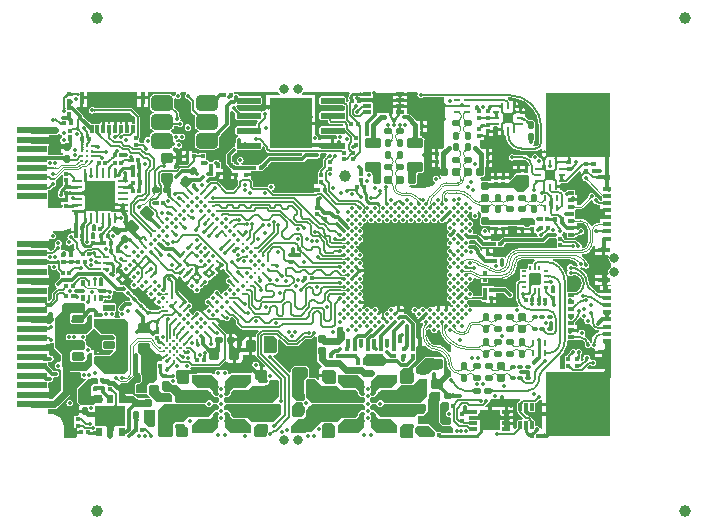
<source format=gbl>
G04*
G04 #@! TF.GenerationSoftware,Altium Limited,Altium Designer,19.1.6 (110)*
G04*
G04 Layer_Physical_Order=8*
G04 Layer_Color=16711680*
%FSLAX44Y44*%
%MOMM*%
G71*
G01*
G75*
%ADD11C,0.3000*%
%ADD12C,0.2000*%
%ADD13C,0.1500*%
%ADD14C,0.2500*%
%ADD15C,0.1000*%
%ADD17R,0.3000X0.3500*%
%ADD18R,0.3500X0.3000*%
%ADD35C,0.2000*%
G04:AMPARAMS|DCode=41|XSize=0.5mm|YSize=0.6mm|CornerRadius=0.05mm|HoleSize=0mm|Usage=FLASHONLY|Rotation=90.000|XOffset=0mm|YOffset=0mm|HoleType=Round|Shape=RoundedRectangle|*
%AMROUNDEDRECTD41*
21,1,0.5000,0.5000,0,0,90.0*
21,1,0.4000,0.6000,0,0,90.0*
1,1,0.1000,0.2500,0.2000*
1,1,0.1000,0.2500,-0.2000*
1,1,0.1000,-0.2500,-0.2000*
1,1,0.1000,-0.2500,0.2000*
%
%ADD41ROUNDEDRECTD41*%
G04:AMPARAMS|DCode=49|XSize=0.6mm|YSize=0.6mm|CornerRadius=0.06mm|HoleSize=0mm|Usage=FLASHONLY|Rotation=0.000|XOffset=0mm|YOffset=0mm|HoleType=Round|Shape=RoundedRectangle|*
%AMROUNDEDRECTD49*
21,1,0.6000,0.4800,0,0,0.0*
21,1,0.4800,0.6000,0,0,0.0*
1,1,0.1200,0.2400,-0.2400*
1,1,0.1200,-0.2400,-0.2400*
1,1,0.1200,-0.2400,0.2400*
1,1,0.1200,0.2400,0.2400*
%
%ADD49ROUNDEDRECTD49*%
G04:AMPARAMS|DCode=51|XSize=1.3mm|YSize=0.8mm|CornerRadius=0.1mm|HoleSize=0mm|Usage=FLASHONLY|Rotation=90.000|XOffset=0mm|YOffset=0mm|HoleType=Round|Shape=RoundedRectangle|*
%AMROUNDEDRECTD51*
21,1,1.3000,0.6000,0,0,90.0*
21,1,1.1000,0.8000,0,0,90.0*
1,1,0.2000,0.3000,0.5500*
1,1,0.2000,0.3000,-0.5500*
1,1,0.2000,-0.3000,-0.5500*
1,1,0.2000,-0.3000,0.5500*
%
%ADD51ROUNDEDRECTD51*%
G04:AMPARAMS|DCode=52|XSize=0.3mm|YSize=0.35mm|CornerRadius=0mm|HoleSize=0mm|Usage=FLASHONLY|Rotation=45.000|XOffset=0mm|YOffset=0mm|HoleType=Round|Shape=Rectangle|*
%AMROTATEDRECTD52*
4,1,4,0.0177,-0.2298,-0.2298,0.0177,-0.0177,0.2298,0.2298,-0.0177,0.0177,-0.2298,0.0*
%
%ADD52ROTATEDRECTD52*%

G04:AMPARAMS|DCode=53|XSize=0.6mm|YSize=0.6mm|CornerRadius=0.06mm|HoleSize=0mm|Usage=FLASHONLY|Rotation=270.000|XOffset=0mm|YOffset=0mm|HoleType=Round|Shape=RoundedRectangle|*
%AMROUNDEDRECTD53*
21,1,0.6000,0.4800,0,0,270.0*
21,1,0.4800,0.6000,0,0,270.0*
1,1,0.1200,-0.2400,-0.2400*
1,1,0.1200,-0.2400,0.2400*
1,1,0.1200,0.2400,0.2400*
1,1,0.1200,0.2400,-0.2400*
%
%ADD53ROUNDEDRECTD53*%
G04:AMPARAMS|DCode=54|XSize=1mm|YSize=0.9mm|CornerRadius=0.1125mm|HoleSize=0mm|Usage=FLASHONLY|Rotation=270.000|XOffset=0mm|YOffset=0mm|HoleType=Round|Shape=RoundedRectangle|*
%AMROUNDEDRECTD54*
21,1,1.0000,0.6750,0,0,270.0*
21,1,0.7750,0.9000,0,0,270.0*
1,1,0.2250,-0.3375,-0.3875*
1,1,0.2250,-0.3375,0.3875*
1,1,0.2250,0.3375,0.3875*
1,1,0.2250,0.3375,-0.3875*
%
%ADD54ROUNDEDRECTD54*%
G04:AMPARAMS|DCode=55|XSize=1mm|YSize=0.9mm|CornerRadius=0.1125mm|HoleSize=0mm|Usage=FLASHONLY|Rotation=180.000|XOffset=0mm|YOffset=0mm|HoleType=Round|Shape=RoundedRectangle|*
%AMROUNDEDRECTD55*
21,1,1.0000,0.6750,0,0,180.0*
21,1,0.7750,0.9000,0,0,180.0*
1,1,0.2250,-0.3875,0.3375*
1,1,0.2250,0.3875,0.3375*
1,1,0.2250,0.3875,-0.3375*
1,1,0.2250,-0.3875,-0.3375*
%
%ADD55ROUNDEDRECTD55*%
G04:AMPARAMS|DCode=57|XSize=0.5mm|YSize=0.6mm|CornerRadius=0.05mm|HoleSize=0mm|Usage=FLASHONLY|Rotation=180.000|XOffset=0mm|YOffset=0mm|HoleType=Round|Shape=RoundedRectangle|*
%AMROUNDEDRECTD57*
21,1,0.5000,0.5000,0,0,180.0*
21,1,0.4000,0.6000,0,0,180.0*
1,1,0.1000,-0.2000,0.2500*
1,1,0.1000,0.2000,0.2500*
1,1,0.1000,0.2000,-0.2500*
1,1,0.1000,-0.2000,-0.2500*
%
%ADD57ROUNDEDRECTD57*%
G04:AMPARAMS|DCode=58|XSize=0.3mm|YSize=0.35mm|CornerRadius=0mm|HoleSize=0mm|Usage=FLASHONLY|Rotation=315.000|XOffset=0mm|YOffset=0mm|HoleType=Round|Shape=Rectangle|*
%AMROTATEDRECTD58*
4,1,4,-0.2298,-0.0177,0.0177,0.2298,0.2298,0.0177,-0.0177,-0.2298,-0.2298,-0.0177,0.0*
%
%ADD58ROTATEDRECTD58*%

%ADD59R,0.5000X0.7000*%
%ADD60R,2.5000X1.7000*%
G04:AMPARAMS|DCode=64|XSize=1mm|YSize=1mm|CornerRadius=0.15mm|HoleSize=0mm|Usage=FLASHONLY|Rotation=180.000|XOffset=0mm|YOffset=0mm|HoleType=Round|Shape=RoundedRectangle|*
%AMROUNDEDRECTD64*
21,1,1.0000,0.7000,0,0,180.0*
21,1,0.7000,1.0000,0,0,180.0*
1,1,0.3000,-0.3500,0.3500*
1,1,0.3000,0.3500,0.3500*
1,1,0.3000,0.3500,-0.3500*
1,1,0.3000,-0.3500,-0.3500*
%
%ADD64ROUNDEDRECTD64*%
%ADD65R,0.2000X0.3950*%
%ADD66R,0.3950X0.2000*%
G04:AMPARAMS|DCode=67|XSize=0.25mm|YSize=0.55mm|CornerRadius=0.0625mm|HoleSize=0mm|Usage=FLASHONLY|Rotation=0.000|XOffset=0mm|YOffset=0mm|HoleType=Round|Shape=RoundedRectangle|*
%AMROUNDEDRECTD67*
21,1,0.2500,0.4250,0,0,0.0*
21,1,0.1250,0.5500,0,0,0.0*
1,1,0.1250,0.0625,-0.2125*
1,1,0.1250,-0.0625,-0.2125*
1,1,0.1250,-0.0625,0.2125*
1,1,0.1250,0.0625,0.2125*
%
%ADD67ROUNDEDRECTD67*%
G04:AMPARAMS|DCode=69|XSize=0.5mm|YSize=0.6mm|CornerRadius=0.05mm|HoleSize=0mm|Usage=FLASHONLY|Rotation=45.000|XOffset=0mm|YOffset=0mm|HoleType=Round|Shape=RoundedRectangle|*
%AMROUNDEDRECTD69*
21,1,0.5000,0.5000,0,0,45.0*
21,1,0.4000,0.6000,0,0,45.0*
1,1,0.1000,0.3182,-0.0354*
1,1,0.1000,0.0354,-0.3182*
1,1,0.1000,-0.3182,0.0354*
1,1,0.1000,-0.0354,0.3182*
%
%ADD69ROUNDEDRECTD69*%
%ADD91C,0.3000*%
%ADD129R,5.5000X5.5000*%
%ADD130C,0.1800*%
%ADD131R,2.5000X0.6000*%
%ADD132C,1.0000*%
%ADD133C,0.3500*%
%ADD134C,0.4000*%
%ADD135C,0.1400*%
%ADD137C,0.6000*%
%ADD138C,0.2200*%
%ADD139C,0.5000*%
%ADD140C,0.1200*%
%ADD141C,0.1100*%
%ADD143C,0.8000*%
%ADD144C,0.3500*%
%ADD145C,0.4000*%
%ADD146C,0.5000*%
%ADD148O,0.2500X0.8000*%
%ADD149O,0.2500X0.9000*%
%ADD150O,0.9000X0.2500*%
%ADD151R,2.6000X2.6000*%
%ADD152R,0.5250X0.2500*%
G04:AMPARAMS|DCode=153|XSize=0.55mm|YSize=2.1mm|CornerRadius=0.1375mm|HoleSize=0mm|Usage=FLASHONLY|Rotation=90.000|XOffset=0mm|YOffset=0mm|HoleType=Round|Shape=RoundedRectangle|*
%AMROUNDEDRECTD153*
21,1,0.5500,1.8250,0,0,90.0*
21,1,0.2750,2.1000,0,0,90.0*
1,1,0.2750,0.9125,0.1375*
1,1,0.2750,0.9125,-0.1375*
1,1,0.2750,-0.9125,-0.1375*
1,1,0.2750,-0.9125,0.1375*
%
%ADD153ROUNDEDRECTD153*%
%ADD154R,3.6000X4.2000*%
%ADD155R,0.2000X0.2000*%
%ADD156R,1.7000X1.7000*%
%ADD157R,0.6500X0.3000*%
G04:AMPARAMS|DCode=158|XSize=0.65mm|YSize=0.35mm|CornerRadius=0.0875mm|HoleSize=0mm|Usage=FLASHONLY|Rotation=180.000|XOffset=0mm|YOffset=0mm|HoleType=Round|Shape=RoundedRectangle|*
%AMROUNDEDRECTD158*
21,1,0.6500,0.1750,0,0,180.0*
21,1,0.4750,0.3500,0,0,180.0*
1,1,0.1750,-0.2375,0.0875*
1,1,0.1750,0.2375,0.0875*
1,1,0.1750,0.2375,-0.0875*
1,1,0.1750,-0.2375,-0.0875*
%
%ADD158ROUNDEDRECTD158*%
G04:AMPARAMS|DCode=159|XSize=0.55mm|YSize=0.3mm|CornerRadius=0.075mm|HoleSize=0mm|Usage=FLASHONLY|Rotation=270.000|XOffset=0mm|YOffset=0mm|HoleType=Round|Shape=RoundedRectangle|*
%AMROUNDEDRECTD159*
21,1,0.5500,0.1500,0,0,270.0*
21,1,0.4000,0.3000,0,0,270.0*
1,1,0.1500,-0.0750,-0.2000*
1,1,0.1500,-0.0750,0.2000*
1,1,0.1500,0.0750,0.2000*
1,1,0.1500,0.0750,-0.2000*
%
%ADD159ROUNDEDRECTD159*%
G04:AMPARAMS|DCode=160|XSize=0.55mm|YSize=0.25mm|CornerRadius=0.0625mm|HoleSize=0mm|Usage=FLASHONLY|Rotation=270.000|XOffset=0mm|YOffset=0mm|HoleType=Round|Shape=RoundedRectangle|*
%AMROUNDEDRECTD160*
21,1,0.5500,0.1250,0,0,270.0*
21,1,0.4250,0.2500,0,0,270.0*
1,1,0.1250,-0.0625,-0.2125*
1,1,0.1250,-0.0625,0.2125*
1,1,0.1250,0.0625,0.2125*
1,1,0.1250,0.0625,-0.2125*
%
%ADD160ROUNDEDRECTD160*%
%ADD161C,0.2500*%
%ADD162R,0.3000X0.7000*%
%ADD163R,0.4000X1.0000*%
%ADD164R,0.5000X0.3000*%
%ADD165R,0.7000X0.3000*%
%ADD166R,1.0000X0.3500*%
G04:AMPARAMS|DCode=167|XSize=1.6mm|YSize=0.5mm|CornerRadius=0.075mm|HoleSize=0mm|Usage=FLASHONLY|Rotation=0.000|XOffset=0mm|YOffset=0mm|HoleType=Round|Shape=RoundedRectangle|*
%AMROUNDEDRECTD167*
21,1,1.6000,0.3500,0,0,0.0*
21,1,1.4500,0.5000,0,0,0.0*
1,1,0.1500,0.7250,-0.1750*
1,1,0.1500,-0.7250,-0.1750*
1,1,0.1500,-0.7250,0.1750*
1,1,0.1500,0.7250,0.1750*
%
%ADD167ROUNDEDRECTD167*%
G04:AMPARAMS|DCode=168|XSize=1.3mm|YSize=0.8mm|CornerRadius=0.1mm|HoleSize=0mm|Usage=FLASHONLY|Rotation=0.000|XOffset=0mm|YOffset=0mm|HoleType=Round|Shape=RoundedRectangle|*
%AMROUNDEDRECTD168*
21,1,1.3000,0.6000,0,0,0.0*
21,1,1.1000,0.8000,0,0,0.0*
1,1,0.2000,0.5500,-0.3000*
1,1,0.2000,-0.5500,-0.3000*
1,1,0.2000,-0.5500,0.3000*
1,1,0.2000,0.5500,0.3000*
%
%ADD168ROUNDEDRECTD168*%
G04:AMPARAMS|DCode=169|XSize=0.2mm|YSize=0.45mm|CornerRadius=0.03mm|HoleSize=0mm|Usage=FLASHONLY|Rotation=90.000|XOffset=0mm|YOffset=0mm|HoleType=Round|Shape=RoundedRectangle|*
%AMROUNDEDRECTD169*
21,1,0.2000,0.3900,0,0,90.0*
21,1,0.1400,0.4500,0,0,90.0*
1,1,0.0600,0.1950,0.0700*
1,1,0.0600,0.1950,-0.0700*
1,1,0.0600,-0.1950,-0.0700*
1,1,0.0600,-0.1950,0.0700*
%
%ADD169ROUNDEDRECTD169*%
G04:AMPARAMS|DCode=170|XSize=0.2mm|YSize=0.45mm|CornerRadius=0.03mm|HoleSize=0mm|Usage=FLASHONLY|Rotation=0.000|XOffset=0mm|YOffset=0mm|HoleType=Round|Shape=RoundedRectangle|*
%AMROUNDEDRECTD170*
21,1,0.2000,0.3900,0,0,0.0*
21,1,0.1400,0.4500,0,0,0.0*
1,1,0.0600,0.0700,-0.1950*
1,1,0.0600,-0.0700,-0.1950*
1,1,0.0600,-0.0700,0.1950*
1,1,0.0600,0.0700,0.1950*
%
%ADD170ROUNDEDRECTD170*%
G04:AMPARAMS|DCode=171|XSize=0.8mm|YSize=0.8mm|CornerRadius=0.12mm|HoleSize=0mm|Usage=FLASHONLY|Rotation=180.000|XOffset=0mm|YOffset=0mm|HoleType=Round|Shape=RoundedRectangle|*
%AMROUNDEDRECTD171*
21,1,0.8000,0.5600,0,0,180.0*
21,1,0.5600,0.8000,0,0,180.0*
1,1,0.2400,-0.2800,0.2800*
1,1,0.2400,0.2800,0.2800*
1,1,0.2400,0.2800,-0.2800*
1,1,0.2400,-0.2800,-0.2800*
%
%ADD171ROUNDEDRECTD171*%
G04:AMPARAMS|DCode=172|XSize=0.45mm|YSize=0.35mm|CornerRadius=0.0525mm|HoleSize=0mm|Usage=FLASHONLY|Rotation=180.000|XOffset=0mm|YOffset=0mm|HoleType=Round|Shape=RoundedRectangle|*
%AMROUNDEDRECTD172*
21,1,0.4500,0.2450,0,0,180.0*
21,1,0.3450,0.3500,0,0,180.0*
1,1,0.1050,-0.1725,0.1225*
1,1,0.1050,0.1725,0.1225*
1,1,0.1050,0.1725,-0.1225*
1,1,0.1050,-0.1725,-0.1225*
%
%ADD172ROUNDEDRECTD172*%
G04:AMPARAMS|DCode=173|XSize=1.3mm|YSize=1.85mm|CornerRadius=0.325mm|HoleSize=0mm|Usage=FLASHONLY|Rotation=270.000|XOffset=0mm|YOffset=0mm|HoleType=Round|Shape=RoundedRectangle|*
%AMROUNDEDRECTD173*
21,1,1.3000,1.2000,0,0,270.0*
21,1,0.6500,1.8500,0,0,270.0*
1,1,0.6500,-0.6000,-0.3250*
1,1,0.6500,-0.6000,0.3250*
1,1,0.6500,0.6000,0.3250*
1,1,0.6500,0.6000,-0.3250*
%
%ADD173ROUNDEDRECTD173*%
G04:AMPARAMS|DCode=174|XSize=0.3mm|YSize=0.7mm|CornerRadius=0.075mm|HoleSize=0mm|Usage=FLASHONLY|Rotation=180.000|XOffset=0mm|YOffset=0mm|HoleType=Round|Shape=RoundedRectangle|*
%AMROUNDEDRECTD174*
21,1,0.3000,0.5500,0,0,180.0*
21,1,0.1500,0.7000,0,0,180.0*
1,1,0.1500,-0.0750,0.2750*
1,1,0.1500,0.0750,0.2750*
1,1,0.1500,0.0750,-0.2750*
1,1,0.1500,-0.0750,-0.2750*
%
%ADD174ROUNDEDRECTD174*%
G04:AMPARAMS|DCode=175|XSize=1mm|YSize=0.9mm|CornerRadius=0.1125mm|HoleSize=0mm|Usage=FLASHONLY|Rotation=315.000|XOffset=0mm|YOffset=0mm|HoleType=Round|Shape=RoundedRectangle|*
%AMROUNDEDRECTD175*
21,1,1.0000,0.6750,0,0,315.0*
21,1,0.7750,0.9000,0,0,315.0*
1,1,0.2250,0.0354,-0.5127*
1,1,0.2250,-0.5127,0.0354*
1,1,0.2250,-0.0354,0.5127*
1,1,0.2250,0.5127,-0.0354*
%
%ADD175ROUNDEDRECTD175*%
G04:AMPARAMS|DCode=176|XSize=0.5mm|YSize=0.6mm|CornerRadius=0.05mm|HoleSize=0mm|Usage=FLASHONLY|Rotation=135.000|XOffset=0mm|YOffset=0mm|HoleType=Round|Shape=RoundedRectangle|*
%AMROUNDEDRECTD176*
21,1,0.5000,0.5000,0,0,135.0*
21,1,0.4000,0.6000,0,0,135.0*
1,1,0.1000,0.0354,0.3182*
1,1,0.1000,0.3182,0.0354*
1,1,0.1000,-0.0354,-0.3182*
1,1,0.1000,-0.3182,-0.0354*
%
%ADD176ROUNDEDRECTD176*%
G04:AMPARAMS|DCode=177|XSize=0.25mm|YSize=0.55mm|CornerRadius=0.0625mm|HoleSize=0mm|Usage=FLASHONLY|Rotation=90.000|XOffset=0mm|YOffset=0mm|HoleType=Round|Shape=RoundedRectangle|*
%AMROUNDEDRECTD177*
21,1,0.2500,0.4250,0,0,90.0*
21,1,0.1250,0.5500,0,0,90.0*
1,1,0.1250,0.2125,0.0625*
1,1,0.1250,0.2125,-0.0625*
1,1,0.1250,-0.2125,-0.0625*
1,1,0.1250,-0.2125,0.0625*
%
%ADD177ROUNDEDRECTD177*%
G04:AMPARAMS|DCode=178|XSize=0.6mm|YSize=1mm|CornerRadius=0.075mm|HoleSize=0mm|Usage=FLASHONLY|Rotation=90.000|XOffset=0mm|YOffset=0mm|HoleType=Round|Shape=RoundedRectangle|*
%AMROUNDEDRECTD178*
21,1,0.6000,0.8500,0,0,90.0*
21,1,0.4500,1.0000,0,0,90.0*
1,1,0.1500,0.4250,0.2250*
1,1,0.1500,0.4250,-0.2250*
1,1,0.1500,-0.4250,-0.2250*
1,1,0.1500,-0.4250,0.2250*
%
%ADD178ROUNDEDRECTD178*%
G04:AMPARAMS|DCode=179|XSize=0.55mm|YSize=1mm|CornerRadius=0.0688mm|HoleSize=0mm|Usage=FLASHONLY|Rotation=90.000|XOffset=0mm|YOffset=0mm|HoleType=Round|Shape=RoundedRectangle|*
%AMROUNDEDRECTD179*
21,1,0.5500,0.8625,0,0,90.0*
21,1,0.4125,1.0000,0,0,90.0*
1,1,0.1375,0.4313,0.2063*
1,1,0.1375,0.4313,-0.2063*
1,1,0.1375,-0.4313,-0.2063*
1,1,0.1375,-0.4313,0.2063*
%
%ADD179ROUNDEDRECTD179*%
%ADD180R,7.0000X7.0000*%
G36*
X6859Y291311D02*
X6727Y291442D01*
X6561Y291511D01*
X6362Y291520D01*
X6130Y291467D01*
X5864Y291353D01*
X5564Y291178D01*
X5231Y290942D01*
X4864Y290645D01*
X4031Y289866D01*
X3366Y292031D01*
X3635Y292307D01*
X4271Y293060D01*
X4427Y293285D01*
X4554Y293497D01*
X4653Y293697D01*
X4724Y293884D01*
X4766Y294058D01*
X4780Y294219D01*
X6859Y291311D01*
D02*
G37*
G36*
X8239Y294130D02*
X8299Y294051D01*
X8400Y293980D01*
X8540Y293919D01*
X8719Y293867D01*
X8939Y293825D01*
X9200Y293792D01*
X9840Y293755D01*
X10220Y293750D01*
Y291750D01*
X9840Y291745D01*
X8939Y291675D01*
X8719Y291633D01*
X8540Y291581D01*
X8400Y291520D01*
X8299Y291450D01*
X8239Y291370D01*
X8220Y291280D01*
Y294219D01*
X8239Y294130D01*
D02*
G37*
G36*
X283531Y291280D02*
X283510Y291370D01*
X283451Y291450D01*
X283351Y291520D01*
X283211Y291581D01*
X283030Y291633D01*
X282810Y291675D01*
X282551Y291708D01*
X282500Y291711D01*
X282492Y291710D01*
X282188Y291660D01*
X281925Y291590D01*
X281702Y291500D01*
X281519Y291390D01*
X281376Y291260D01*
X281274Y291110D01*
X281211Y290940D01*
X281189Y290750D01*
X281220Y293720D01*
X281530Y293724D01*
Y293750D01*
X281910Y293755D01*
X282810Y293825D01*
X283030Y293867D01*
X283211Y293919D01*
X283351Y293980D01*
X283451Y294050D01*
X283510Y294130D01*
X283531Y294219D01*
Y291280D01*
D02*
G37*
G36*
X255530Y294219D02*
Y291280D01*
X255508Y291465D01*
X255443Y291630D01*
X255333Y291775D01*
X255179Y291901D01*
X254981Y292008D01*
X254739Y292095D01*
X254452Y292163D01*
X254123Y292211D01*
X253748Y292240D01*
X253330Y292250D01*
Y294450D01*
X255530Y294219D01*
D02*
G37*
G36*
X97329Y293691D02*
X97017Y293483D01*
X96410Y292573D01*
X96220Y291621D01*
X95855Y291425D01*
X94955Y291229D01*
X94564Y291814D01*
X93158Y292753D01*
X91500Y293083D01*
X79500D01*
X77842Y292753D01*
X76436Y291814D01*
X75497Y290408D01*
X75167Y288750D01*
Y282250D01*
X75497Y280592D01*
X76436Y279186D01*
X77842Y278247D01*
X78340Y278147D01*
Y276852D01*
X77842Y276753D01*
X76436Y275814D01*
X75497Y274408D01*
X75167Y272750D01*
Y266250D01*
X75497Y264592D01*
X76436Y263186D01*
X77842Y262247D01*
X78340Y262147D01*
Y260853D01*
X77842Y260753D01*
X76436Y259814D01*
X75497Y258408D01*
X75264Y257239D01*
X74999Y256986D01*
X74223Y256509D01*
X73897Y256425D01*
X73250Y256554D01*
X72177Y256340D01*
X71267Y255733D01*
X70659Y254823D01*
X70446Y253750D01*
X70626Y252847D01*
X70119Y252269D01*
X69644Y251911D01*
X69000Y252039D01*
X67350D01*
X67257Y252082D01*
X66574Y252105D01*
X66557Y252107D01*
X66250Y253250D01*
X66250Y253331D01*
Y256145D01*
X66298Y256217D01*
X66434Y256900D01*
Y258255D01*
X66475Y258590D01*
X66456Y258656D01*
X66482Y258720D01*
X66434Y258836D01*
Y273800D01*
X66298Y274483D01*
X65912Y275061D01*
X60461Y280512D01*
X59883Y280898D01*
X59200Y281034D01*
X29267D01*
X29160Y281082D01*
X29012Y281086D01*
X28908Y281095D01*
X28817Y281108D01*
X28742Y281125D01*
X28681Y281143D01*
X28632Y281162D01*
X28595Y281180D01*
X28566Y281198D01*
X28543Y281215D01*
X28485Y281270D01*
X28356Y281317D01*
X27573Y281840D01*
X26500Y282054D01*
X25427Y281840D01*
X24517Y281233D01*
X23910Y280323D01*
X23696Y279250D01*
X23910Y278177D01*
X24517Y277267D01*
X25427Y276660D01*
X26500Y276446D01*
X27573Y276660D01*
X28356Y277183D01*
X28485Y277230D01*
X28543Y277285D01*
X28566Y277302D01*
X28595Y277320D01*
X28633Y277338D01*
X28681Y277357D01*
X28742Y277375D01*
X28817Y277392D01*
X28907Y277405D01*
X29012Y277414D01*
X29160Y277418D01*
X29267Y277466D01*
X58461D01*
X62866Y273061D01*
Y268000D01*
X59790D01*
Y269540D01*
X57020D01*
Y263500D01*
X54480D01*
Y269540D01*
X51710D01*
Y268000D01*
X49790D01*
Y269540D01*
X47020D01*
Y263500D01*
X44480D01*
Y269540D01*
X41710D01*
Y268000D01*
X39790D01*
Y269540D01*
X37020D01*
Y263500D01*
X34480D01*
Y269540D01*
X31710D01*
Y268000D01*
X26307D01*
X26223Y268009D01*
X26211Y268000D01*
X25166D01*
X24878Y268206D01*
X23716Y269206D01*
X23034Y269868D01*
X22956Y269899D01*
X18799Y274056D01*
Y274250D01*
X18605Y275226D01*
X18052Y276052D01*
X12915Y281190D01*
X13441Y282460D01*
X16180D01*
Y290000D01*
X17450D01*
Y291270D01*
X21990D01*
Y294961D01*
X64510D01*
Y291270D01*
X69050D01*
X73590D01*
Y294961D01*
X96944D01*
X97329Y293691D01*
D02*
G37*
G36*
X305820Y293413D02*
X305904Y293358D01*
X306001Y293309D01*
X306111Y293267D01*
X306234Y293231D01*
X306371Y293202D01*
X306521Y293179D01*
X306861Y293153D01*
X307051Y293150D01*
Y291350D01*
X306861Y291347D01*
X306521Y291321D01*
X306371Y291298D01*
X306234Y291269D01*
X306111Y291233D01*
X306001Y291191D01*
X305904Y291142D01*
X305820Y291087D01*
X305750Y291025D01*
Y293475D01*
X305820Y293413D01*
D02*
G37*
G36*
X15481Y290750D02*
X15460Y290940D01*
X15401Y291110D01*
X15301Y291260D01*
X15160Y291390D01*
X14980Y291500D01*
X14761Y291590D01*
X14500Y291660D01*
X14201Y291710D01*
X13861Y291740D01*
X13480Y291750D01*
Y293750D01*
X13861Y293760D01*
X14201Y293790D01*
X14500Y293840D01*
X14761Y293910D01*
X14980Y294000D01*
X15160Y294110D01*
X15301Y294240D01*
X15401Y294390D01*
X15460Y294560D01*
X15481Y294750D01*
Y290750D01*
D02*
G37*
G36*
X136730Y290530D02*
X136711Y290572D01*
X136651Y290609D01*
X136552Y290642D01*
X136414Y290671D01*
X136235Y290695D01*
X135760Y290730D01*
X134750Y290750D01*
Y293750D01*
X135126Y293752D01*
X136414Y293829D01*
X136552Y293858D01*
X136651Y293890D01*
X136711Y293928D01*
X136730Y293969D01*
Y290530D01*
D02*
G37*
G36*
X288560Y291291D02*
X288390Y291230D01*
X288240Y291128D01*
X288110Y290986D01*
X288000Y290803D01*
X287910Y290580D01*
X287840Y290316D01*
X287830Y290257D01*
X287840Y290200D01*
X287910Y289939D01*
X288000Y289720D01*
X288110Y289540D01*
X288240Y289400D01*
X288390Y289300D01*
X288560Y289240D01*
X288750Y289219D01*
X284750D01*
X284940Y289240D01*
X285110Y289300D01*
X285260Y289400D01*
X285390Y289540D01*
X285500Y289720D01*
X285590Y289939D01*
X285660Y290200D01*
X285670Y290257D01*
X285660Y290316D01*
X285590Y290580D01*
X285500Y290803D01*
X285390Y290986D01*
X285260Y291128D01*
X285110Y291230D01*
X284940Y291291D01*
X284750Y291311D01*
X288750D01*
X288560Y291291D01*
D02*
G37*
G36*
X109256Y291416D02*
X109277Y291340D01*
X109313Y291257D01*
X109363Y291166D01*
X109427Y291067D01*
X109506Y290959D01*
X109707Y290720D01*
X109965Y290449D01*
X108551Y289035D01*
X108411Y289171D01*
X108041Y289494D01*
X107933Y289573D01*
X107834Y289637D01*
X107743Y289687D01*
X107660Y289722D01*
X107584Y289743D01*
X107517Y289750D01*
X109250Y291483D01*
X109256Y291416D01*
D02*
G37*
G36*
X105829Y293691D02*
X105517Y293483D01*
X104910Y292573D01*
X104696Y291500D01*
X104910Y290427D01*
X105517Y289517D01*
X106427Y288910D01*
X107208Y288754D01*
X107218Y288745D01*
X107224Y288737D01*
X107227Y288736D01*
X107235Y288727D01*
X107270Y288712D01*
X107280Y288707D01*
X107319Y288681D01*
X107364Y288648D01*
X107677Y288375D01*
X107794Y288261D01*
X107896Y288220D01*
X109711Y286405D01*
Y279750D01*
X109866Y278970D01*
X110308Y278308D01*
X112899Y275718D01*
X112937Y275618D01*
X113254Y275288D01*
X113494Y275012D01*
X113671Y274781D01*
X113707Y274723D01*
X113497Y274408D01*
X113167Y272750D01*
Y266250D01*
X113497Y264592D01*
X114436Y263186D01*
X115842Y262247D01*
X116340Y262147D01*
Y260853D01*
X115842Y260753D01*
X114436Y259814D01*
X113497Y258408D01*
X113167Y256750D01*
Y250250D01*
X113497Y248592D01*
X114436Y247186D01*
X115842Y246246D01*
X117500Y245917D01*
X129500D01*
X131158Y246246D01*
X132564Y247186D01*
X133503Y248592D01*
X133833Y250250D01*
Y256750D01*
X133779Y257024D01*
X133851Y257153D01*
X134115Y257537D01*
X134945Y258523D01*
X135486Y259084D01*
X135516Y259161D01*
X142552Y266198D01*
X143105Y267024D01*
X143299Y268000D01*
Y278231D01*
X144569Y278899D01*
X144927Y278660D01*
X145709Y278504D01*
X145717Y278495D01*
X145724Y278487D01*
X145727Y278486D01*
X145735Y278477D01*
X145770Y278462D01*
X145780Y278457D01*
X145819Y278431D01*
X145864Y278398D01*
X146177Y278126D01*
X146294Y278011D01*
X146396Y277970D01*
X146418Y277949D01*
X146457Y277848D01*
X146827Y277465D01*
X147115Y277140D01*
X147331Y276867D01*
X147262Y276519D01*
X147260Y276517D01*
X147261Y276513D01*
X147204Y276225D01*
Y273475D01*
X147388Y272548D01*
X147913Y271763D01*
X148698Y271238D01*
X149625Y271053D01*
X165760D01*
X166246Y269880D01*
X165937Y269571D01*
X165495Y268909D01*
X165339Y268129D01*
Y267038D01*
X165298Y266950D01*
X164615Y265946D01*
X149625D01*
X148698Y265762D01*
X147913Y265237D01*
X147388Y264452D01*
X147204Y263525D01*
Y260775D01*
X147388Y259848D01*
X147913Y259063D01*
X148698Y258538D01*
X149625Y258353D01*
X149677Y257090D01*
X148767Y256483D01*
X148160Y255573D01*
X147946Y254500D01*
X148130Y253576D01*
X148118Y253388D01*
X148085Y253126D01*
X148044Y252904D01*
X148001Y252739D01*
X147964Y252636D01*
X147956Y252620D01*
X147944Y252610D01*
X147926Y252574D01*
X147898Y252536D01*
X147896Y252527D01*
X147829Y252493D01*
X147779Y252337D01*
X147388Y251752D01*
X147204Y250825D01*
Y249086D01*
X146250Y248304D01*
X145177Y248090D01*
X144267Y247483D01*
X140267Y243483D01*
X139660Y242573D01*
X139446Y241500D01*
Y235000D01*
X139660Y233927D01*
X140267Y233017D01*
X141426Y231858D01*
X141431Y231836D01*
X141478Y231807D01*
X141529Y231755D01*
X141559Y231685D01*
X143093Y230176D01*
X143460Y228990D01*
X143460Y228990D01*
X143460Y228990D01*
Y226220D01*
X147750D01*
Y224950D01*
X149020D01*
Y220910D01*
X149221D01*
X149740Y219640D01*
X149601Y219433D01*
X149466Y218750D01*
Y215739D01*
X145261Y211534D01*
X140139D01*
X132811Y218862D01*
X132233Y219249D01*
X131550Y219384D01*
X130630D01*
X130178Y219990D01*
X130651Y221122D01*
X130796Y221260D01*
X131330D01*
Y225550D01*
X132600D01*
Y226820D01*
X136640D01*
Y229840D01*
X135050D01*
Y232254D01*
X135099Y232500D01*
Y233565D01*
X135050Y233811D01*
Y235250D01*
X134431D01*
X134352Y235367D01*
X133889Y235831D01*
X133841Y236073D01*
X133233Y236983D01*
X132323Y237590D01*
X131250Y237804D01*
X130177Y237590D01*
X129268Y236983D01*
X128660Y236073D01*
X128496Y235250D01*
X125504D01*
X125340Y236073D01*
X124733Y236983D01*
X123823Y237590D01*
X122912Y238100D01*
Y243100D01*
X118682D01*
X118604Y243100D01*
X118556Y243127D01*
X118462Y243124D01*
X118442Y243132D01*
X117412Y243100D01*
X116212Y242334D01*
X115355D01*
X115247Y242382D01*
X114990Y242389D01*
X114803Y242405D01*
X114750Y242414D01*
Y243300D01*
X110690D01*
Y244840D01*
X107920D01*
Y240550D01*
Y236260D01*
X108077D01*
X108563Y235087D01*
X106511Y233034D01*
X100750D01*
X100067Y232899D01*
X99488Y232512D01*
X97011Y230034D01*
X95250D01*
Y232637D01*
X95767Y232983D01*
X96577Y234195D01*
X96862Y235625D01*
Y237730D01*
X89250D01*
Y240270D01*
X96862D01*
Y242375D01*
X96577Y243805D01*
X95767Y245017D01*
X94686Y245740D01*
X94525Y246423D01*
X94516Y246587D01*
X95000Y247696D01*
X96073Y247910D01*
X97517Y247767D01*
X98427Y247160D01*
X99500Y246946D01*
X100573Y247160D01*
X101483Y247767D01*
X102090Y248677D01*
X102304Y249750D01*
X102090Y250823D01*
X101483Y251733D01*
X100573Y252341D01*
X99500Y252554D01*
X98427Y252341D01*
X96983Y252483D01*
X96862Y252563D01*
X96858Y253029D01*
X97500Y254196D01*
X98573Y254410D01*
X98969Y254674D01*
X99875Y254914D01*
X100781Y254674D01*
X101177Y254410D01*
X102250Y254196D01*
X103323Y254410D01*
X104233Y255017D01*
X104840Y255927D01*
X105054Y257000D01*
X104840Y258073D01*
X104233Y258983D01*
X103323Y259590D01*
X102250Y259804D01*
X101177Y259590D01*
X100267Y258983D01*
X99483D01*
X98573Y259590D01*
X97500Y259804D01*
X96427Y259590D01*
X95517Y258983D01*
X95119D01*
X94564Y259814D01*
X93158Y260753D01*
X92660Y260853D01*
Y262147D01*
X93158Y262247D01*
X94564Y263186D01*
X95503Y264592D01*
X95812Y266142D01*
X95830Y266145D01*
X96017Y266161D01*
X96275Y266168D01*
X96383Y266216D01*
X97733D01*
X97840Y266168D01*
X97988Y266164D01*
X98092Y266155D01*
X98183Y266142D01*
X98258Y266126D01*
X98319Y266107D01*
X98368Y266088D01*
X98405Y266070D01*
X98434Y266052D01*
X98457Y266035D01*
X98516Y265980D01*
X98644Y265933D01*
X99427Y265410D01*
X100500Y265196D01*
X101573Y265410D01*
X102483Y266017D01*
X103090Y266927D01*
X103304Y268000D01*
X103090Y269073D01*
X102483Y269983D01*
X101573Y270590D01*
X100927Y270719D01*
X100840Y270927D01*
X101054Y272000D01*
X100840Y273073D01*
X100317Y273856D01*
X100270Y273985D01*
X100216Y274043D01*
X100198Y274066D01*
X100181Y274095D01*
X100162Y274132D01*
X100143Y274181D01*
X100125Y274242D01*
X100108Y274317D01*
X100095Y274407D01*
X100086Y274512D01*
X100082Y274660D01*
X100034Y274767D01*
Y276750D01*
X99899Y277433D01*
X99512Y278012D01*
X96523Y281000D01*
X96480Y281112D01*
X96247Y281354D01*
X96068Y281558D01*
X95927Y281738D01*
X95826Y281889D01*
X95779Y281975D01*
X95833Y282250D01*
Y288750D01*
X95761Y289111D01*
X96958Y289607D01*
X97017Y289517D01*
X97927Y288910D01*
X99000Y288696D01*
X100073Y288910D01*
X100983Y289517D01*
X101590Y290427D01*
X101804Y291500D01*
X101590Y292573D01*
X100983Y293483D01*
X100671Y293691D01*
X101056Y294961D01*
X105444D01*
X105829Y293691D01*
D02*
G37*
G36*
X237549Y289018D02*
X237680Y288908D01*
X237810Y288811D01*
X237941Y288727D01*
X238072Y288657D01*
X238203Y288599D01*
X238335Y288555D01*
X238467Y288523D01*
X238600Y288505D01*
X238732Y288500D01*
X237000Y286768D01*
X236995Y286900D01*
X236977Y287033D01*
X236945Y287165D01*
X236901Y287297D01*
X236843Y287428D01*
X236772Y287559D01*
X236689Y287690D01*
X236592Y287820D01*
X236482Y287950D01*
X236359Y288080D01*
X237420Y289141D01*
X237549Y289018D01*
D02*
G37*
G36*
X346362Y288848D02*
X346429Y288818D01*
X346530Y288791D01*
X346666Y288767D01*
X346836Y288748D01*
X347553Y288710D01*
X348204Y288702D01*
Y286902D01*
X347862Y286901D01*
X346530Y286814D01*
X346429Y286787D01*
X346362Y286757D01*
X346330Y286722D01*
Y288883D01*
X346362Y288848D01*
D02*
G37*
G36*
X244163Y293691D02*
X243986Y293514D01*
X243522Y292819D01*
X243359Y292000D01*
Y291245D01*
X242910Y290573D01*
X242696Y289500D01*
X242910Y288427D01*
X243345Y287775D01*
X243295Y287541D01*
X242068Y286653D01*
X241581Y286775D01*
X241524Y286899D01*
X241340Y287823D01*
X241297Y287889D01*
Y288925D01*
X241112Y289852D01*
X240587Y290637D01*
X239802Y291162D01*
X238875Y291346D01*
X220625D01*
X219698Y291162D01*
X218913Y290637D01*
X218388Y289852D01*
X218204Y288925D01*
Y286175D01*
X218388Y285248D01*
X218913Y284463D01*
X219698Y283938D01*
X220625Y283753D01*
X238875D01*
X239038Y283786D01*
X239049Y283778D01*
X239512Y283387D01*
X239787Y283122D01*
X239899Y283078D01*
X239960Y283017D01*
X240005Y282959D01*
X240020Y282957D01*
X240216Y282761D01*
Y279597D01*
X238946Y278632D01*
X238875Y278646D01*
X220625D01*
X219698Y278462D01*
X218913Y277937D01*
X218388Y277152D01*
X218204Y276225D01*
Y273475D01*
X218388Y272548D01*
X218913Y271763D01*
X219698Y271238D01*
X220625Y271053D01*
X225417D01*
X225418Y270982D01*
X225513Y270763D01*
X225602Y270317D01*
X225988Y269738D01*
X227603Y268123D01*
X228182Y267736D01*
X228865Y267601D01*
X238815D01*
X239105Y267188D01*
X239054Y266912D01*
X238426Y265946D01*
X220625D01*
X219698Y265762D01*
X218913Y265237D01*
X218388Y264452D01*
X218204Y263525D01*
Y260775D01*
X218388Y259848D01*
X218913Y259063D01*
X219698Y258538D01*
X220625Y258353D01*
X233020D01*
X233812Y257083D01*
X233696Y256500D01*
X233778Y256087D01*
X232906Y254817D01*
X231020D01*
Y249450D01*
X228480D01*
Y254817D01*
X220625D01*
X219097Y254513D01*
X218634Y254203D01*
X217880Y254726D01*
X217615Y255049D01*
X217804Y256000D01*
X217590Y257073D01*
X216983Y257983D01*
X216073Y258590D01*
X215000Y258804D01*
X214790Y258976D01*
Y267230D01*
X194250D01*
Y269770D01*
X214790D01*
Y292040D01*
X204237D01*
X203852Y293310D01*
X203980Y293395D01*
X205026Y294961D01*
X243637D01*
X244163Y293691D01*
D02*
G37*
G36*
X281209Y289560D02*
X281270Y289390D01*
X281372Y289240D01*
X281514Y289110D01*
X281697Y289000D01*
X281920Y288910D01*
X282184Y288840D01*
X282448Y288797D01*
X282810Y288825D01*
X283030Y288867D01*
X283211Y288919D01*
X283351Y288980D01*
X283451Y289050D01*
X283510Y289130D01*
X283531Y289219D01*
Y286280D01*
X283510Y286370D01*
X283451Y286450D01*
X283351Y286520D01*
X283211Y286581D01*
X283030Y286633D01*
X282810Y286675D01*
X282551Y286708D01*
X282498Y286711D01*
X282489Y286710D01*
X282184Y286660D01*
X281920Y286590D01*
X281697Y286500D01*
X281514Y286390D01*
X281372Y286260D01*
X281270Y286110D01*
X281209Y285940D01*
X281189Y285750D01*
Y289750D01*
X281209Y289560D01*
D02*
G37*
G36*
X256520Y286250D02*
X255950Y286243D01*
X254600Y286135D01*
X254270Y286070D01*
X254000Y285991D01*
X253790Y285897D01*
X253640Y285790D01*
X253550Y285667D01*
X253520Y285530D01*
Y288969D01*
X253550Y289023D01*
X253640Y289070D01*
X253790Y289112D01*
X254000Y289149D01*
X254270Y289180D01*
X255440Y289239D01*
X256520Y289250D01*
Y286250D01*
D02*
G37*
G36*
X264311Y284750D02*
X264281Y285035D01*
X264190Y285290D01*
X264038Y285515D01*
X263826Y285710D01*
X263553Y285875D01*
X263220Y286010D01*
X262826Y286115D01*
X262372Y286190D01*
X261856Y286235D01*
X261281Y286250D01*
Y289250D01*
X261856Y289265D01*
X262372Y289310D01*
X262826Y289385D01*
X263220Y289490D01*
X263553Y289625D01*
X263826Y289790D01*
X264038Y289985D01*
X264190Y290210D01*
X264281Y290465D01*
X264311Y290750D01*
Y284750D01*
D02*
G37*
G36*
X288560Y286291D02*
X288390Y286230D01*
X288240Y286128D01*
X288110Y285986D01*
X288000Y285803D01*
X287910Y285580D01*
X287840Y285316D01*
X287830Y285257D01*
X287840Y285200D01*
X287910Y284939D01*
X288000Y284720D01*
X288110Y284540D01*
X288240Y284400D01*
X288390Y284300D01*
X288560Y284240D01*
X288750Y284219D01*
X284750D01*
X284940Y284240D01*
X285110Y284300D01*
X285260Y284400D01*
X285390Y284540D01*
X285500Y284720D01*
X285590Y284939D01*
X285660Y285200D01*
X285670Y285257D01*
X285660Y285316D01*
X285590Y285580D01*
X285500Y285803D01*
X285390Y285986D01*
X285260Y286128D01*
X285110Y286230D01*
X284940Y286291D01*
X284750Y286311D01*
X288750D01*
X288560Y286291D01*
D02*
G37*
G36*
X240154Y287241D02*
X240130Y287090D01*
X240144Y286922D01*
X240196Y286735D01*
X240286Y286532D01*
X240291Y286524D01*
X240500Y286733D01*
X240505Y286600D01*
X240523Y286467D01*
X240555Y286335D01*
X240599Y286203D01*
X240657Y286072D01*
X240727Y285941D01*
X240811Y285810D01*
X240891Y285703D01*
X241306Y285254D01*
X240539Y283900D01*
X240238Y284191D01*
X239707Y284640D01*
X239476Y284799D01*
X239284Y284905D01*
X239165Y284945D01*
X239033Y284977D01*
X238900Y284995D01*
X238796Y284999D01*
X238783Y284998D01*
X238667Y284938D01*
X238575Y284835D01*
X240215Y287375D01*
X240154Y287241D01*
D02*
G37*
G36*
X340918Y284064D02*
X340970Y284009D01*
X341039Y283961D01*
X341126Y283919D01*
X341231Y283883D01*
X341354Y283854D01*
X341494Y283832D01*
X341653Y283815D01*
X342024Y283803D01*
X341170Y282487D01*
Y281722D01*
X341144Y281738D01*
X341078Y281751D01*
X340973Y281763D01*
X340645Y281782D01*
X339680Y281795D01*
X337830Y281722D01*
Y281808D01*
X337775Y281803D01*
X336476Y283803D01*
X336847Y283815D01*
X337005Y283832D01*
X337146Y283854D01*
X337269Y283883D01*
X337374Y283919D01*
X337461Y283961D01*
X337530Y284009D01*
X337582Y284064D01*
X337616Y284125D01*
X337886Y283861D01*
X337922Y283854D01*
X338027Y283842D01*
X338355Y283822D01*
X339320Y283810D01*
X340614Y283861D01*
X340885Y284125D01*
X340918Y284064D01*
D02*
G37*
G36*
X185020Y293395D02*
X185148Y293310D01*
X184763Y292040D01*
X173710D01*
Y283511D01*
X173856Y283515D01*
X174371Y283560D01*
X174826Y283635D01*
X175220Y283740D01*
X175553Y283875D01*
X175826Y284040D01*
X176038Y284235D01*
X176190Y284460D01*
X176281Y284715D01*
X176311Y285000D01*
Y279000D01*
X176281Y279285D01*
X176190Y279540D01*
X176038Y279765D01*
X175826Y279960D01*
X175553Y280125D01*
X175220Y280260D01*
X174826Y280365D01*
X174371Y280440D01*
X173856Y280485D01*
X173710Y280489D01*
Y280358D01*
X172500Y279304D01*
X171427Y279090D01*
X170678Y278590D01*
X169587Y277937D01*
X168802Y278462D01*
X167875Y278646D01*
X151911D01*
X151747Y278720D01*
X151541Y278838D01*
X151313Y278993D01*
X150726Y279481D01*
X150404Y279791D01*
X150326Y279821D01*
X150281Y279893D01*
X150230Y279904D01*
X149287Y280847D01*
X149249Y280946D01*
X149013Y281193D01*
X148857Y281378D01*
X148819Y281431D01*
X148793Y281470D01*
X148788Y281480D01*
X148773Y281514D01*
X148764Y281523D01*
X148763Y281526D01*
X148755Y281532D01*
X148746Y281542D01*
X148590Y282323D01*
X148258Y282821D01*
X149091Y283860D01*
X149625Y283753D01*
X167875D01*
X168802Y283938D01*
X169587Y284463D01*
X170112Y285248D01*
X170296Y286175D01*
Y288925D01*
X170112Y289852D01*
X169587Y290637D01*
X168802Y291162D01*
X167875Y291346D01*
X150825D01*
X150232Y292232D01*
X149323Y292840D01*
X148250Y293054D01*
X147570Y292918D01*
X146539Y293525D01*
X146385Y293691D01*
X146543Y294961D01*
X183974D01*
X185020Y293395D01*
D02*
G37*
G36*
X8001Y285681D02*
X8220D01*
X8178Y285651D01*
X8141Y285560D01*
X8108Y285410D01*
X8079Y285201D01*
X8045Y284735D01*
X8141Y283139D01*
X8178Y283050D01*
X8220Y283020D01*
X8006D01*
X8000Y282680D01*
X5000D01*
X4999Y283020D01*
X4780D01*
X4822Y283050D01*
X4859Y283139D01*
X4892Y283290D01*
X4921Y283500D01*
X4955Y283965D01*
X4859Y285560D01*
X4822Y285651D01*
X4780Y285681D01*
X4994D01*
X5000Y286019D01*
X8000D01*
X8001Y285681D01*
D02*
G37*
G36*
X302155Y293691D02*
X301910Y293323D01*
X301696Y292250D01*
X301910Y291177D01*
X302517Y290267D01*
X303427Y289660D01*
X304500Y289446D01*
X305573Y289660D01*
X306332Y290167D01*
X306335Y290168D01*
X306362Y290173D01*
X306390Y290175D01*
X306401Y290181D01*
X306417Y290184D01*
X306444Y290201D01*
X306456Y290206D01*
X306498Y290218D01*
X306566Y290233D01*
X306644Y290245D01*
X306912Y290265D01*
X307069Y290268D01*
X307173Y290313D01*
X323969D01*
Y286868D01*
X324250Y286977D01*
X324253Y286783D01*
X324278Y286446D01*
X324301Y286303D01*
X324329Y286176D01*
X324364Y286067D01*
X324405Y285974D01*
X324453Y285898D01*
X324507Y285840D01*
X324567Y285798D01*
X323969Y285619D01*
Y283000D01*
X324398D01*
X325466Y283905D01*
X326492Y283803D01*
X325783Y281803D01*
X324761Y282164D01*
X324759Y282138D01*
X324750Y281764D01*
X323969D01*
Y274236D01*
X324750D01*
X324752Y274041D01*
X324786Y273551D01*
X324806Y273419D01*
X324831Y273304D01*
X324860Y273204D01*
X324894Y273120D01*
X324932Y273052D01*
X324975Y273000D01*
X323969D01*
Y247582D01*
X322798Y246430D01*
X321940Y246790D01*
Y246790D01*
X319170D01*
Y242500D01*
X317900D01*
Y241230D01*
X313860D01*
Y238210D01*
Y237270D01*
X317900D01*
Y236000D01*
X319170D01*
Y231710D01*
X320441D01*
Y230343D01*
X320441Y230343D01*
X320441Y230343D01*
Y228000D01*
X320441Y228000D01*
X320469Y227862D01*
Y224600D01*
X320593Y223976D01*
X320946Y223447D01*
X321267Y223233D01*
X321476Y222274D01*
X321477Y221798D01*
X321095Y221437D01*
X321085Y221432D01*
X319956Y222042D01*
X319841Y222623D01*
X319233Y223533D01*
X318323Y224140D01*
X317250Y224354D01*
X316177Y224140D01*
X315268Y223533D01*
X314660Y222623D01*
X314446Y221550D01*
X314660Y220477D01*
X315268Y219567D01*
X316177Y218960D01*
X316628Y218870D01*
X316848Y218468D01*
X316939Y217513D01*
X314043Y215578D01*
X310472Y214099D01*
X306682Y213345D01*
X304750Y213250D01*
X301053D01*
X299798Y213312D01*
X297337Y213801D01*
X295018Y214762D01*
X294739Y214948D01*
X294725Y215208D01*
X295912Y216469D01*
X296764D01*
X297000Y216422D01*
X297236Y216469D01*
X299400D01*
X300024Y216593D01*
X300554Y216946D01*
X300907Y217476D01*
X301031Y218100D01*
Y220264D01*
X301078Y220500D01*
Y221226D01*
X301082Y221234D01*
X301111Y222379D01*
X301195Y223357D01*
X301330Y224187D01*
X301509Y224865D01*
X301720Y225385D01*
X301944Y225751D01*
X302162Y225982D01*
X302375Y226115D01*
X302617Y226189D01*
X303052Y226211D01*
X305250D01*
X306030Y226366D01*
X306692Y226808D01*
X307134Y227470D01*
X307289Y228250D01*
Y233996D01*
X307289Y234250D01*
X307250Y235250D01*
X307250Y235250D01*
Y247250D01*
X307250Y247250D01*
X307289Y248250D01*
Y254250D01*
X308393Y255210D01*
X309340D01*
Y258230D01*
X308648D01*
X308891Y257980D01*
X306970Y255659D01*
X306556Y256062D01*
X305449Y257017D01*
X305124Y257250D01*
X304821Y257441D01*
X304541Y257589D01*
X304282Y257696D01*
X304045Y257759D01*
X303830Y257780D01*
X305300Y259500D01*
Y260510D01*
X304239D01*
X304250Y260552D01*
X304261Y260652D01*
X304278Y261029D01*
X304280Y261219D01*
X303830D01*
X303920Y261239D01*
X304000Y261299D01*
X304070Y261399D01*
X304131Y261539D01*
X304183Y261719D01*
X304225Y261939D01*
X304258Y262199D01*
X304289Y262737D01*
X304225Y263560D01*
X304183Y263780D01*
X304131Y263960D01*
X304070Y264100D01*
X304000Y264200D01*
X303920Y264260D01*
X303831Y264280D01*
X306770D01*
X306680Y264260D01*
X306600Y264200D01*
X306530Y264100D01*
X306469Y263960D01*
X306417Y263780D01*
X306375Y263560D01*
X306342Y263300D01*
X306315Y262832D01*
X306318Y262669D01*
X306375Y261939D01*
X306417Y261719D01*
X306469Y261539D01*
X306530Y261399D01*
X306600Y261299D01*
X306680Y261239D01*
X306770Y261219D01*
X306347D01*
X306356Y260770D01*
X306385D01*
X306770Y261219D01*
X306791Y260986D01*
X306845Y260770D01*
X309340D01*
Y261710D01*
X309340D01*
Y264730D01*
X305300D01*
Y266000D01*
X304030D01*
Y270290D01*
X301260D01*
X301260Y270290D01*
Y270290D01*
X300227Y270849D01*
X299421Y271655D01*
X299223Y271876D01*
X299196Y271890D01*
X299184Y271918D01*
X298385Y272724D01*
X298328Y272748D01*
X295413Y275663D01*
X294421Y276326D01*
X293250Y276559D01*
X292540Y277141D01*
Y281480D01*
X286750D01*
Y284020D01*
X292540D01*
Y286480D01*
X286750D01*
Y289020D01*
X292540D01*
Y291480D01*
X286750D01*
Y294020D01*
X292540D01*
Y294961D01*
X301495D01*
X302155Y293691D01*
D02*
G37*
G36*
X332670Y281722D02*
X332644Y281738D01*
X332578Y281751D01*
X332473Y281763D01*
X332145Y281782D01*
X330637Y281803D01*
Y283803D01*
X332670Y283883D01*
Y281722D01*
D02*
G37*
G36*
X281209Y284560D02*
X281270Y284390D01*
X281372Y284240D01*
X281514Y284110D01*
X281697Y284000D01*
X281920Y283910D01*
X282184Y283840D01*
X282448Y283797D01*
X282810Y283825D01*
X283030Y283867D01*
X283211Y283919D01*
X283351Y283980D01*
X283451Y284050D01*
X283510Y284130D01*
X283531Y284219D01*
Y281280D01*
X283510Y281370D01*
X283451Y281450D01*
X283351Y281520D01*
X283211Y281581D01*
X283030Y281633D01*
X282810Y281675D01*
X282551Y281708D01*
X282498Y281711D01*
X282489Y281710D01*
X282184Y281660D01*
X281920Y281590D01*
X281697Y281500D01*
X281514Y281390D01*
X281372Y281260D01*
X281270Y281110D01*
X281209Y280940D01*
X281189Y280750D01*
Y284750D01*
X281209Y284560D01*
D02*
G37*
G36*
X255530Y281280D02*
X255520Y281275D01*
X255490Y281269D01*
X255440Y281265D01*
X255169Y281255D01*
X254525Y281250D01*
Y282750D01*
X254721Y282752D01*
X255186Y282791D01*
X255300Y282814D01*
X255393Y282842D01*
X255466Y282875D01*
X255518Y282913D01*
X255550Y282957D01*
X255561Y283005D01*
X255530Y281280D01*
D02*
G37*
G36*
X364384Y280820D02*
X363962Y280384D01*
X363304Y279616D01*
X363068Y279282D01*
X362892Y278982D01*
X362779Y278716D01*
X362727Y278484D01*
X362736Y278286D01*
X362807Y278122D01*
X362939Y277991D01*
X359641Y280289D01*
X359816Y280201D01*
X360015Y280165D01*
X360238Y280180D01*
X360485Y280247D01*
X360756Y280366D01*
X361051Y280536D01*
X361370Y280758D01*
X361402Y280784D01*
X361444Y280870D01*
X361474Y280958D01*
X361486Y281038D01*
X361481Y281109D01*
X361459Y281171D01*
X361757Y281073D01*
X362469Y281734D01*
X364384Y280820D01*
D02*
G37*
G36*
X372557Y280762D02*
X372537Y280949D01*
X372475Y281117D01*
X372373Y281266D01*
X372229Y281394D01*
X372045Y281503D01*
X371820Y281592D01*
X371553Y281661D01*
X371246Y281710D01*
X370898Y281740D01*
X370508Y281750D01*
Y283750D01*
X370898Y283760D01*
X371246Y283790D01*
X371553Y283839D01*
X371820Y283908D01*
X372045Y283997D01*
X372229Y284106D01*
X372373Y284234D01*
X372475Y284382D01*
X372537Y284551D01*
X372557Y284738D01*
Y280762D01*
D02*
G37*
G36*
X250195Y281011D02*
X250064Y280989D01*
X249929Y280951D01*
X249790Y280898D01*
X249648Y280830D01*
X249501Y280747D01*
X249350Y280648D01*
X249196Y280534D01*
X248876Y280259D01*
X248710Y280099D01*
X247700Y281210D01*
X247823Y281341D01*
X247931Y281471D01*
X248025Y281602D01*
X248103Y281733D01*
X248167Y281864D01*
X248216Y281995D01*
X248251Y282126D01*
X248270Y282257D01*
X248275Y282389D01*
X248265Y282520D01*
X250195Y281011D01*
D02*
G37*
G36*
X3750Y281631D02*
X3633Y279629D01*
X1429Y280654D01*
X1490Y280685D01*
X1544Y280735D01*
X1593Y280802D01*
X1634Y280888D01*
X1670Y280992D01*
X1699Y281113D01*
X1721Y281253D01*
X1737Y281411D01*
X1750Y281782D01*
X3750Y281631D01*
D02*
G37*
G36*
X288560Y281291D02*
X288390Y281230D01*
X288240Y281128D01*
X288110Y280986D01*
X288000Y280803D01*
X287910Y280580D01*
X287840Y280316D01*
X287830Y280257D01*
X287840Y280200D01*
X287910Y279939D01*
X288000Y279720D01*
X288110Y279540D01*
X288240Y279400D01*
X288390Y279300D01*
X288560Y279240D01*
X288750Y279219D01*
X283531D01*
X283715Y279240D01*
X283880Y279300D01*
X284025Y279400D01*
X284151Y279540D01*
X284258Y279720D01*
X284345Y279939D01*
X284413Y280200D01*
X284421Y280250D01*
X284413Y280300D01*
X284345Y280560D01*
X284258Y280780D01*
X284151Y280960D01*
X284025Y281100D01*
X283880Y281200D01*
X283715Y281260D01*
X283531Y281280D01*
X284935Y281291D01*
X284750Y281311D01*
X288750D01*
X288560Y281291D01*
D02*
G37*
G36*
X94663Y282232D02*
X94644Y282076D01*
X94658Y281908D01*
X94706Y281726D01*
X94787Y281531D01*
X94902Y281324D01*
X95051Y281103D01*
X95233Y280869D01*
X95449Y280622D01*
X95699Y280362D01*
X94939Y279000D01*
X94689Y279239D01*
X94246Y279598D01*
X94053Y279718D01*
X93878Y279798D01*
X93722Y279838D01*
X93584Y279838D01*
X93466Y279798D01*
X93366Y279719D01*
X93285Y279600D01*
X94717Y282374D01*
X94663Y282232D01*
D02*
G37*
G36*
X147757Y281166D02*
X147778Y281090D01*
X147813Y281007D01*
X147863Y280916D01*
X147927Y280817D01*
X148006Y280709D01*
X148207Y280470D01*
X148465Y280199D01*
X147051Y278785D01*
X146911Y278921D01*
X146541Y279244D01*
X146433Y279323D01*
X146334Y279387D01*
X146243Y279437D01*
X146160Y279473D01*
X146084Y279494D01*
X146018Y279500D01*
X147750Y281232D01*
X147757Y281166D01*
D02*
G37*
G36*
X355470Y280320D02*
X352061Y278712D01*
X352109Y278760D01*
X352115Y278839D01*
X352081Y278948D01*
X352005Y279089D01*
X351889Y279261D01*
X351731Y279464D01*
X351292Y279963D01*
X350689Y280586D01*
X352811Y282707D01*
X355470Y280320D01*
D02*
G37*
G36*
X27847Y280385D02*
X27954Y280304D01*
X28070Y280233D01*
X28194Y280171D01*
X28328Y280119D01*
X28470Y280076D01*
X28622Y280043D01*
X28783Y280019D01*
X28953Y280005D01*
X29131Y280000D01*
Y278500D01*
X28953Y278495D01*
X28783Y278481D01*
X28622Y278457D01*
X28470Y278424D01*
X28328Y278381D01*
X28194Y278329D01*
X28070Y278267D01*
X27954Y278196D01*
X27847Y278115D01*
X27750Y278025D01*
Y280475D01*
X27847Y280385D01*
D02*
G37*
G36*
X252897Y279312D02*
X252774Y279182D01*
X252664Y279052D01*
X252567Y278922D01*
X252483Y278791D01*
X252412Y278660D01*
X252354Y278529D01*
X252308Y278397D01*
X252276Y278265D01*
X252257Y278132D01*
X252250Y278000D01*
X250535Y279750D01*
X250668Y279754D01*
X250801Y279771D01*
X250933Y279801D01*
X251065Y279845D01*
X251196Y279902D01*
X251327Y279972D01*
X251458Y280055D01*
X251589Y280151D01*
X251719Y280261D01*
X251849Y280384D01*
X252897Y279312D01*
D02*
G37*
G36*
X267275Y276795D02*
X267269Y276748D01*
X267261Y276561D01*
X267250Y275250D01*
X264250D01*
X264280Y276780D01*
X266780Y276811D01*
X266748Y276805D01*
X267281Y276811D01*
X267275Y276795D01*
D02*
G37*
G36*
X384520Y280370D02*
X384580Y280030D01*
X384680Y279730D01*
X384820Y279470D01*
X385000Y279250D01*
X385220Y279070D01*
X385480Y278930D01*
X385780Y278830D01*
X386120Y278770D01*
X386500Y278750D01*
X385914Y276750D01*
X385520Y276736D01*
X385138Y276693D01*
X384767Y276623D01*
X384408Y276524D01*
X384061Y276397D01*
X383725Y276241D01*
X383401Y276057D01*
X383096Y275850D01*
X382903Y275625D01*
X382677Y275310D01*
X382506Y275024D01*
X382388Y274767D01*
X382326Y274540D01*
X382317Y274340D01*
X382362Y274170D01*
X382462Y274029D01*
X379779Y276712D01*
X379920Y276612D01*
X380090Y276567D01*
X380289Y276576D01*
X380518Y276639D01*
X380774Y276756D01*
X381060Y276928D01*
X381375Y277153D01*
X381580Y277321D01*
X381595Y277339D01*
X381807Y277651D01*
X381991Y277975D01*
X382146Y278311D01*
X382274Y278658D01*
X382373Y279017D01*
X382443Y279388D01*
X382486Y279770D01*
X382500Y280164D01*
X384500Y280750D01*
X384520Y280370D01*
D02*
G37*
G36*
X342191Y276565D02*
X342127Y276635D01*
X342052Y276671D01*
X341967Y276674D01*
X341872Y276643D01*
X341766Y276578D01*
X341650Y276480D01*
X341523Y276348D01*
X341386Y276182D01*
X341238Y275983D01*
X341080Y275751D01*
X340331Y276515D01*
X340505Y276789D01*
X340886Y277483D01*
X340966Y277672D01*
X341022Y277840D01*
X341055Y277988D01*
X341064Y278114D01*
X341050Y278218D01*
X341012Y278302D01*
X342191Y276565D01*
D02*
G37*
G36*
X256902Y276311D02*
X256821Y276426D01*
X256711Y276491D01*
X256572Y276507D01*
X256404Y276472D01*
X256206Y276388D01*
X255979Y276254D01*
X255724Y276070D01*
X255438Y275837D01*
X254781Y275220D01*
X254470Y277031D01*
X254737Y277308D01*
X255165Y277818D01*
X255327Y278052D01*
X255453Y278272D01*
X255545Y278477D01*
X255602Y278667D01*
X255623Y278843D01*
X255609Y279005D01*
X255561Y279152D01*
X256902Y276311D01*
D02*
G37*
G36*
X150005Y278673D02*
X150661Y278128D01*
X150966Y277920D01*
X151257Y277754D01*
X151532Y277631D01*
X151792Y277550D01*
X152037Y277512D01*
X152268Y277518D01*
X152483Y277565D01*
X148285Y276167D01*
X148461Y276254D01*
X148575Y276375D01*
X148626Y276532D01*
X148615Y276723D01*
X148541Y276948D01*
X148405Y277209D01*
X148207Y277505D01*
X147946Y277835D01*
X147622Y278200D01*
X147236Y278600D01*
X149654Y279010D01*
X150005Y278673D01*
D02*
G37*
G36*
X337950Y278218D02*
X337935Y278114D01*
X337945Y277988D01*
X337977Y277840D01*
X338034Y277672D01*
X338114Y277483D01*
X338217Y277273D01*
X338494Y276789D01*
X338668Y276515D01*
X337920Y275751D01*
X337762Y275983D01*
X337477Y276348D01*
X337350Y276480D01*
X337234Y276578D01*
X337128Y276643D01*
X337033Y276674D01*
X336948Y276671D01*
X336873Y276635D01*
X336809Y276565D01*
X337988Y278302D01*
X337950Y278218D01*
D02*
G37*
G36*
X280810Y276791D02*
X280640Y276730D01*
X280490Y276628D01*
X280360Y276486D01*
X280250Y276303D01*
X280160Y276080D01*
X280090Y275816D01*
X280040Y275511D01*
X280010Y275166D01*
X280000Y274781D01*
X278000D01*
X277990Y275166D01*
X277960Y275511D01*
X277910Y275816D01*
X277840Y276080D01*
X277750Y276303D01*
X277640Y276486D01*
X277510Y276628D01*
X277360Y276730D01*
X277190Y276791D01*
X277000Y276811D01*
X281000D01*
X280810Y276791D01*
D02*
G37*
G36*
X287176Y276292D02*
X287034Y276236D01*
X286909Y276143D01*
X286800Y276013D01*
X286709Y275845D01*
X286633Y275640D01*
X286575Y275397D01*
X286533Y275117D01*
X286508Y274800D01*
X286500Y274446D01*
X284500D01*
X284492Y274800D01*
X284467Y275117D01*
X284425Y275397D01*
X284366Y275640D01*
X284291Y275845D01*
X284200Y276013D01*
X284091Y276143D01*
X283966Y276236D01*
X283824Y276292D01*
X283666Y276311D01*
X287334D01*
X287176Y276292D01*
D02*
G37*
G36*
X115929Y276999D02*
X116592Y276447D01*
X116896Y276240D01*
X117181Y276079D01*
X117448Y275964D01*
X117696Y275896D01*
X117926Y275873D01*
X118138Y275897D01*
X118331Y275967D01*
X114602Y274086D01*
X114760Y274193D01*
X114864Y274328D01*
X114912Y274489D01*
X114906Y274676D01*
X114845Y274891D01*
X114730Y275133D01*
X114559Y275401D01*
X114334Y275696D01*
X114053Y276018D01*
X113718Y276367D01*
X115571Y277344D01*
X115929Y276999D01*
D02*
G37*
G36*
X374909Y277768D02*
X375625Y277153D01*
X375940Y276928D01*
X376226Y276756D01*
X376483Y276639D01*
X376711Y276576D01*
X376910Y276567D01*
X377080Y276612D01*
X377221Y276712D01*
X374538Y274029D01*
X374638Y274170D01*
X374683Y274340D01*
X374674Y274540D01*
X374612Y274767D01*
X374494Y275024D01*
X374323Y275310D01*
X374097Y275625D01*
X373816Y275968D01*
X373093Y276742D01*
X374508Y278157D01*
X374909Y277768D01*
D02*
G37*
G36*
X173682Y275198D02*
X173644Y275130D01*
X173610Y275046D01*
X173581Y274947D01*
X173556Y274831D01*
X173536Y274699D01*
X173509Y274388D01*
X173500Y274014D01*
X171500D01*
X171498Y274209D01*
X171464Y274699D01*
X171444Y274831D01*
X171419Y274947D01*
X171390Y275046D01*
X171356Y275130D01*
X171318Y275198D01*
X171275Y275250D01*
X173725D01*
X173682Y275198D01*
D02*
G37*
G36*
X370301Y276787D02*
X370132Y276725D01*
X369984Y276623D01*
X369856Y276479D01*
X369747Y276295D01*
X369658Y276070D01*
X369589Y275803D01*
X369539Y275496D01*
X369519Y275250D01*
X369539Y275004D01*
X369589Y274697D01*
X369658Y274430D01*
X369747Y274205D01*
X369856Y274021D01*
X369984Y273877D01*
X370132Y273775D01*
X370301Y273713D01*
X370488Y273693D01*
X366512D01*
X366699Y273713D01*
X366867Y273775D01*
X367016Y273877D01*
X367144Y274021D01*
X367253Y274205D01*
X367342Y274430D01*
X367411Y274697D01*
X367461Y275004D01*
X367481Y275250D01*
X367461Y275496D01*
X367411Y275803D01*
X367342Y276070D01*
X367253Y276295D01*
X367144Y276479D01*
X367016Y276623D01*
X366867Y276725D01*
X366699Y276787D01*
X366512Y276807D01*
X370488D01*
X370301Y276787D01*
D02*
G37*
G36*
X99005Y274452D02*
X99019Y274283D01*
X99043Y274122D01*
X99076Y273971D01*
X99119Y273828D01*
X99171Y273694D01*
X99233Y273570D01*
X99304Y273454D01*
X99385Y273347D01*
X99475Y273250D01*
X97025D01*
X97115Y273347D01*
X97196Y273454D01*
X97267Y273570D01*
X97329Y273694D01*
X97381Y273828D01*
X97424Y273971D01*
X97457Y274122D01*
X97481Y274283D01*
X97495Y274452D01*
X97500Y274631D01*
X99000D01*
X99005Y274452D01*
D02*
G37*
G36*
X284164Y271696D02*
X283895Y271408D01*
X283655Y271107D01*
X283443Y270795D01*
X283259Y270471D01*
X283104Y270135D01*
X282976Y269788D01*
X282877Y269429D01*
X282807Y269058D01*
X282798Y268976D01*
X282806Y268919D01*
X282831Y268804D01*
X282860Y268704D01*
X282894Y268620D01*
X282932Y268552D01*
X282975Y268500D01*
X282758D01*
X282750Y268282D01*
X280750D01*
X280742Y268500D01*
X280525D01*
X280568Y268552D01*
X280606Y268620D01*
X280640Y268704D01*
X280669Y268804D01*
X280694Y268919D01*
X280703Y268976D01*
X280693Y269058D01*
X280623Y269429D01*
X280524Y269788D01*
X280396Y270135D01*
X280241Y270471D01*
X280057Y270795D01*
X279845Y271107D01*
X279604Y271408D01*
X279336Y271696D01*
X280336Y273525D01*
X280619Y273270D01*
X280902Y273072D01*
X281184Y272931D01*
X281467Y272846D01*
X281750Y272817D01*
X282033Y272846D01*
X282316Y272931D01*
X282598Y273072D01*
X282881Y273270D01*
X283164Y273525D01*
X284164Y271696D01*
D02*
G37*
G36*
X380965Y273801D02*
X380829Y273661D01*
X380506Y273291D01*
X380427Y273183D01*
X380363Y273084D01*
X380313Y272993D01*
X380277Y272910D01*
X380257Y272834D01*
X380250Y272768D01*
X378517Y274500D01*
X378585Y274506D01*
X378660Y274527D01*
X378743Y274563D01*
X378834Y274613D01*
X378933Y274677D01*
X379041Y274756D01*
X379280Y274957D01*
X379551Y275215D01*
X380965Y273801D01*
D02*
G37*
G36*
X377589Y275079D02*
X377959Y274756D01*
X378067Y274677D01*
X378166Y274613D01*
X378257Y274563D01*
X378340Y274527D01*
X378415Y274506D01*
X378483Y274500D01*
X376750Y272768D01*
X376744Y272834D01*
X376722Y272910D01*
X376687Y272993D01*
X376637Y273084D01*
X376573Y273183D01*
X376494Y273291D01*
X376293Y273530D01*
X376035Y273801D01*
X377449Y275215D01*
X377589Y275079D01*
D02*
G37*
G36*
X362990Y274535D02*
X363050Y274370D01*
X363149Y274225D01*
X363289Y274099D01*
X363470Y273992D01*
X363689Y273905D01*
X363950Y273837D01*
X364249Y273789D01*
X364590Y273760D01*
X364969Y273750D01*
Y271750D01*
X362970Y271780D01*
Y274720D01*
X362990Y274535D01*
D02*
G37*
G36*
X359530Y271780D02*
X359510Y271775D01*
X359450Y271770D01*
X359030Y271758D01*
X357531Y271750D01*
Y273750D01*
X357910Y273760D01*
X358251Y273789D01*
X358550Y273837D01*
X358811Y273905D01*
X359030Y273992D01*
X359211Y274099D01*
X359351Y274225D01*
X359450Y274370D01*
X359510Y274535D01*
X359530Y274720D01*
Y271780D01*
D02*
G37*
G36*
X355490Y274535D02*
X355550Y274370D01*
X355649Y274225D01*
X355789Y274099D01*
X355970Y273992D01*
X356189Y273905D01*
X356450Y273837D01*
X356749Y273789D01*
X357090Y273760D01*
X357469Y273750D01*
Y271750D01*
X355470Y271780D01*
Y274720D01*
X355490Y274535D01*
D02*
G37*
G36*
X390690Y273608D02*
X390756Y273549D01*
X390853Y273481D01*
X390982Y273402D01*
X391335Y273215D01*
X392103Y272860D01*
X392422Y272721D01*
X391344Y271241D01*
X390826Y271453D01*
X389894Y271772D01*
X389481Y271879D01*
X389102Y271951D01*
X388758Y271988D01*
X388449Y271991D01*
X388175Y271958D01*
X387935Y271891D01*
X387730Y271789D01*
X390656Y273656D01*
X390690Y273608D01*
D02*
G37*
G36*
X228287Y272123D02*
X228227Y272089D01*
X228174Y272033D01*
X228127Y271953D01*
X228088Y271851D01*
X228057Y271726D01*
X228032Y271579D01*
X228014Y271408D01*
X228000Y271000D01*
X226500D01*
X226497Y271216D01*
X226468Y271579D01*
X226443Y271726D01*
X226411Y271851D01*
X226373Y271953D01*
X226327Y272033D01*
X226273Y272089D01*
X226213Y272123D01*
X226146Y272135D01*
X228354D01*
X228287Y272123D01*
D02*
G37*
G36*
X-5414Y272644D02*
X-5356Y272614D01*
X-5280Y272587D01*
X-5187Y272564D01*
X-5077Y272544D01*
X-4804Y272516D01*
X-4461Y272502D01*
X-4264Y272500D01*
Y270500D01*
X-4461Y270498D01*
X-5077Y270456D01*
X-5187Y270436D01*
X-5280Y270413D01*
X-5356Y270386D01*
X-5414Y270356D01*
X-5455Y270322D01*
Y272677D01*
X-5414Y272644D01*
D02*
G37*
G36*
X380257Y272666D02*
X380277Y272590D01*
X380313Y272507D01*
X380363Y272416D01*
X380427Y272317D01*
X380506Y272209D01*
X380707Y271970D01*
X380965Y271699D01*
X379551Y270285D01*
X379411Y270421D01*
X379041Y270744D01*
X378933Y270823D01*
X378834Y270887D01*
X378743Y270937D01*
X378660Y270972D01*
X378585Y270993D01*
X378517Y271000D01*
X380250Y272733D01*
X380257Y272666D01*
D02*
G37*
G36*
X378483Y271000D02*
X378415Y270993D01*
X378340Y270972D01*
X378257Y270937D01*
X378166Y270887D01*
X378067Y270823D01*
X377959Y270744D01*
X377720Y270543D01*
X377449Y270285D01*
X376035Y271699D01*
X376171Y271839D01*
X376494Y272209D01*
X376573Y272317D01*
X376637Y272416D01*
X376687Y272507D01*
X376722Y272590D01*
X376744Y272666D01*
X376750Y272733D01*
X378483Y271000D01*
D02*
G37*
G36*
X16429Y271511D02*
X16330Y271487D01*
X16214Y271438D01*
X16079Y271362D01*
X15927Y271261D01*
X15756Y271134D01*
X15362Y270803D01*
X14636Y270114D01*
X13364Y271386D01*
X13619Y271646D01*
X14511Y272677D01*
X14612Y272829D01*
X14688Y272964D01*
X14737Y273080D01*
X14761Y273179D01*
X16429Y271511D01*
D02*
G37*
G36*
X8014Y275451D02*
X8054Y274976D01*
X8122Y274525D01*
X8126Y274511D01*
X8205D01*
X8166Y274494D01*
X8139Y274452D01*
X8218Y274098D01*
X8340Y273695D01*
X8490Y273315D01*
X8667Y272959D01*
X8871Y272628D01*
X9102Y272320D01*
X9361Y272036D01*
X7239Y269914D01*
X6951Y270173D01*
X6629Y270404D01*
X6275Y270608D01*
X5889Y270785D01*
X5469Y270935D01*
X5016Y271057D01*
X4531Y271152D01*
X3462Y271261D01*
X2879Y271275D01*
X2000Y274275D01*
X2570Y274292D01*
X3080Y274342D01*
X3530Y274426D01*
X3920Y274543D01*
X4250Y274694D01*
X4520Y274878D01*
X4730Y275096D01*
X4880Y275347D01*
X4970Y275632D01*
X5000Y275950D01*
X8000D01*
X8014Y275451D01*
D02*
G37*
G36*
X377221Y268788D02*
X377080Y268888D01*
X376910Y268933D01*
X376711Y268925D01*
X376483Y268862D01*
X376226Y268744D01*
X375940Y268573D01*
X375625Y268347D01*
X375281Y268067D01*
X374508Y267343D01*
X373093Y268758D01*
X373482Y269159D01*
X374097Y269875D01*
X374323Y270190D01*
X374494Y270476D01*
X374612Y270732D01*
X374674Y270961D01*
X374683Y271160D01*
X374638Y271330D01*
X374538Y271471D01*
X377221Y268788D01*
D02*
G37*
G36*
X250693Y270378D02*
X250904Y270198D01*
X251114Y270039D01*
X251324Y269901D01*
X251533Y269785D01*
X251742Y269689D01*
X251950Y269615D01*
X252157Y269562D01*
X252364Y269530D01*
X252570Y269519D01*
X249631Y268248D01*
X249753Y268327D01*
X249825Y268435D01*
X249846Y268574D01*
X249816Y268741D01*
X249736Y268939D01*
X249604Y269166D01*
X249422Y269422D01*
X249189Y269708D01*
X248570Y270369D01*
X250481Y270580D01*
X250693Y270378D01*
D02*
G37*
G36*
X394969Y270810D02*
X395669Y270198D01*
X395852Y270068D01*
X396009Y269976D01*
X396141Y269921D01*
X396247Y269903D01*
X396328Y269922D01*
X396384Y269978D01*
X395022Y267616D01*
X395048Y267702D01*
X395039Y267811D01*
X394995Y267943D01*
X394917Y268098D01*
X394804Y268276D01*
X394656Y268477D01*
X394257Y268946D01*
X393719Y269508D01*
X394684Y271088D01*
X394969Y270810D01*
D02*
G37*
G36*
X359281Y265830D02*
X359260Y265749D01*
X359201Y265676D01*
X359100Y265611D01*
X358960Y265555D01*
X358874Y265532D01*
Y265400D01*
X358679Y265398D01*
X358188Y265364D01*
X358057Y265344D01*
X357941Y265319D01*
X357841Y265290D01*
X357757Y265256D01*
X357689Y265218D01*
X357637Y265175D01*
Y265404D01*
X357281Y265400D01*
Y267400D01*
X357637Y267409D01*
Y267625D01*
X357689Y267582D01*
X357757Y267544D01*
X357841Y267510D01*
X357941Y267481D01*
X358057Y267456D01*
X358078Y267453D01*
X358301Y267490D01*
X358560Y267560D01*
X358781Y267650D01*
X358960Y267760D01*
X359100Y267890D01*
X359201Y268040D01*
X359260Y268210D01*
X359281Y268400D01*
Y265830D01*
D02*
G37*
G36*
X382362Y271330D02*
X382317Y271160D01*
X382326Y270961D01*
X382388Y270732D01*
X382506Y270476D01*
X382677Y270190D01*
X382903Y269875D01*
X383184Y269531D01*
X383907Y268758D01*
X382492Y267343D01*
X382091Y267732D01*
X381375Y268347D01*
X381060Y268573D01*
X380774Y268744D01*
X380518Y268862D01*
X380289Y268925D01*
X380090Y268933D01*
X379920Y268888D01*
X379779Y268788D01*
X382462Y271471D01*
X382362Y271330D01*
D02*
G37*
G36*
X244102Y270269D02*
X244672Y269781D01*
X244921Y269605D01*
X245145Y269473D01*
X245345Y269387D01*
X245520Y269345D01*
X245672Y269348D01*
X245799Y269396D01*
X245902Y269489D01*
X244061Y267148D01*
X244132Y267273D01*
X244163Y267417D01*
X244153Y267581D01*
X244104Y267764D01*
X244015Y267967D01*
X243886Y268188D01*
X243717Y268430D01*
X243508Y268690D01*
X242970Y269269D01*
X243780Y270580D01*
X244102Y270269D01*
D02*
G37*
G36*
X99250Y266775D02*
X99152Y266865D01*
X99046Y266946D01*
X98930Y267017D01*
X98806Y267079D01*
X98672Y267131D01*
X98529Y267174D01*
X98378Y267207D01*
X98217Y267231D01*
X98048Y267245D01*
X97869Y267250D01*
X97869Y268750D01*
X98048Y268755D01*
X98217Y268769D01*
X98378Y268793D01*
X98530Y268826D01*
X98672Y268869D01*
X98806Y268921D01*
X98930Y268983D01*
X99046Y269054D01*
X99153Y269135D01*
X99250Y269225D01*
X99250Y266775D01*
D02*
G37*
G36*
X1230Y266530D02*
X1211Y266667D01*
X1152Y266790D01*
X1053Y266898D01*
X915Y266991D01*
X738Y267070D01*
X521Y267135D01*
X265Y267185D01*
X-31Y267221D01*
X-366Y267243D01*
X-741Y267250D01*
Y269250D01*
X-366Y269257D01*
X265Y269315D01*
X521Y269365D01*
X738Y269430D01*
X915Y269509D01*
X1053Y269603D01*
X1152Y269711D01*
X1211Y269833D01*
X1230Y269970D01*
Y266530D01*
D02*
G37*
G36*
X94732Y269358D02*
X94778Y269230D01*
X94854Y269118D01*
X94962Y269020D01*
X95099Y268937D01*
X95268Y268870D01*
X95467Y268818D01*
X95696Y268780D01*
X95956Y268758D01*
X96247Y268750D01*
Y267250D01*
X95956Y267243D01*
X95696Y267220D01*
X95467Y267183D01*
X95268Y267130D01*
X95099Y267063D01*
X94962Y266980D01*
X94854Y266882D01*
X94778Y266770D01*
X94732Y266642D01*
X94717Y266500D01*
Y269500D01*
X94732Y269358D01*
D02*
G37*
G36*
X356634Y265232D02*
X356231Y264817D01*
X356219Y264802D01*
X356370Y264650D01*
X356303Y264643D01*
X356228Y264622D01*
X356145Y264587D01*
X356054Y264537D01*
X355954Y264473D01*
X355908Y264439D01*
X355599Y264079D01*
X355369Y263756D01*
X355196Y263465D01*
X355080Y263204D01*
X355021Y262974D01*
X355020Y262776D01*
X355076Y262608D01*
X355189Y262471D01*
X352246Y264989D01*
X352401Y264894D01*
X352584Y264853D01*
X352793Y264864D01*
X353028Y264929D01*
X353291Y265047D01*
X353581Y265218D01*
X353897Y265442D01*
X354240Y265719D01*
X354345Y265817D01*
X354382Y265859D01*
X354460Y265967D01*
X354525Y266066D01*
X354575Y266157D01*
X354610Y266240D01*
X354631Y266315D01*
X354638Y266383D01*
X354789Y266231D01*
X355007Y266434D01*
X356634Y265232D01*
D02*
G37*
G36*
X362739Y268766D02*
X362799Y268762D01*
X364720Y268750D01*
Y266750D01*
X364339Y266741D01*
X363999Y266713D01*
X363699Y266667D01*
X363439Y266603D01*
X363219Y266520D01*
X363040Y266419D01*
X362900Y266299D01*
X362799Y266161D01*
X362739Y266005D01*
X362719Y265830D01*
Y268769D01*
X362739Y268766D01*
D02*
G37*
G36*
X252530Y267649D02*
X252548Y267585D01*
X252591Y267501D01*
X252661Y267397D01*
X252757Y267271D01*
X253028Y266957D01*
X253630Y266330D01*
X252720Y265119D01*
X252500Y265337D01*
X251713Y266029D01*
X251618Y266089D01*
X251544Y266122D01*
X251491Y266130D01*
X251459Y266111D01*
X252539Y267691D01*
X252530Y267649D01*
D02*
G37*
G36*
X168379Y266796D02*
X168386Y266479D01*
X168447Y265875D01*
X168501Y265586D01*
X168569Y265307D01*
X168653Y265037D01*
X168752Y264776D01*
X168867Y264525D01*
X168997Y264282D01*
X169142Y264049D01*
X165379Y264865D01*
X165569Y264847D01*
X165739Y264877D01*
X165889Y264957D01*
X166019Y265086D01*
X166129Y265264D01*
X166219Y265492D01*
X166289Y265769D01*
X166339Y266095D01*
X166369Y266471D01*
X166379Y266896D01*
X168379Y266796D01*
D02*
G37*
G36*
X288087Y265858D02*
X287964Y265714D01*
X287855Y265569D01*
X287761Y265423D01*
X287681Y265276D01*
X287616Y265127D01*
X287565Y264978D01*
X287556Y264940D01*
X287580Y264848D01*
X287625Y264735D01*
X287680Y264642D01*
X287745Y264570D01*
X287820Y264519D01*
X287905Y264488D01*
X288000Y264477D01*
X286000D01*
X286095Y264488D01*
X286180Y264519D01*
X286255Y264570D01*
X286320Y264642D01*
X286375Y264735D01*
X286420Y264848D01*
X286444Y264940D01*
X286435Y264978D01*
X286384Y265127D01*
X286319Y265276D01*
X286239Y265423D01*
X286145Y265569D01*
X286036Y265714D01*
X285913Y265858D01*
X285775Y266000D01*
X288225D01*
X288087Y265858D01*
D02*
G37*
G36*
X278087Y265858D02*
X277964Y265714D01*
X277855Y265569D01*
X277761Y265423D01*
X277681Y265276D01*
X277616Y265127D01*
X277565Y264978D01*
X277556Y264940D01*
X277580Y264848D01*
X277625Y264735D01*
X277680Y264642D01*
X277745Y264570D01*
X277820Y264519D01*
X277905Y264488D01*
X278000Y264477D01*
X276000D01*
X276095Y264488D01*
X276180Y264519D01*
X276255Y264570D01*
X276320Y264642D01*
X276375Y264735D01*
X276420Y264848D01*
X276444Y264940D01*
X276435Y264978D01*
X276384Y265127D01*
X276319Y265276D01*
X276239Y265423D01*
X276145Y265569D01*
X276036Y265714D01*
X275913Y265858D01*
X275775Y266000D01*
X278225D01*
X278087Y265858D01*
D02*
G37*
G36*
X298416Y271156D02*
X301139Y268101D01*
X301248Y267889D01*
X301258Y267762D01*
X301169Y267719D01*
X298230Y264280D01*
X298202Y264577D01*
X298117Y264901D01*
X297976Y265254D01*
X297778Y265636D01*
X297523Y266045D01*
X297212Y266484D01*
X296420Y267445D01*
X295939Y267968D01*
X295402Y268519D01*
X297616Y271962D01*
X298416Y271156D01*
D02*
G37*
G36*
X268598Y268270D02*
X268061Y267721D01*
X266788Y266274D01*
X266477Y265858D01*
X266222Y265476D01*
X266024Y265127D01*
X265883Y264811D01*
X265798Y264529D01*
X265770Y264280D01*
X262831Y267719D01*
X262789Y267762D01*
X262842Y267889D01*
X262988Y268101D01*
X263228Y268398D01*
X264509Y269798D01*
X266634Y271962D01*
X268598Y268270D01*
D02*
G37*
G36*
X20756Y263916D02*
X20777Y263840D01*
X20813Y263757D01*
X20863Y263666D01*
X20927Y263567D01*
X21006Y263459D01*
X21207Y263220D01*
X21465Y262949D01*
X20051Y261535D01*
X19911Y261671D01*
X19541Y261994D01*
X19433Y262073D01*
X19334Y262137D01*
X19243Y262187D01*
X19160Y262222D01*
X19085Y262243D01*
X19017Y262250D01*
X20750Y263983D01*
X20756Y263916D01*
D02*
G37*
G36*
X14900Y265835D02*
X14913Y265480D01*
X14951Y265136D01*
X15014Y264802D01*
X15104Y264479D01*
X15218Y264167D01*
X15358Y263864D01*
X15524Y263573D01*
X15715Y263292D01*
X15931Y263022D01*
X16173Y262762D01*
X14900Y261489D01*
X14640Y261731D01*
X14370Y261947D01*
X14089Y262138D01*
X13797Y262304D01*
X13495Y262444D01*
X13183Y262558D01*
X12860Y262647D01*
X12526Y262711D01*
X12182Y262749D01*
X11827Y262762D01*
X11300Y264562D01*
X11642Y264580D01*
X11948Y264634D01*
X12218Y264724D01*
X12452Y264850D01*
X12650Y265012D01*
X12812Y265210D01*
X12938Y265444D01*
X13028Y265714D01*
X13082Y266020D01*
X13100Y266362D01*
X14900Y265835D01*
D02*
G37*
G36*
X337715Y260508D02*
X337579Y260370D01*
X337126Y259855D01*
X337081Y259787D01*
X337052Y259730D01*
X337038Y259685D01*
X337039Y259652D01*
X336619Y260992D01*
X336631Y260972D01*
X336650Y260963D01*
X336677Y260965D01*
X336712Y260978D01*
X336754Y261003D01*
X336804Y261038D01*
X336862Y261084D01*
X337000Y261208D01*
X337080Y261287D01*
X337715Y260508D01*
D02*
G37*
G36*
X22986Y268407D02*
X24209Y267353D01*
X24727Y266984D01*
X25182Y266719D01*
X25575Y266560D01*
X25906Y266505D01*
X26174Y266555D01*
X26380Y266710D01*
X26523Y266970D01*
X24281Y260727D01*
X24360Y261050D01*
X24375Y261396D01*
X24325Y261764D01*
X24210Y262155D01*
X24030Y262568D01*
X23786Y263003D01*
X23477Y263461D01*
X23102Y263942D01*
X22663Y264444D01*
X22159Y264970D01*
X22280Y269091D01*
X22986Y268407D01*
D02*
G37*
G36*
X61902Y260061D02*
X61760Y260115D01*
X61592Y260121D01*
X61395Y260080D01*
X61171Y259990D01*
X60920Y259852D01*
X60641Y259665D01*
X60334Y259431D01*
X59639Y258818D01*
X59250Y258440D01*
X58220Y259531D01*
X58542Y259863D01*
X59044Y260448D01*
X59225Y260700D01*
X59357Y260926D01*
X59443Y261124D01*
X59481Y261296D01*
X59472Y261442D01*
X59415Y261560D01*
X59311Y261652D01*
X61902Y260061D01*
D02*
G37*
G36*
X50816D02*
X50732Y260106D01*
X50628Y260116D01*
X50502Y260092D01*
X50357Y260035D01*
X50190Y259942D01*
X50003Y259816D01*
X49795Y259656D01*
X49318Y259233D01*
X49048Y258970D01*
X48573Y259909D01*
X48780Y260122D01*
X49104Y260501D01*
X49222Y260666D01*
X49311Y260816D01*
X49370Y260949D01*
X49399Y261066D01*
X49399Y261168D01*
X49370Y261254D01*
X49311Y261323D01*
X50816Y260061D01*
D02*
G37*
G36*
X134707Y259835D02*
X134140Y259248D01*
X133253Y258193D01*
X132931Y257726D01*
X132691Y257297D01*
X132533Y256909D01*
X132457Y256561D01*
X132462Y256252D01*
X132549Y255984D01*
X132717Y255755D01*
X128505Y259967D01*
X128734Y259799D01*
X129002Y259712D01*
X129311Y259707D01*
X129659Y259783D01*
X130048Y259942D01*
X130476Y260181D01*
X130943Y260503D01*
X131451Y260906D01*
X131998Y261390D01*
X132585Y261957D01*
X134707Y259835D01*
D02*
G37*
G36*
X342006Y261202D02*
X342268Y260972D01*
X342312Y260943D01*
X342347Y260924D01*
X342375Y260917D01*
X342393Y260920D01*
X342404Y260935D01*
X342022Y259652D01*
X342020Y259677D01*
X342001Y259716D01*
X341967Y259767D01*
X341917Y259833D01*
X341770Y260004D01*
X341285Y260508D01*
X341920Y261287D01*
X342006Y261202D01*
D02*
G37*
G36*
X379405Y260575D02*
X379402Y260304D01*
X379400Y258791D01*
X377600D01*
X377594Y260594D01*
X379406D01*
X379405Y260575D01*
D02*
G37*
G36*
X48073Y257994D02*
X47971Y257882D01*
X47879Y257761D01*
X47797Y257629D01*
X47725Y257488D01*
X47662Y257337D01*
X47610Y257176D01*
X47567Y257004D01*
X47535Y256823D01*
X47512Y256632D01*
X47499Y256432D01*
X45853Y258247D01*
X46048Y258241D01*
X46235Y258248D01*
X46412Y258266D01*
X46581Y258297D01*
X46740Y258340D01*
X46890Y258395D01*
X47032Y258463D01*
X47164Y258542D01*
X47287Y258634D01*
X47402Y258738D01*
X48073Y257994D01*
D02*
G37*
G36*
X42130Y260011D02*
X42050Y259951D01*
X41980Y259851D01*
X41919Y259711D01*
X41867Y259531D01*
X41825Y259310D01*
X41792Y259051D01*
X41755Y258410D01*
X41750Y258030D01*
X39750D01*
X39745Y258410D01*
X39675Y259310D01*
X39633Y259531D01*
X39581Y259711D01*
X39520Y259851D01*
X39450Y259951D01*
X39370Y260011D01*
X39281Y260030D01*
X42220D01*
X42130Y260011D01*
D02*
G37*
G36*
X32051Y261735D02*
X31975Y261575D01*
X31962Y261380D01*
X32012Y261150D01*
X32125Y260885D01*
X32301Y260584D01*
X32540Y260249D01*
X32842Y259878D01*
X33634Y259030D01*
X31927Y257909D01*
X31518Y258312D01*
X29956Y259691D01*
X29739Y259840D01*
X29554Y259946D01*
X29401Y260009D01*
X29281Y260030D01*
X32189Y261859D01*
X32051Y261735D01*
D02*
G37*
G36*
X65219Y257220D02*
X63150Y257189D01*
X63292Y257206D01*
X63420Y257254D01*
X63533Y257331D01*
X63630Y257439D01*
X63713Y257577D01*
X63780Y257745D01*
X63833Y257944D01*
X63870Y258172D01*
X63892Y258431D01*
X63900Y258720D01*
X65400D01*
X65219Y257220D01*
D02*
G37*
G36*
X52780Y257720D02*
X52661Y257599D01*
X52223Y257095D01*
X52196Y257048D01*
X52182Y257011D01*
X52182Y256985D01*
X50985Y258181D01*
X51012Y258182D01*
X51048Y258195D01*
X51096Y258222D01*
X51153Y258263D01*
X51221Y258316D01*
X51389Y258462D01*
X51720Y258780D01*
X52780Y257720D01*
D02*
G37*
G36*
X18906Y258428D02*
X18951Y257852D01*
X18991Y257618D01*
X19042Y257420D01*
X19105Y257258D01*
X19179Y257132D01*
X19265Y257042D01*
X19361Y256988D01*
X19469Y256970D01*
X16530D01*
X16639Y256988D01*
X16736Y257042D01*
X16821Y257132D01*
X16895Y257258D01*
X16958Y257420D01*
X17009Y257618D01*
X17049Y257852D01*
X17077Y258122D01*
X17100Y258770D01*
X18900D01*
X18906Y258428D01*
D02*
G37*
G36*
X23260Y258586D02*
X23290Y258243D01*
X23340Y257940D01*
X23410Y257677D01*
X23500Y257454D01*
X23610Y257271D01*
X23740Y257128D01*
X23890Y257025D01*
X24060Y256962D01*
X24250Y256939D01*
X22130Y256970D01*
X21963Y256990D01*
X21814Y257050D01*
X21681Y257150D01*
X21567Y257290D01*
X21470Y257470D01*
X21391Y257690D01*
X21329Y257950D01*
X21285Y258250D01*
X21259Y258590D01*
X21250Y258970D01*
X23250D01*
X23260Y258586D01*
D02*
G37*
G36*
X355239Y259330D02*
X355299Y259251D01*
X355400Y259180D01*
X355540Y259119D01*
X355719Y259067D01*
X355939Y259025D01*
X356199Y258992D01*
X356839Y258955D01*
X357220Y258950D01*
Y256950D01*
X356839Y256945D01*
X355939Y256875D01*
X355719Y256833D01*
X355540Y256781D01*
X355400Y256720D01*
X355299Y256649D01*
X355239Y256570D01*
X355219Y256481D01*
Y259419D01*
X355239Y259330D01*
D02*
G37*
G36*
X301770Y258473D02*
X301830Y257787D01*
X301930Y257183D01*
X302070Y256659D01*
X302250Y256216D01*
X302470Y255853D01*
X302730Y255571D01*
X303030Y255369D01*
X303370Y255248D01*
X303750Y255208D01*
X295750D01*
X296130Y255248D01*
X296470Y255369D01*
X296770Y255571D01*
X297030Y255853D01*
X297250Y256216D01*
X297430Y256659D01*
X297570Y257183D01*
X297670Y257787D01*
X297730Y258473D01*
X297750Y259238D01*
X301750D01*
X301770Y258473D01*
D02*
G37*
G36*
X266270D02*
X266330Y257787D01*
X266430Y257183D01*
X266570Y256659D01*
X266750Y256216D01*
X266970Y255853D01*
X267230Y255571D01*
X267530Y255369D01*
X267870Y255248D01*
X268250Y255208D01*
X260250D01*
X260630Y255248D01*
X260970Y255369D01*
X261270Y255571D01*
X261530Y255853D01*
X261750Y256216D01*
X261930Y256659D01*
X262070Y257183D01*
X262170Y257787D01*
X262230Y258473D01*
X262250Y259238D01*
X266250D01*
X266270Y258473D01*
D02*
G37*
G36*
X280215Y254008D02*
X280079Y253870D01*
X279627Y253355D01*
X279582Y253287D01*
X279552Y253230D01*
X279538Y253185D01*
X279539Y253152D01*
X279119Y254492D01*
X279131Y254472D01*
X279151Y254463D01*
X279177Y254465D01*
X279212Y254478D01*
X279254Y254503D01*
X279304Y254538D01*
X279362Y254583D01*
X279500Y254708D01*
X279580Y254787D01*
X280215Y254008D01*
D02*
G37*
G36*
X166597Y256135D02*
X166704Y256054D01*
X166820Y255983D01*
X166944Y255921D01*
X167078Y255869D01*
X167220Y255826D01*
X167372Y255793D01*
X167533Y255769D01*
X167703Y255755D01*
X167881Y255750D01*
Y254250D01*
X167703Y254245D01*
X167533Y254231D01*
X167372Y254207D01*
X167220Y254174D01*
X167078Y254131D01*
X166944Y254079D01*
X166820Y254017D01*
X166704Y253946D01*
X166597Y253865D01*
X166500Y253775D01*
Y256225D01*
X166597Y256135D01*
D02*
G37*
G36*
X284506Y254702D02*
X284768Y254472D01*
X284812Y254443D01*
X284848Y254424D01*
X284875Y254417D01*
X284894Y254420D01*
X284904Y254435D01*
X284522Y253152D01*
X284520Y253177D01*
X284501Y253216D01*
X284467Y253267D01*
X284417Y253333D01*
X284270Y253504D01*
X283785Y254008D01*
X284420Y254787D01*
X284506Y254702D01*
D02*
G37*
G36*
X9130Y254956D02*
X9050Y254881D01*
X8980Y254756D01*
X8919Y254581D01*
X8867Y254356D01*
X8825Y254081D01*
X8769Y253381D01*
X8750Y252481D01*
X6250D01*
X6245Y252956D01*
X6175Y254081D01*
X6133Y254356D01*
X6081Y254581D01*
X6020Y254756D01*
X5950Y254881D01*
X5870Y254956D01*
X5781Y254981D01*
X9219D01*
X9130Y254956D01*
D02*
G37*
G36*
X398403Y254611D02*
X398429Y254271D01*
X398452Y254121D01*
X398473Y254022D01*
X399242D01*
X399082Y254004D01*
X398939Y253951D01*
X398812Y253863D01*
X398703Y253739D01*
X398632Y253617D01*
X398663Y253570D01*
X398725Y253500D01*
X398580D01*
X398535Y253384D01*
X398476Y253154D01*
X398434Y252888D01*
X398408Y252587D01*
X398400Y252250D01*
X396600D01*
X396592Y252587D01*
X396566Y252888D01*
X396524Y253154D01*
X396465Y253384D01*
X396420Y253500D01*
X396275D01*
X396337Y253570D01*
X396368Y253617D01*
X396297Y253739D01*
X396188Y253863D01*
X396061Y253951D01*
X395918Y254004D01*
X395758Y254022D01*
X396527D01*
X396548Y254121D01*
X396571Y254271D01*
X396597Y254611D01*
X396600Y254801D01*
X398400D01*
X398403Y254611D01*
D02*
G37*
G36*
X152258Y254044D02*
X152322Y253281D01*
X152379Y252973D01*
X152451Y252715D01*
X152540Y252506D01*
X152644Y252347D01*
X152765Y252237D01*
X152901Y252176D01*
X153054Y252165D01*
X148656Y251794D01*
X148769Y251893D01*
X148870Y252030D01*
X148959Y252205D01*
X149036Y252418D01*
X149101Y252669D01*
X149155Y252959D01*
X149197Y253287D01*
X149244Y254057D01*
X149250Y254500D01*
X152250D01*
X152258Y254044D01*
D02*
G37*
G36*
X19361Y253513D02*
X19265Y253459D01*
X19179Y253369D01*
X19105Y253243D01*
X19042Y253081D01*
X18991Y252883D01*
X18951Y252649D01*
X18923Y252379D01*
X18900Y251731D01*
X17100D01*
X17094Y252073D01*
X17049Y252649D01*
X17009Y252883D01*
X16958Y253081D01*
X16895Y253243D01*
X16821Y253369D01*
X16736Y253459D01*
X16639Y253513D01*
X16530Y253531D01*
X19469D01*
X19361Y253513D01*
D02*
G37*
G36*
X249727Y248513D02*
X249587Y248372D01*
X249001Y247712D01*
X248974Y247664D01*
X248960Y247628D01*
X247656Y249702D01*
X247729Y249694D01*
X247810Y249701D01*
X247898Y249724D01*
X247994Y249763D01*
X248096Y249819D01*
X248207Y249890D01*
X248324Y249977D01*
X248581Y250199D01*
X248720Y250334D01*
X249727Y248513D01*
D02*
G37*
G36*
X18956Y249555D02*
X17044D01*
X17055Y249586D01*
X17064Y249651D01*
X17072Y249751D01*
X17095Y250496D01*
X17100Y251418D01*
X18900D01*
X18956Y249555D01*
D02*
G37*
G36*
X384216Y289858D02*
X388965Y288418D01*
X393343Y286078D01*
X397179Y282929D01*
X400328Y279093D01*
X402668Y274715D01*
X404108Y269966D01*
X404584Y265134D01*
X404563Y265026D01*
Y252250D01*
X404536D01*
X404286Y250992D01*
X403574Y249926D01*
X402508Y249214D01*
X401250Y248964D01*
Y248937D01*
X399778D01*
X399392Y250207D01*
X399483Y250268D01*
X400090Y251177D01*
X400304Y252250D01*
X400127Y253136D01*
X400648Y253352D01*
X401124Y254500D01*
Y259500D01*
X400948Y259923D01*
X401000Y260000D01*
X401000D01*
Y264000D01*
X401000D01*
X400948Y264077D01*
X401124Y264500D01*
Y269500D01*
X400648Y270648D01*
X399500Y271124D01*
X396418D01*
X395451Y271855D01*
X395249Y272012D01*
X395246Y272012D01*
X394487Y272595D01*
X393415Y273417D01*
X393085Y273554D01*
X393059Y273596D01*
X392939Y273625D01*
X392853Y273714D01*
X392597Y274642D01*
X392634Y275206D01*
X393125Y275942D01*
X393232Y276480D01*
X388500D01*
Y277750D01*
X387230D01*
Y281346D01*
X387096D01*
Y281480D01*
X383500D01*
Y282750D01*
X382230D01*
Y287482D01*
X381692Y287375D01*
X381353Y287149D01*
X380472Y286946D01*
X379725Y287472D01*
X379103Y288405D01*
X378148Y289043D01*
X378533Y290313D01*
X379276D01*
X379384Y290334D01*
X384216Y289858D01*
D02*
G37*
G36*
X29452Y247433D02*
X29386Y247541D01*
X29307Y247637D01*
X29216Y247722D01*
X29111Y247796D01*
X28994Y247859D01*
X28864Y247910D01*
X28722Y247949D01*
X28567Y247978D01*
X28399Y247994D01*
X28277Y247998D01*
X28224Y247998D01*
X27352Y247943D01*
X27192Y247918D01*
X27054Y247889D01*
X26939Y247855D01*
X26848Y247816D01*
X26779Y247773D01*
Y249728D01*
X26848Y249685D01*
X26939Y249646D01*
X27054Y249612D01*
X27192Y249582D01*
X27352Y249557D01*
X27742Y249521D01*
X28224Y249502D01*
X28500Y249500D01*
Y248834D01*
X28725Y249500D01*
X28905Y249503D01*
X29395Y249545D01*
X29542Y249570D01*
X29811Y249638D01*
X29933Y249680D01*
X30047Y249728D01*
X30152Y249781D01*
X29452Y247433D01*
D02*
G37*
G36*
X65240Y251502D02*
X65300Y251397D01*
X65399Y251304D01*
X65539Y251223D01*
X65719Y251155D01*
X65939Y251099D01*
X66199Y251056D01*
X66500Y251025D01*
X67220Y251000D01*
Y249000D01*
X66839Y248997D01*
X65719Y248920D01*
X65539Y248885D01*
X65399Y248843D01*
X65300Y248796D01*
X65240Y248741D01*
X65219Y248680D01*
Y251619D01*
X65240Y251502D01*
D02*
G37*
G36*
X212221Y252715D02*
X212313Y252460D01*
X212465Y252235D01*
X212678Y252040D01*
X212951Y251875D01*
X213284Y251740D01*
X213678Y251635D01*
X214131Y251560D01*
X214645Y251515D01*
X215219Y251500D01*
Y248500D01*
X214650Y248490D01*
X213689Y248413D01*
X213300Y248345D01*
X212969Y248258D01*
X212700Y248151D01*
X212489Y248025D01*
X212339Y247879D01*
X212250Y247715D01*
X212220Y247530D01*
X212189Y253000D01*
X212221Y252715D01*
D02*
G37*
G36*
X219656Y247106D02*
X219454Y247370D01*
X219221Y247608D01*
X218958Y247817D01*
X218664Y247998D01*
X218339Y248151D01*
X217984Y248277D01*
X217598Y248374D01*
X217181Y248444D01*
X216733Y248486D01*
X216254Y248500D01*
X216459Y251500D01*
X216992Y251506D01*
X218365Y251595D01*
X218748Y251648D01*
X219401Y251790D01*
X219671Y251879D01*
X219905Y251979D01*
X220100Y252091D01*
X219656Y247106D01*
D02*
G37*
G36*
X71339Y249079D02*
X71709Y248756D01*
X71817Y248677D01*
X71916Y248613D01*
X72007Y248563D01*
X72090Y248528D01*
X72165Y248507D01*
X72232Y248500D01*
X70500Y246768D01*
X70493Y246835D01*
X70472Y246910D01*
X70437Y246993D01*
X70387Y247084D01*
X70323Y247183D01*
X70244Y247291D01*
X70043Y247530D01*
X69785Y247801D01*
X71199Y249215D01*
X71339Y249079D01*
D02*
G37*
G36*
X18945Y247914D02*
X18936Y247849D01*
X18928Y247749D01*
X18909Y247127D01*
X18956Y245555D01*
X17044D01*
X17055Y245586D01*
X17064Y245651D01*
X17072Y245751D01*
X17091Y246373D01*
X17044Y247945D01*
X18956D01*
X18945Y247914D01*
D02*
G37*
G36*
X342380Y245008D02*
X342369Y245028D01*
X342350Y245037D01*
X342323Y245034D01*
X342288Y245021D01*
X342246Y244997D01*
X342196Y244962D01*
X342138Y244916D01*
X342000Y244791D01*
X341920Y244713D01*
X341285Y245492D01*
X341421Y245630D01*
X341874Y246145D01*
X341918Y246213D01*
X341948Y246270D01*
X341962Y246314D01*
X341961Y246348D01*
X342380Y245008D01*
D02*
G37*
G36*
X336980Y246322D02*
X336998Y246284D01*
X337033Y246232D01*
X337083Y246167D01*
X337230Y245996D01*
X337715Y245492D01*
X337080Y244713D01*
X336994Y244798D01*
X336732Y245027D01*
X336688Y245057D01*
X336652Y245076D01*
X336625Y245083D01*
X336606Y245079D01*
X336596Y245065D01*
X336978Y246348D01*
X336980Y246322D01*
D02*
G37*
G36*
X27050Y245462D02*
X27173Y245365D01*
X27312Y245279D01*
X27466Y245205D01*
X27636Y245142D01*
X27823Y245091D01*
X28024Y245051D01*
X28242Y245023D01*
X28475Y245006D01*
X28725Y245000D01*
X28646Y243500D01*
X26579Y243642D01*
X26944Y245570D01*
X27050Y245462D01*
D02*
G37*
G36*
X237530Y244769D02*
X237561Y243250D01*
X237543Y243393D01*
X237495Y243520D01*
X237417Y243633D01*
X237309Y243730D01*
X237171Y243813D01*
X237003Y243880D01*
X236805Y243932D01*
X236577Y243970D01*
X236319Y243993D01*
X236031Y244000D01*
Y245500D01*
X237530Y244769D01*
D02*
G37*
G36*
X36500Y243025D02*
X36403Y243115D01*
X36296Y243196D01*
X36180Y243267D01*
X36056Y243329D01*
X35922Y243381D01*
X35780Y243424D01*
X35628Y243457D01*
X35467Y243481D01*
X35298Y243495D01*
X35119Y243500D01*
Y245000D01*
X35298Y245005D01*
X35467Y245019D01*
X35628Y245043D01*
X35780Y245076D01*
X35922Y245119D01*
X36056Y245171D01*
X36180Y245233D01*
X36296Y245304D01*
X36403Y245385D01*
X36500Y245475D01*
Y243025D01*
D02*
G37*
G36*
X410061Y242250D02*
X410041Y242440D01*
X409980Y242610D01*
X409878Y242760D01*
X409736Y242890D01*
X409553Y243000D01*
X409330Y243090D01*
X409066Y243160D01*
X408761Y243210D01*
X408416Y243240D01*
X408031Y243250D01*
Y245250D01*
X408416Y245260D01*
X408761Y245290D01*
X409066Y245340D01*
X409330Y245410D01*
X409553Y245500D01*
X409736Y245610D01*
X409878Y245740D01*
X409980Y245890D01*
X410041Y246060D01*
X410061Y246250D01*
Y242250D01*
D02*
G37*
G36*
X245580Y245541D02*
X246120Y245083D01*
X246361Y244914D01*
X246583Y244785D01*
X246786Y244696D01*
X246969Y244647D01*
X247132Y244638D01*
X247277Y244668D01*
X247402Y244739D01*
X245616Y243335D01*
X247277Y241861D01*
X247157Y241937D01*
X247017Y241972D01*
X246857Y241966D01*
X246675Y241919D01*
X246474Y241830D01*
X246251Y241701D01*
X246008Y241530D01*
X245745Y241318D01*
X245156Y240770D01*
X243970Y241705D01*
X244275Y242021D01*
X244756Y242584D01*
X244930Y242831D01*
X245061Y243054D01*
X245148Y243255D01*
X245180Y243384D01*
X245163Y243455D01*
X245077Y243655D01*
X244945Y243880D01*
X244769Y244128D01*
X244547Y244401D01*
X243970Y245019D01*
X245280Y245830D01*
X245580Y245541D01*
D02*
G37*
G36*
X-619Y259569D02*
X-590Y259427D01*
X17Y258517D01*
X671Y258081D01*
X780Y257551D01*
Y257198D01*
X671Y256669D01*
X17Y256233D01*
X-590Y255323D01*
X-804Y254250D01*
X-590Y253177D01*
X17Y252267D01*
X195Y252148D01*
X-114Y251686D01*
X-154Y251483D01*
X162Y251119D01*
X277Y251000D01*
X651Y250999D01*
X2380Y250886D01*
X2391Y250859D01*
X2339Y249270D01*
X4750D01*
Y246730D01*
X-349D01*
Y245500D01*
X-114Y244314D01*
X558Y243308D01*
X1250Y242846D01*
Y241462D01*
X1013Y241424D01*
X-248Y241338D01*
X-770Y241332D01*
X-848Y241299D01*
X-9432D01*
X-9507Y241332D01*
X-10050Y241344D01*
X-10499Y241376D01*
X-10872Y241426D01*
X-10915Y241436D01*
X-11500Y242497D01*
X-11500Y242497D01*
X-11500Y242497D01*
Y248957D01*
X-9960D01*
Y258419D01*
X-5000D01*
X-3439Y258729D01*
X-2116Y259613D01*
X-1967Y259837D01*
X-619Y259569D01*
D02*
G37*
G36*
X356969Y244219D02*
X354030Y240780D01*
X354002Y240925D01*
X353917Y241113D01*
X353776Y241346D01*
X353578Y241624D01*
X353012Y242311D01*
X352220Y243177D01*
X351202Y244219D01*
X354030Y247048D01*
X356969Y244219D01*
D02*
G37*
G36*
X327798D02*
X327260Y243676D01*
X325224Y241346D01*
X325083Y241113D01*
X324998Y240925D01*
X324969Y240780D01*
X322030Y244219D01*
X322080Y244248D01*
X322183Y244333D01*
X322554Y244672D01*
X324969Y247048D01*
X327798Y244219D01*
D02*
G37*
G36*
X26848Y241684D02*
X26939Y241646D01*
X27054Y241612D01*
X27192Y241582D01*
X27352Y241557D01*
X27742Y241521D01*
X28224Y241502D01*
X28500Y241500D01*
Y240000D01*
X28224Y239998D01*
X27352Y239943D01*
X27192Y239918D01*
X27054Y239889D01*
X26939Y239855D01*
X26848Y239816D01*
X26779Y239773D01*
Y241728D01*
X26848Y241684D01*
D02*
G37*
G36*
X54500Y240500D02*
X54119Y240493D01*
X53477Y240434D01*
X53216Y240383D01*
X52995Y240317D01*
X52814Y240237D01*
X52673Y240142D01*
X52572Y240033D01*
X52510Y239908D01*
X52489Y239770D01*
X52519Y242969D01*
X54500Y243000D01*
Y240500D01*
D02*
G37*
G36*
X46809Y239561D02*
X46656Y239671D01*
X46474Y239725D01*
X46264Y239722D01*
X46024Y239662D01*
X45756Y239546D01*
X45459Y239373D01*
X45132Y239144D01*
X44777Y238858D01*
X43980Y238116D01*
X42566Y239531D01*
X42965Y239943D01*
X43594Y240682D01*
X43823Y241009D01*
X43996Y241306D01*
X44112Y241574D01*
X44172Y241814D01*
X44174Y242024D01*
X44121Y242206D01*
X44011Y242359D01*
X46809Y239561D01*
D02*
G37*
G36*
X33901Y241161D02*
X34404Y240723D01*
X34451Y240696D01*
X34488Y240682D01*
X34515Y240681D01*
X33318Y239485D01*
X33318Y239512D01*
X33304Y239548D01*
X33277Y239596D01*
X33237Y239653D01*
X33184Y239722D01*
X33038Y239889D01*
X32719Y240220D01*
X33780Y241280D01*
X33901Y241161D01*
D02*
G37*
G36*
X227288Y239263D02*
X227156Y239272D01*
X227025Y239266D01*
X226893Y239245D01*
X226762Y239210D01*
X226631Y239160D01*
X226500Y239096D01*
X226369Y239016D01*
X226238Y238923D01*
X226107Y238814D01*
X225977Y238691D01*
X225048Y239883D01*
X225171Y240012D01*
X225383Y240271D01*
X225471Y240400D01*
X225548Y240529D01*
X225613Y240659D01*
X225667Y240788D01*
X225709Y240918D01*
X225740Y241047D01*
X225759Y241177D01*
X227288Y239263D01*
D02*
G37*
G36*
X118442Y239130D02*
X118427Y239258D01*
X118382Y239372D01*
X118307Y239472D01*
X118202Y239559D01*
X118067Y239633D01*
X117902Y239693D01*
X117707Y239740D01*
X117482Y239773D01*
X117227Y239793D01*
X116942Y239800D01*
Y241300D01*
X117227Y241308D01*
X117482Y241330D01*
X117707Y241367D01*
X117902Y241420D01*
X118067Y241488D01*
X118202Y241570D01*
X118307Y241667D01*
X118382Y241780D01*
X118427Y241908D01*
X118442Y242050D01*
Y239130D01*
D02*
G37*
G36*
X369904Y264700D02*
Y264020D01*
X373500D01*
Y262750D01*
X374770D01*
Y258018D01*
X375269Y258117D01*
X375314Y258122D01*
X376634Y257483D01*
X376948Y255094D01*
X378311Y251804D01*
X380479Y248979D01*
X383304Y246811D01*
X386594Y245448D01*
X390125Y244983D01*
Y245063D01*
X401250D01*
Y245038D01*
X403116Y245284D01*
X404856Y246005D01*
X406190Y247028D01*
X407460Y246727D01*
Y240717D01*
X407619Y240574D01*
X407902Y240376D01*
X408185Y240235D01*
X408467Y240150D01*
X408750Y240121D01*
X409033Y240150D01*
X409316Y240235D01*
X409599Y240376D01*
X409599Y240376D01*
X409782Y240625D01*
X409951Y240894D01*
X410071Y241137D01*
X410142Y241353D01*
X410164Y241542D01*
X410137Y241705D01*
X410061Y241841D01*
X412341Y239061D01*
X412225Y239157D01*
X412078Y239199D01*
X411899Y239188D01*
X411690Y239124D01*
X411449Y239006D01*
X411178Y238835D01*
X410875Y238610D01*
X410695Y238460D01*
X410655Y238411D01*
X410443Y238099D01*
X410259Y237775D01*
X410104Y237440D01*
X409977Y237092D01*
X409878Y236733D01*
X409807Y236363D01*
X409764Y235980D01*
X409750Y235586D01*
X407750D01*
X407736Y235980D01*
X407694Y236363D01*
X407623Y236733D01*
X407524Y237092D01*
X407397Y237440D01*
X407241Y237775D01*
X407057Y238099D01*
X406845Y238411D01*
X406605Y238711D01*
X406353Y238982D01*
X406003Y238748D01*
X405971Y238741D01*
X405823Y238840D01*
X405241Y238956D01*
X404054Y239500D01*
X403840Y240573D01*
X403233Y241483D01*
X402323Y242090D01*
X401250Y242304D01*
X400177Y242090D01*
X399267Y241483D01*
X398660Y240573D01*
X398506Y239799D01*
X397675Y239307D01*
X397213Y239191D01*
X395910Y240190D01*
X393584Y241154D01*
X391088Y241483D01*
Y241437D01*
X384423D01*
X384319Y241482D01*
X384161Y241485D01*
X383894Y241506D01*
X383816Y241517D01*
X383748Y241532D01*
X383706Y241544D01*
X383694Y241549D01*
X383667Y241566D01*
X383651Y241569D01*
X383640Y241575D01*
X383612Y241577D01*
X383585Y241582D01*
X383582Y241583D01*
X382823Y242090D01*
X381750Y242304D01*
X380677Y242090D01*
X379767Y241483D01*
X379160Y240573D01*
X378946Y239500D01*
X379160Y238427D01*
X379767Y237517D01*
X380677Y236910D01*
X381750Y236696D01*
X382823Y236910D01*
X383582Y237417D01*
X383585Y237418D01*
X383612Y237423D01*
X383640Y237425D01*
X383651Y237431D01*
X383667Y237434D01*
X383694Y237451D01*
X383706Y237456D01*
X383748Y237468D01*
X383816Y237483D01*
X383894Y237495D01*
X384162Y237515D01*
X384319Y237518D01*
X384423Y237563D01*
X391088D01*
X391140Y237573D01*
X393287Y237146D01*
X395150Y235900D01*
X396396Y234037D01*
X396538Y233322D01*
X395733Y232340D01*
X395020D01*
Y228300D01*
X392480D01*
Y232340D01*
X388520D01*
Y228300D01*
X387250D01*
Y227030D01*
X387211D01*
X387333Y226830D01*
X387208Y226974D01*
X387096Y227030D01*
X386647D01*
X386622Y227025D01*
X386357Y226915D01*
X386057Y226742D01*
X385721Y226506D01*
X385351Y226206D01*
X384505Y225416D01*
X383484Y227030D01*
X382960D01*
Y224260D01*
X382960D01*
X383259Y223539D01*
X380060Y220341D01*
X378790Y220867D01*
Y221030D01*
X376343D01*
X376300Y221000D01*
X376240Y220920D01*
X376219Y220830D01*
Y221030D01*
X374500D01*
Y222300D01*
X373230D01*
Y226340D01*
X370210D01*
Y226340D01*
X369270D01*
Y222300D01*
X368000D01*
Y221030D01*
X363710D01*
Y219708D01*
X362500Y219562D01*
X362343Y219559D01*
X362343Y219559D01*
X360000D01*
X360000Y219559D01*
X359862Y219531D01*
X356600D01*
X355531Y220274D01*
X355419Y220493D01*
X354891Y221766D01*
X355484Y222969D01*
X356900D01*
X357524Y223093D01*
X358053Y223447D01*
X358407Y223976D01*
X358531Y224600D01*
Y227862D01*
X358559Y228000D01*
X358559Y228000D01*
Y230343D01*
X358559Y230343D01*
X358559Y230343D01*
Y231710D01*
X359830D01*
Y236000D01*
X361100D01*
Y237270D01*
X365140D01*
Y238210D01*
Y241230D01*
X361100D01*
Y242500D01*
X359830D01*
Y246790D01*
X357060D01*
Y246790D01*
X356227Y246436D01*
X355031Y247587D01*
Y253910D01*
X357790D01*
Y257660D01*
X359730D01*
Y261700D01*
X361000D01*
Y262970D01*
X365290D01*
Y265147D01*
X366550Y265643D01*
X369131D01*
X369904Y264700D01*
D02*
G37*
G36*
X113704Y241908D02*
X113750Y241780D01*
X113827Y241667D01*
X113934Y241570D01*
X114072Y241488D01*
X114240Y241420D01*
X114439Y241367D01*
X114669Y241330D01*
X114929Y241308D01*
X115219Y241300D01*
Y239800D01*
X114929Y239792D01*
X114669Y239770D01*
X114439Y239732D01*
X114240Y239680D01*
X114072Y239613D01*
X113934Y239530D01*
X113827Y239433D01*
X113750Y239320D01*
X113704Y239193D01*
X113689Y239050D01*
Y242050D01*
X113704Y241908D01*
D02*
G37*
G36*
X249530Y239295D02*
X249225Y238979D01*
X248744Y238416D01*
X248570Y238169D01*
X248439Y237946D01*
X248352Y237745D01*
X248308Y237568D01*
X248308Y237413D01*
X248352Y237282D01*
X248439Y237173D01*
X246223Y239139D01*
X246343Y239063D01*
X246483Y239028D01*
X246643Y239034D01*
X246824Y239081D01*
X247026Y239170D01*
X247249Y239299D01*
X247492Y239470D01*
X247755Y239682D01*
X248344Y240230D01*
X249530Y239295D01*
D02*
G37*
G36*
X232374Y239254D02*
X232243Y239239D01*
X232112Y239212D01*
X231982Y239173D01*
X231851Y239121D01*
X231721Y239058D01*
X231591Y238983D01*
X231461Y238896D01*
X231332Y238797D01*
X231202Y238686D01*
X231073Y238562D01*
X229917Y239528D01*
X230040Y239658D01*
X230149Y239789D01*
X230243Y239919D01*
X230324Y240050D01*
X230390Y240182D01*
X230442Y240313D01*
X230479Y240445D01*
X230503Y240577D01*
X230512Y240709D01*
X230507Y240841D01*
X232374Y239254D01*
D02*
G37*
G36*
X284881Y238508D02*
X284869Y238528D01*
X284850Y238537D01*
X284823Y238534D01*
X284788Y238521D01*
X284746Y238497D01*
X284696Y238462D01*
X284638Y238416D01*
X284500Y238291D01*
X284420Y238213D01*
X283785Y238992D01*
X283921Y239130D01*
X284374Y239645D01*
X284418Y239713D01*
X284448Y239769D01*
X284462Y239814D01*
X284461Y239848D01*
X284881Y238508D01*
D02*
G37*
G36*
X224834Y241696D02*
X224800Y241521D01*
X224688Y241334D01*
X224676Y241250D01*
X224666Y241210D01*
X224651Y241164D01*
X224629Y241111D01*
X224599Y241050D01*
X224559Y240983D01*
X224516Y240921D01*
X224360Y240730D01*
X224265Y240631D01*
X224222Y240520D01*
X221988Y238286D01*
X221602Y237708D01*
X221466Y237025D01*
Y231789D01*
X218738Y229062D01*
X218352Y228483D01*
X218216Y227800D01*
Y227405D01*
X218168Y227298D01*
X218161Y227040D01*
X218145Y226853D01*
X218137Y226800D01*
X217250D01*
Y221800D01*
X217250D01*
Y221200D01*
X217250D01*
Y216540D01*
X213660D01*
Y213752D01*
X213801Y213752D01*
X216110Y213890D01*
X216201Y213928D01*
X216231Y213969D01*
Y213520D01*
X217700D01*
Y210980D01*
X216231D01*
Y210530D01*
X216201Y210572D01*
X216110Y210609D01*
X215961Y210642D01*
X215750Y210671D01*
X215150Y210715D01*
X213660Y210742D01*
Y209034D01*
X180189D01*
X178477Y210746D01*
X178895Y212124D01*
X179073Y212159D01*
X179983Y212767D01*
X180590Y213677D01*
X180804Y214750D01*
X180590Y215823D01*
X179983Y216732D01*
X179073Y217340D01*
X178000Y217554D01*
X176927Y217340D01*
X176017Y216732D01*
X175410Y215823D01*
X175336Y215455D01*
X174823Y214685D01*
X173957Y214533D01*
X173950Y214534D01*
X171500D01*
X171500Y214534D01*
X163489D01*
X162534Y215489D01*
Y218500D01*
X162398Y219183D01*
X162012Y219762D01*
X160540Y221233D01*
Y223680D01*
X156250D01*
Y226220D01*
X160540D01*
Y227746D01*
X162950D01*
X163221Y227800D01*
X165700D01*
Y227800D01*
X166300D01*
Y227800D01*
X168779D01*
X169050Y227746D01*
X169321Y227800D01*
X169953D01*
X169962Y227793D01*
X170031Y227800D01*
X170089Y227800D01*
X170185Y227751D01*
X171300Y227800D01*
Y228253D01*
X171300D01*
Y228253D01*
X171996Y229227D01*
X174066Y231556D01*
X174750Y232244D01*
X174778Y232313D01*
X177661Y235196D01*
X204250D01*
X205323Y235410D01*
X206233Y236017D01*
X208661Y238446D01*
X212250D01*
X212250Y238446D01*
X212250Y238446D01*
X216750D01*
X217823Y238660D01*
X218733Y239267D01*
X219340Y240177D01*
X219554Y241250D01*
X219465Y241696D01*
X220322Y242966D01*
X224095D01*
X224834Y241696D01*
D02*
G37*
G36*
X383070Y240663D02*
X383154Y240608D01*
X383251Y240559D01*
X383361Y240517D01*
X383484Y240481D01*
X383621Y240452D01*
X383771Y240429D01*
X384111Y240403D01*
X384301Y240400D01*
Y238600D01*
X384111Y238597D01*
X383771Y238571D01*
X383621Y238548D01*
X383484Y238519D01*
X383361Y238483D01*
X383251Y238441D01*
X383154Y238392D01*
X383070Y238337D01*
X383000Y238275D01*
Y240725D01*
X383070Y240663D01*
D02*
G37*
G36*
X279480Y239823D02*
X279499Y239784D01*
X279533Y239732D01*
X279583Y239667D01*
X279730Y239496D01*
X280215Y238992D01*
X279580Y238213D01*
X279494Y238298D01*
X279232Y238527D01*
X279188Y238557D01*
X279153Y238576D01*
X279125Y238583D01*
X279107Y238579D01*
X279096Y238564D01*
X279478Y239848D01*
X279480Y239823D01*
D02*
G37*
G36*
X362480Y240760D02*
X362400Y240700D01*
X362330Y240600D01*
X362269Y240460D01*
X362217Y240280D01*
X362175Y240060D01*
X362142Y239800D01*
X362111Y239263D01*
X362175Y238440D01*
X362217Y238220D01*
X362269Y238039D01*
X362330Y237899D01*
X362400Y237799D01*
X362480Y237740D01*
X362570Y237719D01*
X359630D01*
X359720Y237740D01*
X359799Y237799D01*
X359870Y237899D01*
X359931Y238039D01*
X359983Y238220D01*
X360025Y238440D01*
X360058Y238699D01*
X360089Y239237D01*
X360025Y240060D01*
X359983Y240280D01*
X359931Y240460D01*
X359870Y240600D01*
X359799Y240700D01*
X359720Y240760D01*
X359630Y240780D01*
X362570D01*
X362480Y240760D01*
D02*
G37*
G36*
X319280D02*
X319200Y240700D01*
X319130Y240600D01*
X319069Y240460D01*
X319017Y240280D01*
X318975Y240060D01*
X318942Y239800D01*
X318911Y239263D01*
X318975Y238440D01*
X319017Y238220D01*
X319069Y238039D01*
X319130Y237899D01*
X319200Y237799D01*
X319280Y237740D01*
X319369Y237719D01*
X316430D01*
X316520Y237740D01*
X316599Y237799D01*
X316670Y237899D01*
X316731Y238039D01*
X316782Y238220D01*
X316825Y238440D01*
X316858Y238699D01*
X316889Y239237D01*
X316825Y240060D01*
X316782Y240280D01*
X316731Y240460D01*
X316670Y240600D01*
X316599Y240700D01*
X316520Y240760D01*
X316430Y240780D01*
X319369D01*
X319280Y240760D01*
D02*
G37*
G36*
X241775Y237700D02*
X241622Y237699D01*
X241002Y237664D01*
X240977Y237655D01*
X240970Y237644D01*
Y239170D01*
X240977Y239175D01*
X241002Y239181D01*
X241042Y239185D01*
X241171Y239192D01*
X241775Y239200D01*
Y237700D01*
D02*
G37*
G36*
X113583Y238815D02*
X113461Y238771D01*
X113353Y238696D01*
X113259Y238591D01*
X113180Y238456D01*
X113115Y238291D01*
X113065Y238095D01*
X113029Y237871D01*
X113007Y237616D01*
X113000Y237330D01*
X111500D01*
X111493Y237616D01*
X111471Y237871D01*
X111435Y238095D01*
X111385Y238291D01*
X111320Y238456D01*
X111241Y238591D01*
X111147Y238696D01*
X111039Y238771D01*
X110917Y238815D01*
X110780Y238831D01*
X113720D01*
X113583Y238815D01*
D02*
G37*
G36*
X420560Y239011D02*
X420390Y238950D01*
X420240Y238850D01*
X420110Y238710D01*
X420000Y238531D01*
X419910Y238311D01*
X419840Y238050D01*
X419790Y237750D01*
X419760Y237411D01*
X419750Y237031D01*
X417750D01*
X417740Y237411D01*
X417710Y237750D01*
X417660Y238050D01*
X417590Y238311D01*
X417500Y238531D01*
X417390Y238710D01*
X417260Y238850D01*
X417110Y238950D01*
X416940Y239011D01*
X416750Y239030D01*
X420750D01*
X420560Y239011D01*
D02*
G37*
G36*
X432010D02*
X431840Y238950D01*
X431690Y238850D01*
X431560Y238710D01*
X431450Y238531D01*
X431360Y238311D01*
X431290Y238050D01*
X431259Y237864D01*
X431265Y237800D01*
X431315Y237540D01*
X431380Y237320D01*
X431459Y237140D01*
X431553Y237000D01*
X431660Y236900D01*
X431783Y236840D01*
X431920Y236820D01*
X428480D01*
X428617Y236840D01*
X428740Y236900D01*
X428847Y237000D01*
X428941Y237140D01*
X429020Y237320D01*
X429085Y237540D01*
X429135Y237800D01*
X429142Y237857D01*
X429110Y238050D01*
X429040Y238311D01*
X428950Y238531D01*
X428840Y238710D01*
X428710Y238850D01*
X428560Y238950D01*
X428390Y239011D01*
X428200Y239030D01*
X432200D01*
X432010Y239011D01*
D02*
G37*
G36*
X53934Y235970D02*
X53611Y235640D01*
X52715Y234597D01*
X52590Y234404D01*
X52506Y234239D01*
X52460Y234102D01*
X52455Y233992D01*
X52489Y233909D01*
X50709Y236189D01*
X50778Y236141D01*
X50877Y236136D01*
X51007Y236174D01*
X51168Y236254D01*
X51359Y236377D01*
X51580Y236543D01*
X52114Y237003D01*
X52769Y237634D01*
X53934Y235970D01*
D02*
G37*
G36*
X464705Y239000D02*
X464467Y238911D01*
X464258Y238761D01*
X464077Y238550D01*
X463924Y238281D01*
X463798Y237950D01*
X463700Y237561D01*
X463631Y237111D01*
X463589Y236600D01*
X463575Y236031D01*
X460575D01*
X460560Y236600D01*
X460515Y237111D01*
X460440Y237561D01*
X460335Y237950D01*
X460200Y238281D01*
X460035Y238550D01*
X459840Y238761D01*
X459615Y238911D01*
X459360Y239000D01*
X459075Y239030D01*
X464969D01*
X464705Y239000D01*
D02*
G37*
G36*
X58230Y235781D02*
X58210Y235822D01*
X58150Y235860D01*
X58050Y235893D01*
X57910Y235921D01*
X57730Y235945D01*
X57250Y235980D01*
X56230Y236000D01*
Y238000D01*
X56614Y238010D01*
X56958Y238040D01*
X57262Y238090D01*
X57525Y238160D01*
X57749Y238250D01*
X57931Y238360D01*
X58074Y238490D01*
X58177Y238640D01*
X58239Y238810D01*
X58261Y239000D01*
X58230Y235781D01*
D02*
G37*
G36*
X17248Y235752D02*
X17115Y235847D01*
X16980Y235931D01*
X16845Y236006D01*
X16707Y236071D01*
X16569Y236126D01*
X16429Y236170D01*
X16287Y236205D01*
X16144Y236230D01*
X16000Y236245D01*
X15854Y236250D01*
Y237250D01*
X16000Y237255D01*
X16144Y237270D01*
X16287Y237295D01*
X16429Y237330D01*
X16569Y237375D01*
X16707Y237430D01*
X16845Y237494D01*
X16980Y237569D01*
X17115Y237654D01*
X17248Y237749D01*
Y235752D01*
D02*
G37*
G36*
X2272Y235750D02*
X2248Y236035D01*
X2162Y236290D01*
X2014Y236515D01*
X1804Y236710D01*
X1532Y236875D01*
X1198Y237010D01*
X802Y237115D01*
X344Y237190D01*
X-176Y237235D01*
X-758Y237250D01*
Y240250D01*
X-205Y240256D01*
X1136Y240347D01*
X1477Y240402D01*
X1766Y240469D01*
X2001Y240549D01*
X2184Y240640D01*
X2314Y240744D01*
X2391Y240859D01*
X2272Y235750D01*
D02*
G37*
G36*
X-12500Y241236D02*
X-12411Y241029D01*
X-12261Y240846D01*
X-12050Y240688D01*
X-11781Y240554D01*
X-11451Y240445D01*
X-11061Y240359D01*
X-10611Y240299D01*
X-10101Y240262D01*
X-9531Y240250D01*
Y237250D01*
X-10105Y237235D01*
X-10619Y237190D01*
X-11073Y237115D01*
X-11466Y237010D01*
X-11799Y236875D01*
X-12072Y236710D01*
X-12285Y236515D01*
X-12437Y236290D01*
X-12529Y236035D01*
X-12561Y235750D01*
X-12530Y241467D01*
X-12500Y241236D01*
D02*
G37*
G36*
X7246Y239129D02*
X7301Y238976D01*
X7393Y238841D01*
X7521Y238724D01*
X7685Y238625D01*
X7887Y238544D01*
X8125Y238481D01*
X8399Y238436D01*
X8711Y238409D01*
X9058Y238400D01*
Y236600D01*
X8711Y236591D01*
X8399Y236564D01*
X8125Y236519D01*
X7887Y236456D01*
X7685Y236375D01*
X7521Y236276D01*
X7393Y236159D01*
X7301Y236024D01*
X7246Y235871D01*
X7228Y235700D01*
Y239300D01*
X7246Y239129D01*
D02*
G37*
G36*
X26174Y235512D02*
X26013Y235485D01*
X25858Y235450D01*
X25709Y235407D01*
X25566Y235356D01*
X25430Y235296D01*
X25299Y235229D01*
X25174Y235154D01*
X25055Y235070D01*
X24943Y234979D01*
X24836Y234879D01*
X24129Y235586D01*
X24229Y235693D01*
X24320Y235806D01*
X24404Y235924D01*
X24479Y236049D01*
X24546Y236180D01*
X24606Y236317D01*
X24657Y236459D01*
X24700Y236608D01*
X24735Y236763D01*
X24762Y236924D01*
X26174Y235512D01*
D02*
G37*
G36*
X22174D02*
X22013Y235485D01*
X21858Y235450D01*
X21709Y235407D01*
X21566Y235356D01*
X21430Y235296D01*
X21299Y235229D01*
X21174Y235154D01*
X21056Y235070D01*
X20943Y234979D01*
X20836Y234879D01*
X20129Y235586D01*
X20229Y235693D01*
X20320Y235806D01*
X20404Y235924D01*
X20479Y236049D01*
X20546Y236180D01*
X20606Y236317D01*
X20657Y236459D01*
X20700Y236608D01*
X20735Y236763D01*
X20762Y236924D01*
X22174Y235512D01*
D02*
G37*
G36*
X66728Y235765D02*
X66691Y235717D01*
X66658Y235638D01*
X66629Y235528D01*
X66605Y235385D01*
X66585Y235212D01*
X66559Y234769D01*
X66550Y234200D01*
X64050D01*
X64048Y234500D01*
X63971Y235528D01*
X63942Y235638D01*
X63910Y235717D01*
X63872Y235765D01*
X63830Y235781D01*
X66769D01*
X66728Y235765D01*
D02*
G37*
G36*
X428480Y233881D02*
X428461Y233970D01*
X428400Y234050D01*
X428300Y234120D01*
X428161Y234181D01*
X427980Y234233D01*
X427761Y234275D01*
X427500Y234308D01*
X426861Y234345D01*
X426480Y234350D01*
Y236350D01*
X426861Y236355D01*
X427761Y236425D01*
X427980Y236467D01*
X428161Y236519D01*
X428300Y236580D01*
X428400Y236651D01*
X428461Y236730D01*
X428480Y236820D01*
Y233881D01*
D02*
G37*
G36*
X419719Y236801D02*
X419814Y236706D01*
X419941Y236623D01*
X420101Y236550D01*
X420293Y236489D01*
X420518Y236439D01*
X420775Y236400D01*
X421065Y236372D01*
X421742Y236350D01*
Y234350D01*
X421353Y234340D01*
X421006Y234310D01*
X420700Y234260D01*
X420435Y234190D01*
X420211Y234100D01*
X420029Y233990D01*
X419888Y233860D01*
X419788Y233710D01*
X419729Y233540D01*
X419711Y233350D01*
X419656Y236906D01*
X419719Y236801D01*
D02*
G37*
G36*
X172716Y247880D02*
Y246775D01*
X172852Y246092D01*
X173238Y245513D01*
X173710Y245042D01*
Y244960D01*
X173792D01*
X175263Y243488D01*
X175842Y243102D01*
X176525Y242966D01*
X203591D01*
X204077Y241792D01*
X203089Y240804D01*
X176500D01*
X175427Y240590D01*
X174517Y239983D01*
X170086Y235551D01*
X170021Y235526D01*
X169113Y234656D01*
X168352Y234004D01*
X168041Y233768D01*
X167768Y233583D01*
X167546Y233454D01*
X167387Y233381D01*
X167312Y233357D01*
X167203Y233344D01*
X167124Y233300D01*
X165700Y233300D01*
X165552Y233300D01*
X163221D01*
X162950Y233354D01*
X152769D01*
X152644Y234624D01*
X152823Y234660D01*
X153733Y235267D01*
X154340Y236177D01*
X154554Y237250D01*
X154340Y238323D01*
X153733Y239233D01*
X152823Y239840D01*
X151750Y240054D01*
X150677Y239840D01*
X149767Y239233D01*
X149160Y238323D01*
X148946Y237250D01*
X149160Y236177D01*
X149767Y235267D01*
X150677Y234660D01*
X150856Y234624D01*
X150731Y233354D01*
X148502D01*
X148414Y233392D01*
X148072Y233574D01*
X147703Y233808D01*
X147319Y234085D01*
X146445Y234827D01*
X145982Y235274D01*
X145916Y235300D01*
X145054Y236161D01*
Y240339D01*
X148233Y243517D01*
X148840Y244427D01*
X149054Y245500D01*
X150281Y245653D01*
X167875D01*
X168802Y245838D01*
X169587Y246363D01*
X170112Y247148D01*
X170296Y248075D01*
Y248640D01*
X171470Y249126D01*
X172716Y247880D01*
D02*
G37*
G36*
X89000Y234540D02*
X88810Y234522D01*
X88640Y234464D01*
X88490Y234364D01*
X88360Y234223D01*
X88250Y234041D01*
X88160Y233817D01*
X88090Y233552D01*
X88087Y233533D01*
X88110Y233454D01*
X88144Y233370D01*
X88182Y233302D01*
X88225Y233250D01*
X88041D01*
X88040Y233246D01*
X88010Y232898D01*
X88000Y232509D01*
X86000D01*
X85990Y232906D01*
X85961Y233250D01*
X85775D01*
X85818Y233302D01*
X85856Y233370D01*
X85890Y233454D01*
X85916Y233542D01*
X85911Y233575D01*
X85841Y233847D01*
X85751Y234078D01*
X85642Y234268D01*
X85513Y234416D01*
X85364Y234523D01*
X85195Y234589D01*
X85006Y234613D01*
X89000Y234540D01*
D02*
G37*
G36*
X445989Y235180D02*
X446049Y235100D01*
X446149Y235030D01*
X446289Y234969D01*
X446469Y234917D01*
X446689Y234875D01*
X446950Y234842D01*
X447487Y234811D01*
X448311Y234875D01*
X448531Y234917D01*
X448711Y234969D01*
X448851Y235030D01*
X448951Y235100D01*
X449011Y235180D01*
X449030Y235270D01*
Y232330D01*
X449011Y232420D01*
X448951Y232500D01*
X448851Y232570D01*
X448711Y232631D01*
X448531Y232683D01*
X448311Y232725D01*
X448050Y232758D01*
X447513Y232789D01*
X446689Y232725D01*
X446469Y232683D01*
X446289Y232631D01*
X446149Y232570D01*
X446049Y232500D01*
X445989Y232420D01*
X445970Y232330D01*
Y235270D01*
X445989Y235180D01*
D02*
G37*
G36*
X434041Y230627D02*
X431920Y228281D01*
X430391Y231220D01*
X430507Y231066D01*
X430659Y230978D01*
X430849Y230956D01*
X431076Y230999D01*
X431340Y231108D01*
X431642Y231282D01*
X431980Y231522D01*
X432356Y231827D01*
X433219Y232634D01*
X434041Y230627D01*
D02*
G37*
G36*
X85750Y230775D02*
X85698Y230818D01*
X85630Y230856D01*
X85546Y230890D01*
X85447Y230919D01*
X85331Y230944D01*
X85199Y230964D01*
X84888Y230991D01*
X84514Y231000D01*
Y233000D01*
X84709Y233002D01*
X85199Y233036D01*
X85331Y233056D01*
X85447Y233081D01*
X85546Y233110D01*
X85630Y233144D01*
X85698Y233182D01*
X85750Y233225D01*
Y230775D01*
D02*
G37*
G36*
X-5449Y231275D02*
X-5399Y231270D01*
X-5211Y231261D01*
X-3941Y231250D01*
Y230250D01*
X-5470Y230219D01*
Y231281D01*
X-5449Y231275D01*
D02*
G37*
G36*
X32060Y232761D02*
X31890Y232701D01*
X31740Y232600D01*
X31610Y232460D01*
X31500Y232281D01*
X31410Y232061D01*
X31340Y231800D01*
X31290Y231500D01*
X31280Y231388D01*
X31370Y230038D01*
X31399Y229976D01*
X29101D01*
X29130Y230038D01*
X29155Y230136D01*
X29177Y230269D01*
X29213Y230643D01*
X29244Y231470D01*
X29250Y232199D01*
X29462D01*
X29495Y232281D01*
X29603Y232460D01*
X29730Y232600D01*
X29878Y232701D01*
X30044Y232761D01*
X30231Y232780D01*
X32250D01*
X32060Y232761D01*
D02*
G37*
G36*
X392030Y226830D02*
X392010Y226920D01*
X391950Y226999D01*
X391850Y227070D01*
X391711Y227131D01*
X391530Y227183D01*
X391311Y227225D01*
X391050Y227258D01*
X390513Y227289D01*
X389689Y227225D01*
X389469Y227183D01*
X389289Y227131D01*
X389150Y227070D01*
X389049Y226999D01*
X388989Y226920D01*
X388969Y226830D01*
Y229769D01*
X388989Y229680D01*
X389049Y229600D01*
X389150Y229530D01*
X389289Y229469D01*
X389469Y229417D01*
X389689Y229375D01*
X389949Y229342D01*
X390487Y229311D01*
X391311Y229375D01*
X391530Y229417D01*
X391711Y229469D01*
X391850Y229530D01*
X391950Y229600D01*
X392010Y229680D01*
X392030Y229769D01*
Y226830D01*
D02*
G37*
G36*
X-12546Y232108D02*
X-12500Y231980D01*
X-12423Y231868D01*
X-12316Y231770D01*
X-12178Y231688D01*
X-12010Y231620D01*
X-11811Y231567D01*
X-11581Y231530D01*
X-11321Y231507D01*
X-11030Y231500D01*
Y230000D01*
X-11321Y229993D01*
X-11581Y229970D01*
X-11811Y229932D01*
X-12010Y229880D01*
X-12178Y229813D01*
X-12316Y229730D01*
X-12423Y229632D01*
X-12500Y229520D01*
X-12546Y229393D01*
X-12561Y229250D01*
Y232250D01*
X-12546Y232108D01*
D02*
G37*
G36*
X59230Y229280D02*
X59205Y229275D01*
X59131Y229270D01*
X58005Y229253D01*
X56730Y229250D01*
Y231750D01*
X57206Y231760D01*
X58005Y231837D01*
X58330Y231905D01*
X58605Y231992D01*
X58830Y232099D01*
X59005Y232225D01*
X59131Y232370D01*
X59205Y232535D01*
X59230Y232719D01*
Y229280D01*
D02*
G37*
G36*
X145718Y234024D02*
X146651Y233232D01*
X147097Y232910D01*
X147528Y232638D01*
X147944Y232416D01*
X148347Y232242D01*
X148735Y232118D01*
X149110Y232044D01*
X149469Y232020D01*
X146031Y229081D01*
X145993Y229054D01*
X145882Y229108D01*
X145696Y229243D01*
X145436Y229459D01*
X144212Y230594D01*
X142318Y232457D01*
X145231Y234494D01*
X145718Y234024D01*
D02*
G37*
G36*
X173982Y233007D02*
X173277Y232297D01*
X170307Y228956D01*
X170270Y228831D01*
X167330Y232269D01*
X167539Y232294D01*
X167777Y232369D01*
X168045Y232492D01*
X168344Y232666D01*
X168672Y232888D01*
X169031Y233160D01*
X169840Y233853D01*
X170770Y234744D01*
X173982Y233007D01*
D02*
G37*
G36*
X42810Y231395D02*
X42439Y231011D01*
X41856Y230317D01*
X41642Y230007D01*
X41481Y229721D01*
X41373Y229461D01*
X41317Y229225D01*
X41313Y229013D01*
X41362Y228827D01*
X41463Y228665D01*
X39774Y230649D01*
X39669Y230646D01*
X39622Y230691D01*
X39635Y230785D01*
X39706Y230926D01*
X39836Y231115D01*
X40025Y231353D01*
X40579Y231972D01*
X41369Y232783D01*
X42810Y231395D01*
D02*
G37*
G36*
X419157Y228742D02*
X418768Y228341D01*
X418153Y227625D01*
X417928Y227310D01*
X417756Y227024D01*
X417639Y226768D01*
X417576Y226539D01*
X417567Y226340D01*
X417612Y226170D01*
X417712Y226029D01*
X415029Y228712D01*
X415170Y228612D01*
X415340Y228567D01*
X415540Y228575D01*
X415768Y228639D01*
X416025Y228756D01*
X416310Y228927D01*
X416625Y229153D01*
X416969Y229433D01*
X417743Y230157D01*
X419157Y228742D01*
D02*
G37*
G36*
X428480Y228281D02*
X428461Y228370D01*
X428400Y228449D01*
X428300Y228520D01*
X428161Y228581D01*
X427980Y228633D01*
X427761Y228675D01*
X427500Y228708D01*
X426861Y228745D01*
X426480Y228750D01*
Y230750D01*
X426861Y230755D01*
X427761Y230825D01*
X427980Y230867D01*
X428161Y230919D01*
X428300Y230980D01*
X428400Y231050D01*
X428461Y231130D01*
X428480Y231220D01*
Y228281D01*
D02*
G37*
G36*
X445818Y229167D02*
X445756Y228994D01*
X445752Y228790D01*
X445808Y228554D01*
X445923Y228287D01*
X446097Y227988D01*
X446330Y227658D01*
X446622Y227297D01*
X447384Y226481D01*
X445719Y225316D01*
X445318Y225704D01*
X444594Y226318D01*
X444271Y226543D01*
X444250Y226556D01*
X444229Y226543D01*
X443906Y226318D01*
X443558Y226038D01*
X442780Y225316D01*
X441116Y226481D01*
X441526Y226905D01*
X442170Y227658D01*
X442403Y227988D01*
X442577Y228287D01*
X442692Y228554D01*
X442747Y228790D01*
X442744Y228994D01*
X442682Y229167D01*
X442561Y229309D01*
X444250Y227897D01*
X445939Y229309D01*
X445818Y229167D01*
D02*
G37*
G36*
X410000Y232164D02*
X410014Y231770D01*
X410057Y231388D01*
X410127Y231017D01*
X410226Y230658D01*
X410354Y230311D01*
X410509Y229975D01*
X410693Y229651D01*
X410905Y229339D01*
X410909Y229334D01*
X411042Y229218D01*
X411334Y229001D01*
X411599Y228833D01*
X411837Y228712D01*
X412048Y228640D01*
X412232Y228616D01*
X412390Y228640D01*
X412521Y228712D01*
X409788Y226479D01*
X409880Y226590D01*
X409919Y226733D01*
X409906Y226906D01*
X409840Y227111D01*
X409722Y227346D01*
X409552Y227613D01*
X409345Y227890D01*
X409099Y228057D01*
X408775Y228241D01*
X408439Y228396D01*
X408092Y228524D01*
X407733Y228623D01*
X407362Y228693D01*
X406980Y228736D01*
X406586Y228750D01*
X406000Y230750D01*
X406380Y230765D01*
X406720Y230810D01*
X407020Y230885D01*
X407280Y230990D01*
X407500Y231125D01*
X407680Y231290D01*
X407820Y231485D01*
X407920Y231710D01*
X407980Y231965D01*
X408000Y232250D01*
X410000Y232164D01*
D02*
G37*
G36*
X67728Y229255D02*
X67691Y229180D01*
X67658Y229055D01*
X67629Y228880D01*
X67605Y228655D01*
X67577Y228069D01*
X67658Y226695D01*
X67691Y226569D01*
X67728Y226495D01*
X67769Y226469D01*
X64830D01*
X64872Y226495D01*
X64910Y226569D01*
X64942Y226695D01*
X64971Y226870D01*
X64995Y227094D01*
X65023Y227681D01*
X64942Y229055D01*
X64910Y229180D01*
X64872Y229255D01*
X64830Y229280D01*
X67769D01*
X67728Y229255D01*
D02*
G37*
G36*
X62128D02*
X62091Y229180D01*
X62057Y229055D01*
X62029Y228880D01*
X62005Y228655D01*
X61977Y228069D01*
X62057Y226695D01*
X62091Y226569D01*
X62128Y226495D01*
X62169Y226469D01*
X59230D01*
X59272Y226495D01*
X59310Y226569D01*
X59342Y226695D01*
X59371Y226870D01*
X59395Y227094D01*
X59423Y227681D01*
X59342Y229055D01*
X59310Y229180D01*
X59272Y229255D01*
X59230Y229280D01*
X62169D01*
X62128Y229255D01*
D02*
G37*
G36*
X220758Y226979D02*
X220780Y226719D01*
X220818Y226489D01*
X220870Y226290D01*
X220938Y226122D01*
X221020Y225984D01*
X221117Y225877D01*
X221230Y225800D01*
X221357Y225755D01*
X221500Y225739D01*
X218500D01*
X218643Y225755D01*
X218770Y225800D01*
X218883Y225877D01*
X218980Y225984D01*
X219062Y226122D01*
X219130Y226290D01*
X219182Y226489D01*
X219220Y226719D01*
X219242Y226979D01*
X219250Y227270D01*
X220750D01*
X220758Y226979D01*
D02*
G37*
G36*
X110760Y224750D02*
X110747Y225039D01*
X110638Y225298D01*
X110431Y225526D01*
X110129Y225724D01*
X109729Y225891D01*
X109233Y226028D01*
X108640Y226134D01*
X107950Y226210D01*
X106281Y226271D01*
X106988Y229271D01*
X107807Y229287D01*
X109198Y229408D01*
X109769Y229515D01*
X110258Y229652D01*
X110665Y229819D01*
X110989Y230017D01*
X111231Y230245D01*
X111390Y230504D01*
X111467Y230793D01*
X110760Y224750D01*
D02*
G37*
G36*
X-5089Y225817D02*
X-5067Y225803D01*
X-5034Y225791D01*
X-4990Y225780D01*
X-4935Y225771D01*
X-4794Y225758D01*
X-4609Y225751D01*
X-4500Y225750D01*
Y224750D01*
X-4609Y224749D01*
X-4935Y224729D01*
X-4990Y224720D01*
X-5034Y224709D01*
X-5067Y224697D01*
X-5089Y224683D01*
X-5100Y224667D01*
Y225833D01*
X-5089Y225817D01*
D02*
G37*
G36*
X6204Y226704D02*
X6248Y226636D01*
X6320Y226576D01*
X6421Y226523D01*
X6550Y226479D01*
X6707Y226443D01*
X6893Y226415D01*
X7107Y226395D01*
X7621Y226379D01*
Y224379D01*
X7355Y224378D01*
X6276Y224316D01*
X6234Y224299D01*
X6219Y224281D01*
X6189Y226780D01*
X6204Y226704D01*
D02*
G37*
G36*
X463583Y226650D02*
X463649Y225690D01*
X463706Y225300D01*
X463780Y224970D01*
X463870Y224700D01*
X463977Y224490D01*
X464099Y224340D01*
X464239Y224250D01*
X464394Y224220D01*
X459075Y224189D01*
X459360Y224221D01*
X459615Y224313D01*
X459840Y224466D01*
X460035Y224678D01*
X460200Y224951D01*
X460335Y225284D01*
X460440Y225678D01*
X460515Y226131D01*
X460560Y226645D01*
X460575Y227220D01*
X463575D01*
X463583Y226650D01*
D02*
G37*
G36*
X372780Y220830D02*
X372761Y220920D01*
X372701Y221000D01*
X372601Y221070D01*
X372461Y221131D01*
X372281Y221183D01*
X372061Y221225D01*
X371800Y221258D01*
X371263Y221289D01*
X370439Y221225D01*
X370219Y221183D01*
X370039Y221131D01*
X369899Y221070D01*
X369799Y221000D01*
X369739Y220920D01*
X369720Y220830D01*
Y223769D01*
X369739Y223680D01*
X369799Y223600D01*
X369899Y223530D01*
X370039Y223469D01*
X370219Y223417D01*
X370439Y223375D01*
X370700Y223342D01*
X371237Y223311D01*
X372061Y223375D01*
X372281Y223417D01*
X372461Y223469D01*
X372601Y223530D01*
X372701Y223601D01*
X372761Y223680D01*
X372780Y223769D01*
Y220830D01*
D02*
G37*
G36*
X46473Y226130D02*
X46527Y225997D01*
X46625Y225881D01*
X46765Y225780D01*
X46949Y225694D01*
X47177Y225624D01*
X47448Y225570D01*
X47762Y225531D01*
X48120Y225508D01*
X48521Y225500D01*
Y223000D01*
X48084Y222992D01*
X47346Y222931D01*
X47044Y222878D01*
X46786Y222810D01*
X46574Y222726D01*
X46406Y222627D01*
X46283Y222513D01*
X46205Y222384D01*
X46172Y222239D01*
X46463Y226277D01*
X46473Y226130D01*
D02*
G37*
G36*
X303000Y227292D02*
X302430Y227264D01*
X301920Y227108D01*
X301470Y226825D01*
X301080Y226413D01*
X300750Y225874D01*
X300480Y225207D01*
X300270Y224413D01*
X300120Y223490D01*
X300030Y222440D01*
X300000Y221262D01*
X294000Y221311D01*
X293993Y222379D01*
X293675Y226864D01*
X293575Y227292D01*
X293463Y227627D01*
X293337Y227872D01*
X303000Y227292D01*
D02*
G37*
G36*
X270537Y227627D02*
X270424Y227292D01*
X270325Y226864D01*
X270239Y226346D01*
X270106Y225033D01*
X270026Y223355D01*
X270000Y221311D01*
X264000Y221262D01*
X263970Y222440D01*
X263880Y223490D01*
X263730Y224413D01*
X263520Y225207D01*
X263250Y225874D01*
X262920Y226413D01*
X262530Y226825D01*
X262080Y227108D01*
X261570Y227264D01*
X261000Y227292D01*
X270663Y227872D01*
X270537Y227627D01*
D02*
G37*
G36*
X-3941Y222102D02*
X-5000Y221000D01*
X-5750Y221750D01*
X-5732Y221761D01*
X-5692Y221792D01*
X-5553Y221919D01*
X-4648Y222810D01*
X-3941Y222102D01*
D02*
G37*
G36*
X-12546Y223855D02*
X-12500Y223727D01*
X-12423Y223615D01*
X-12316Y223517D01*
X-12178Y223435D01*
X-12010Y223367D01*
X-11811Y223315D01*
X-11581Y223277D01*
X-11321Y223255D01*
X-11030Y223247D01*
Y221747D01*
X-11321Y221740D01*
X-11581Y221717D01*
X-11811Y221680D01*
X-12010Y221627D01*
X-12178Y221560D01*
X-12316Y221477D01*
X-12423Y221380D01*
X-12500Y221267D01*
X-12546Y221140D01*
X-12561Y220997D01*
Y223997D01*
X-12546Y223855D01*
D02*
G37*
G36*
X412471Y220788D02*
X412330Y220888D01*
X412160Y220933D01*
X411961Y220924D01*
X411733Y220861D01*
X411476Y220744D01*
X411190Y220572D01*
X410875Y220347D01*
X410532Y220067D01*
X409758Y219343D01*
X408344Y220758D01*
X408732Y221159D01*
X409347Y221875D01*
X409573Y222190D01*
X409744Y222475D01*
X409862Y222732D01*
X409925Y222960D01*
X409934Y223160D01*
X409888Y223330D01*
X409788Y223471D01*
X412471Y220788D01*
D02*
G37*
G36*
X454455Y220781D02*
X454435Y220917D01*
X454375Y221040D01*
X454275Y221147D01*
X454135Y221241D01*
X453955Y221320D01*
X453735Y221385D01*
X453475Y221435D01*
X453175Y221471D01*
X452835Y221493D01*
X452455Y221500D01*
Y223500D01*
X452835Y223507D01*
X453475Y223565D01*
X453735Y223615D01*
X453955Y223680D01*
X454135Y223759D01*
X454275Y223853D01*
X454375Y223961D01*
X454435Y224083D01*
X454455Y224220D01*
Y220781D01*
D02*
G37*
G36*
X425551Y223787D02*
X425383Y223725D01*
X425234Y223623D01*
X425106Y223479D01*
X424997Y223295D01*
X424908Y223070D01*
X424839Y222803D01*
X424790Y222496D01*
X424769Y222250D01*
X424790Y222004D01*
X424839Y221697D01*
X424908Y221430D01*
X424997Y221205D01*
X425106Y221021D01*
X425234Y220877D01*
X425383Y220775D01*
X425551Y220713D01*
X425738Y220693D01*
X421762D01*
X421950Y220713D01*
X422118Y220775D01*
X422266Y220877D01*
X422394Y221021D01*
X422503Y221205D01*
X422592Y221430D01*
X422661Y221697D01*
X422711Y222004D01*
X422732Y222250D01*
X422711Y222496D01*
X422661Y222803D01*
X422592Y223070D01*
X422503Y223295D01*
X422394Y223479D01*
X422266Y223623D01*
X422118Y223725D01*
X421950Y223787D01*
X421762Y223807D01*
X425738D01*
X425551Y223787D01*
D02*
G37*
G36*
X11874Y221854D02*
X11905Y221391D01*
X11932Y221204D01*
X11967Y221047D01*
X12009Y220921D01*
X12059Y220824D01*
X12117Y220757D01*
X12183Y220720D01*
X12257Y220713D01*
X9500Y220429D01*
X9570Y220453D01*
X9633Y220509D01*
X9689Y220598D01*
X9737Y220719D01*
X9777Y220873D01*
X9811Y221060D01*
X9837Y221278D01*
X9866Y221814D01*
X9870Y222130D01*
X11870D01*
X11874Y221854D01*
D02*
G37*
G36*
X55259Y222805D02*
X55329Y222029D01*
X55391Y221692D01*
X55470Y221389D01*
X55567Y221119D01*
X55681Y220884D01*
X55813Y220682D01*
X55962Y220514D01*
X56129Y220379D01*
X51500Y220713D01*
X51737Y220722D01*
X51950Y220785D01*
X52137Y220903D01*
X52300Y221075D01*
X52438Y221301D01*
X52550Y221581D01*
X52638Y221915D01*
X52700Y222304D01*
X52737Y222746D01*
X52750Y223243D01*
X55250D01*
X55259Y222805D01*
D02*
G37*
G36*
X106393Y223197D02*
X106490Y222946D01*
X106689Y222724D01*
X106989Y222532D01*
X107390Y222370D01*
X107893Y222236D01*
X108498Y222133D01*
X109203Y222059D01*
X110919Y222000D01*
X110309Y220347D01*
X112597Y220347D01*
X106566Y214316D01*
X106566Y213170D01*
X104912Y214824D01*
X104205Y214117D01*
X102477Y215777D01*
X102433Y215809D01*
X102334Y215873D01*
X102243Y215923D01*
X102160Y215958D01*
X102085Y215979D01*
X102017Y215986D01*
X102136Y216104D01*
X101999Y216236D01*
X102750Y216986D01*
X102000Y217736D01*
X104611Y220347D01*
X105815Y220347D01*
X106397Y223478D01*
X106393Y223197D01*
D02*
G37*
G36*
X21512Y221991D02*
X21550Y221563D01*
X21613Y221184D01*
X21700Y220856D01*
X21813Y220578D01*
X21950Y220350D01*
X22113Y220172D01*
X22300Y220044D01*
X22513Y219967D01*
X22750Y219939D01*
X19780Y219970D01*
X19000Y222470D01*
X21500D01*
X21512Y221991D01*
D02*
G37*
G36*
X67728Y223006D02*
X67691Y222931D01*
X67658Y222806D01*
X67629Y222631D01*
X67605Y222405D01*
X67571Y221690D01*
X67682Y220145D01*
X67723Y220019D01*
X67768Y219944D01*
X67819Y219919D01*
X64880D01*
X64913Y219944D01*
X64942Y220019D01*
X64967Y220145D01*
X64989Y220319D01*
X65023Y220819D01*
X65031Y221294D01*
X64942Y222806D01*
X64910Y222931D01*
X64872Y223006D01*
X64830Y223030D01*
X67769D01*
X67728Y223006D01*
D02*
G37*
G36*
X445753Y221784D02*
X445768Y221595D01*
X445793Y221416D01*
X445830Y221246D01*
X445878Y221086D01*
X445937Y220935D01*
X446006Y220793D01*
X446087Y220661D01*
X446179Y220538D01*
X446282Y220425D01*
X445575Y219718D01*
X445462Y219821D01*
X445339Y219913D01*
X445207Y219994D01*
X445065Y220063D01*
X444914Y220122D01*
X444754Y220170D01*
X444584Y220207D01*
X444405Y220232D01*
X444216Y220247D01*
X444017Y220250D01*
X445750Y221982D01*
X445753Y221784D01*
D02*
G37*
G36*
X417612Y223330D02*
X417567Y223160D01*
X417576Y222961D01*
X417639Y222733D01*
X417756Y222476D01*
X417928Y222190D01*
X418153Y221875D01*
X418434Y221532D01*
X419157Y220758D01*
X417743Y219343D01*
X417341Y219732D01*
X416625Y220347D01*
X416310Y220573D01*
X416025Y220744D01*
X415768Y220861D01*
X415540Y220925D01*
X415340Y220933D01*
X415170Y220888D01*
X415029Y220788D01*
X417712Y223471D01*
X417612Y223330D01*
D02*
G37*
G36*
X405587Y218789D02*
X405378Y218843D01*
X405154Y218853D01*
X404912Y218820D01*
X404654Y218741D01*
X404379Y218619D01*
X404088Y218452D01*
X403781Y218242D01*
X403456Y217987D01*
X403116Y217687D01*
X402758Y217344D01*
X400132Y217546D01*
X400579Y218007D01*
X401270Y218808D01*
X401513Y219148D01*
X401688Y219448D01*
X401794Y219706D01*
X401833Y219925D01*
X401803Y220103D01*
X401705Y220240D01*
X401539Y220337D01*
X405587Y218789D01*
D02*
G37*
G36*
X464394Y220781D02*
X464239Y220751D01*
X464099Y220661D01*
X463977Y220511D01*
X463870Y220301D01*
X463780Y220031D01*
X463706Y219701D01*
X463649Y219311D01*
X463608Y218861D01*
X463575Y217781D01*
X460575D01*
X460560Y218355D01*
X460515Y218869D01*
X460440Y219322D01*
X460335Y219716D01*
X460200Y220049D01*
X460035Y220322D01*
X459840Y220535D01*
X459615Y220687D01*
X459360Y220779D01*
X459075Y220811D01*
X464394Y220781D01*
D02*
G37*
G36*
X255852Y218708D02*
X255746Y218643D01*
X255654Y218533D01*
X255573Y218379D01*
X255505Y218181D01*
X255449Y217938D01*
X255406Y217652D01*
X255375Y217323D01*
X255350Y216530D01*
X253150D01*
X253144Y216949D01*
X253094Y217652D01*
X253051Y217938D01*
X252995Y218181D01*
X252927Y218379D01*
X252847Y218533D01*
X252754Y218643D01*
X252648Y218708D01*
X252530Y218731D01*
X255970D01*
X255852Y218708D01*
D02*
G37*
G36*
X221573Y218497D02*
X221507Y218388D01*
X221491Y218250D01*
X221525Y218082D01*
X221609Y217884D01*
X221743Y217657D01*
X221927Y217401D01*
X222161Y217115D01*
X222780Y216455D01*
X220944Y216170D01*
X220668Y216436D01*
X220159Y216863D01*
X219925Y217024D01*
X219706Y217150D01*
X219501Y217242D01*
X219310Y217299D01*
X219134Y217321D01*
X218971Y217309D01*
X218823Y217261D01*
X221689Y218577D01*
X221573Y218497D01*
D02*
G37*
G36*
X439960Y227417D02*
Y224160D01*
X440608D01*
X441165Y223404D01*
X441373Y222890D01*
X441196Y222000D01*
X441410Y220927D01*
X442017Y220017D01*
X442927Y219410D01*
X443877Y219221D01*
X443998Y219168D01*
X444165Y219165D01*
X444287Y219156D01*
X444393Y219140D01*
X444486Y219121D01*
X444563Y219097D01*
X444629Y219072D01*
X444635Y219069D01*
X457102Y206602D01*
X457575Y206406D01*
Y204250D01*
X457575D01*
Y203554D01*
X456875Y202966D01*
X456743Y202933D01*
X456344Y202964D01*
X456224Y202992D01*
X455479Y203378D01*
X455340Y204073D01*
X454733Y204983D01*
X453823Y205590D01*
X453193Y205716D01*
X452054Y206500D01*
X451840Y207573D01*
X451233Y208483D01*
X450323Y209090D01*
X449250Y209304D01*
X448177Y209090D01*
X447267Y208483D01*
X446660Y207573D01*
X446471Y206623D01*
X446418Y206502D01*
X446415Y206335D01*
X446406Y206213D01*
X446390Y206107D01*
X446371Y206014D01*
X446347Y205937D01*
X446322Y205871D01*
X446319Y205865D01*
X439828Y199374D01*
X437596D01*
X436465Y199710D01*
Y202480D01*
X431425D01*
Y205020D01*
X436465D01*
Y207790D01*
X434925D01*
Y212250D01*
X427925D01*
Y210989D01*
X427177Y210840D01*
X426267Y210233D01*
X424795Y210315D01*
X424603Y210602D01*
X423064Y211630D01*
X423030Y211637D01*
X422325Y212693D01*
X422346Y212800D01*
Y213480D01*
X420166D01*
X420021Y213394D01*
X419878Y213266D01*
X419775Y213118D01*
X419714Y212950D01*
X419693Y212762D01*
Y213480D01*
X418750D01*
Y216020D01*
X419693D01*
Y216738D01*
X419714Y216551D01*
X419775Y216383D01*
X419878Y216234D01*
X420021Y216106D01*
X420166Y216020D01*
X422346D01*
Y216700D01*
X423120Y217643D01*
X425700D01*
X425864Y217711D01*
X427750D01*
X428530Y217866D01*
X429192Y218308D01*
X438787Y227903D01*
X439960Y227417D01*
D02*
G37*
G36*
X6130Y218656D02*
X6051Y218581D01*
X5980Y218456D01*
X5919Y218281D01*
X5867Y218056D01*
X5825Y217781D01*
X5795Y217404D01*
X5825Y216920D01*
X5867Y216645D01*
X5919Y216420D01*
X5980Y216245D01*
X6051Y216120D01*
X6130Y216045D01*
X6219Y216020D01*
X2781D01*
X2870Y216045D01*
X2950Y216120D01*
X3020Y216245D01*
X3081Y216420D01*
X3133Y216645D01*
X3175Y216920D01*
X3205Y217296D01*
X3175Y217781D01*
X3133Y218056D01*
X3081Y218281D01*
X3020Y218456D01*
X2950Y218581D01*
X2870Y218656D01*
X2781Y218681D01*
X6219D01*
X6130Y218656D01*
D02*
G37*
G36*
X-6768Y215250D02*
X-6861Y215244D01*
X-6959Y215224D01*
X-7062Y215190D01*
X-7170Y215142D01*
X-7283Y215080D01*
X-7400Y215004D01*
X-7522Y214914D01*
X-7781Y214692D01*
X-7917Y214560D01*
X-9190Y215833D01*
X-9058Y215969D01*
X-8836Y216228D01*
X-8746Y216350D01*
X-8670Y216467D01*
X-8608Y216580D01*
X-8560Y216688D01*
X-8526Y216791D01*
X-8506Y216889D01*
X-8500Y216982D01*
X-6768Y215250D01*
D02*
G37*
G36*
X80727Y216092D02*
X80757Y215746D01*
X80807Y215442D01*
X80877Y215178D01*
X80967Y214955D01*
X81077Y214772D01*
X81207Y214630D01*
X81357Y214528D01*
X81527Y214467D01*
X81717Y214447D01*
X77717D01*
X77907Y214467D01*
X78077Y214528D01*
X78227Y214630D01*
X78357Y214772D01*
X78467Y214955D01*
X78557Y215178D01*
X78627Y215442D01*
X78677Y215746D01*
X78707Y216092D01*
X78717Y216477D01*
X80717D01*
X80727Y216092D01*
D02*
G37*
G36*
X463590Y216644D02*
X463635Y216129D01*
X463710Y215674D01*
X463815Y215280D01*
X463950Y214947D01*
X464115Y214674D01*
X464310Y214462D01*
X464535Y214310D01*
X464790Y214219D01*
X465075Y214189D01*
X459075D01*
X459360Y214219D01*
X459615Y214310D01*
X459840Y214462D01*
X460035Y214674D01*
X460200Y214947D01*
X460335Y215280D01*
X460440Y215674D01*
X460515Y216129D01*
X460560Y216644D01*
X460575Y217220D01*
X463575D01*
X463590Y216644D01*
D02*
G37*
G36*
X224052Y214697D02*
X224089Y214173D01*
X224106Y214089D01*
X224126Y214023D01*
X224149Y213976D01*
X224176Y213948D01*
X224205Y213939D01*
X222395D01*
X222424Y213948D01*
X222451Y213976D01*
X222474Y214023D01*
X222494Y214089D01*
X222511Y214173D01*
X222525Y214276D01*
X222544Y214538D01*
X222550Y214875D01*
X224050D01*
X224052Y214697D01*
D02*
G37*
G36*
X401503Y214687D02*
X401545Y214201D01*
X401571Y214071D01*
X401602Y213957D01*
X401639Y213859D01*
X401682Y213777D01*
X401730Y213712D01*
X401784Y213662D01*
X399359Y213312D01*
X399386Y213357D01*
X399410Y213419D01*
X399431Y213499D01*
X399449Y213595D01*
X399478Y213837D01*
X399494Y214147D01*
X399500Y214525D01*
X401500Y214881D01*
X401503Y214687D01*
D02*
G37*
G36*
X5734Y213111D02*
X5541Y213248D01*
X5312Y213315D01*
X5048Y213311D01*
X4748Y213237D01*
X4412Y213092D01*
X4041Y212877D01*
X3634Y212592D01*
X3191Y212236D01*
X2199Y211313D01*
X129Y212779D01*
X633Y213288D01*
X2542Y215480D01*
X2674Y215701D01*
X2754Y215881D01*
X2781Y216020D01*
X5734Y213111D01*
D02*
G37*
G36*
X6245Y215968D02*
X6320Y215923D01*
X6445Y215882D01*
X6619Y215847D01*
X6844Y215817D01*
X7444Y215774D01*
X8719Y215750D01*
Y213250D01*
X8245Y213248D01*
X6245Y213113D01*
X6219Y213081D01*
Y216020D01*
X6245Y215968D01*
D02*
G37*
G36*
X67768Y216455D02*
X67723Y216381D01*
X67682Y216255D01*
X67647Y216080D01*
X67617Y215856D01*
X67574Y215256D01*
X67565Y214774D01*
X67658Y213195D01*
X67691Y213069D01*
X67728Y212994D01*
X67769Y212969D01*
X64830D01*
X64872Y212994D01*
X64910Y213069D01*
X64942Y213195D01*
X64971Y213370D01*
X64995Y213594D01*
X65041Y214564D01*
X64913Y216455D01*
X64880Y216481D01*
X67819D01*
X67768Y216455D01*
D02*
G37*
G36*
X414794Y212777D02*
X414842Y212708D01*
X414905Y212600D01*
X415075Y212268D01*
X415592Y211138D01*
X413364Y210883D01*
X413214Y211229D01*
X412789Y212377D01*
X412770Y212490D01*
X412773Y212563D01*
X412798Y212598D01*
X412844Y212594D01*
X414742Y212800D01*
X414761Y212808D01*
X414794Y212777D01*
D02*
G37*
G36*
X92503Y218139D02*
X92525Y217801D01*
X93914Y217836D01*
X93645Y217612D01*
X93405Y217320D01*
X93193Y216960D01*
X93009Y216530D01*
X92853Y216032D01*
X92726Y215465D01*
X92688Y215221D01*
X92730Y214563D01*
X92791Y214402D01*
X92859Y214329D01*
X92577D01*
X92556Y214124D01*
X92500Y212509D01*
X87500D01*
X87475Y213490D01*
X87403Y214329D01*
X87141D01*
X87209Y214402D01*
X87270Y214563D01*
X87324Y214811D01*
X87326Y214826D01*
X87275Y215138D01*
X87101Y215806D01*
X86876Y216369D01*
X86602Y216827D01*
X86278Y217180D01*
X85904Y217429D01*
X85480Y217574D01*
X85006Y217614D01*
X87474Y217675D01*
X87500Y219000D01*
X92500D01*
X92503Y218139D01*
D02*
G37*
G36*
X-12543Y215379D02*
X-12488Y215226D01*
X-12396Y215091D01*
X-12268Y214974D01*
X-12103Y214875D01*
X-11902Y214794D01*
X-11664Y214731D01*
X-11389Y214686D01*
X-11078Y214659D01*
X-10731Y214650D01*
Y212850D01*
X-11078Y212841D01*
X-11389Y212814D01*
X-11664Y212769D01*
X-11902Y212706D01*
X-12103Y212625D01*
X-12268Y212526D01*
X-12396Y212409D01*
X-12488Y212274D01*
X-12543Y212121D01*
X-12561Y211950D01*
Y215550D01*
X-12543Y215379D01*
D02*
G37*
G36*
X1750Y224545D02*
X1750Y223250D01*
X1750D01*
Y222650D01*
X1750D01*
Y218988D01*
X1738Y218973D01*
X1750Y218875D01*
Y218806D01*
X1698Y218681D01*
X1750Y217650D01*
Y217050D01*
D01*
X1469Y215896D01*
X-161Y214025D01*
X-641Y213540D01*
X-676Y213454D01*
X-754Y213404D01*
X-764Y213362D01*
X-1622Y212504D01*
X-2119Y211760D01*
X-2294Y210882D01*
Y209564D01*
X-2590Y209121D01*
X-2804Y208048D01*
X-2590Y206975D01*
X-1983Y206065D01*
X-1073Y205457D01*
X-0Y205244D01*
X72Y204820D01*
X1059D01*
X2556Y204908D01*
X2681Y204940D01*
X2756Y204978D01*
X2781Y205019D01*
Y204820D01*
X4500D01*
Y202280D01*
X2781D01*
Y202080D01*
X2756Y202122D01*
X2681Y202160D01*
X2556Y202192D01*
X2381Y202221D01*
X2156Y202245D01*
X1419Y202280D01*
X210D01*
Y199510D01*
X1750D01*
Y198121D01*
X1734Y198072D01*
X1659Y197922D01*
X480Y197012D01*
X133Y197035D01*
X66Y197026D01*
X0Y197039D01*
X-11500D01*
Y202497D01*
Y211693D01*
X-11438Y211709D01*
X-11255Y211739D01*
X-11018Y211760D01*
X-10703Y211768D01*
X-10602Y211813D01*
X-10000D01*
X-10000Y211813D01*
X-9259Y211960D01*
X-8630Y212380D01*
X-7270Y213740D01*
X-7165Y213782D01*
X-7052Y213891D01*
X-6848Y214066D01*
X-6784Y214113D01*
X-6726Y214150D01*
X-6688Y214172D01*
X-6676Y214177D01*
X-6644Y214184D01*
X-6631Y214192D01*
X-6619Y214196D01*
X-6598Y214215D01*
X-6576Y214230D01*
X-6572Y214231D01*
X-5677Y214410D01*
X-4767Y215017D01*
X-4160Y215927D01*
X-3946Y217000D01*
X-4160Y218073D01*
X-4767Y218983D01*
X-4218Y220143D01*
X-4101Y220317D01*
X-4093Y220361D01*
X577Y225031D01*
X1750Y224545D01*
D02*
G37*
G36*
X275932Y212948D02*
X275894Y212880D01*
X275860Y212796D01*
X275831Y212697D01*
X275806Y212581D01*
X275786Y212449D01*
X275759Y212138D01*
X275750Y211764D01*
X273750D01*
X273748Y211959D01*
X273714Y212449D01*
X273694Y212581D01*
X273669Y212697D01*
X273640Y212796D01*
X273606Y212880D01*
X273568Y212948D01*
X273525Y213000D01*
X275975D01*
X275932Y212948D01*
D02*
G37*
G36*
X130176Y211752D02*
X130107Y211747D01*
X130030Y211728D01*
X129945Y211694D01*
X129852Y211646D01*
X129752Y211583D01*
X129643Y211505D01*
X129404Y211306D01*
X129272Y211184D01*
X129132Y211048D01*
X127774Y212518D01*
X127911Y212658D01*
X128236Y213027D01*
X128315Y213133D01*
X128381Y213231D01*
X128432Y213321D01*
X128469Y213402D01*
X128492Y213475D01*
X128500Y213539D01*
X130176Y211752D01*
D02*
G37*
G36*
X257573Y212759D02*
X257621Y212693D01*
X257663Y212582D01*
X257699Y212428D01*
X257730Y212230D01*
X257775Y211702D01*
X257797Y210998D01*
X257800Y210581D01*
X255600D01*
X255590Y210998D01*
X255559Y211373D01*
X255508Y211702D01*
X255437Y211989D01*
X255345Y212230D01*
X255233Y212428D01*
X255100Y212582D01*
X254947Y212693D01*
X254774Y212759D01*
X254580Y212780D01*
X257519D01*
X257573Y212759D01*
D02*
G37*
G36*
X62220Y216481D02*
X62068Y216459D01*
X61887Y216395D01*
X61676Y216287D01*
X61437Y216136D01*
X61168Y215943D01*
X60542Y215427D01*
X60055Y214976D01*
X62169Y212969D01*
X59230Y210464D01*
X59384Y210645D01*
X59465Y210865D01*
X59472Y211123D01*
X59406Y211420D01*
X59266Y211754D01*
X59052Y212127D01*
X58765Y212538D01*
X58404Y212987D01*
X57463Y213999D01*
X58682Y215033D01*
X57616Y216098D01*
X58016Y216505D01*
X59103Y217768D01*
X59247Y217993D01*
X59339Y218181D01*
X59381Y218333D01*
X59372Y218448D01*
X59311Y218527D01*
X62220Y216481D01*
D02*
G37*
G36*
X80132Y210978D02*
X80034Y210959D01*
X79932Y210928D01*
X79826Y210885D01*
X79717Y210829D01*
X79603Y210761D01*
X79486Y210681D01*
X79239Y210484D01*
X79110Y210368D01*
X78977Y210239D01*
X78270Y210946D01*
X78398Y211079D01*
X78620Y211334D01*
X78712Y211455D01*
X78860Y211686D01*
X78915Y211796D01*
X78959Y211902D01*
X78990Y212004D01*
X79009Y212102D01*
X80132Y210978D01*
D02*
G37*
G36*
X395500Y224250D02*
X396000Y223750D01*
Y215250D01*
X390750Y210000D01*
X387000D01*
X379125Y217875D01*
X385500Y224250D01*
X395500Y224250D01*
D02*
G37*
G36*
X250826Y212780D02*
X251919D01*
X251830Y212761D01*
X251750Y212701D01*
X251680Y212600D01*
X251619Y212460D01*
X251567Y212281D01*
X251525Y212061D01*
X251492Y211800D01*
X251455Y211161D01*
X251450Y210781D01*
X250454D01*
X249450Y209550D01*
X249430Y209825D01*
X249370Y210072D01*
X249270Y210289D01*
X249130Y210478D01*
X248950Y210637D01*
X248730Y210768D01*
X248470Y210870D01*
X248170Y210942D01*
X247830Y210986D01*
X247450Y211000D01*
Y213000D01*
X247830Y213015D01*
X248170Y213060D01*
X248470Y213135D01*
X248730Y213240D01*
X248950Y213375D01*
X249130Y213540D01*
X249270Y213735D01*
X249370Y213960D01*
X249430Y214215D01*
X249450Y214500D01*
X250826Y212780D01*
D02*
G37*
G36*
X79452Y209482D02*
X79383Y209454D01*
X79322Y209407D01*
X79269Y209342D01*
X79225Y209257D01*
X79188Y209154D01*
X79160Y209033D01*
X79139Y208892D01*
X79127Y208733D01*
X79123Y208555D01*
X78123D01*
X78119Y208733D01*
X78107Y208892D01*
X78087Y209033D01*
X78058Y209154D01*
X78022Y209257D01*
X77977Y209342D01*
X77924Y209407D01*
X77863Y209454D01*
X77794Y209482D01*
X77717Y209492D01*
X79529D01*
X79452Y209482D01*
D02*
G37*
G36*
X271385Y209657D02*
X271357Y209601D01*
X271332Y209527D01*
X271310Y209435D01*
X271292Y209326D01*
X271265Y209054D01*
X271252Y208712D01*
X271250Y208514D01*
X269250D01*
X269248Y208712D01*
X269208Y209326D01*
X269190Y209435D01*
X269168Y209527D01*
X269143Y209601D01*
X269115Y209657D01*
X269083Y209696D01*
X271417D01*
X271385Y209657D01*
D02*
G37*
G36*
X120501Y209841D02*
X120308Y209645D01*
X119729Y208990D01*
X119634Y208858D01*
X119557Y208740D01*
X119500Y208635D01*
X119463Y208543D01*
X119445Y208464D01*
X118062Y209846D01*
X118142Y209864D01*
X118234Y209902D01*
X118339Y209958D01*
X118457Y210035D01*
X118588Y210131D01*
X118890Y210381D01*
X119244Y210709D01*
X119440Y210902D01*
X120501Y209841D01*
D02*
G37*
G36*
X429691Y208281D02*
X428957Y207543D01*
X427543Y208957D01*
X428955Y210366D01*
X429691Y208281D01*
D02*
G37*
G36*
X8719Y208250D02*
X8245Y208242D01*
X7444Y208181D01*
X7120Y208127D01*
X6844Y208058D01*
X6619Y207973D01*
X6445Y207873D01*
X6320Y207757D01*
X6245Y207627D01*
X6219Y207481D01*
X6130Y207456D01*
X6051Y207381D01*
X5980Y207255D01*
X5919Y207080D01*
X5867Y206856D01*
X5825Y206581D01*
X5802Y206291D01*
X5825Y205919D01*
X5867Y205644D01*
X5919Y205420D01*
X5980Y205245D01*
X6051Y205119D01*
X6130Y205044D01*
X6220Y205019D01*
X5751D01*
X5750Y204981D01*
X3250D01*
X3250Y205019D01*
X2781D01*
X2870Y205044D01*
X2950Y205119D01*
X3020Y205245D01*
X3081Y205420D01*
X3133Y205644D01*
X3175Y205919D01*
X3198Y206209D01*
X3175Y206581D01*
X3133Y206856D01*
X3081Y207080D01*
X3020Y207255D01*
X2950Y207381D01*
X2870Y207456D01*
X2781Y207481D01*
X3249D01*
X3250Y207519D01*
X5750D01*
X5750Y207481D01*
X6219D01*
Y210420D01*
X6245Y210482D01*
X6320Y210539D01*
X6445Y210588D01*
X6619Y210631D01*
X6844Y210667D01*
X7120Y210697D01*
X8245Y210747D01*
X8719Y210750D01*
Y208250D01*
D02*
G37*
G36*
X19780Y207000D02*
X19756Y207237D01*
X19681Y207450D01*
X19555Y207638D01*
X19381Y207800D01*
X19155Y207938D01*
X18880Y208050D01*
X18556Y208137D01*
X18181Y208200D01*
X17756Y208237D01*
X17280Y208250D01*
Y210750D01*
X17756Y210763D01*
X18181Y210800D01*
X18556Y210863D01*
X18880Y210950D01*
X19155Y211063D01*
X19381Y211200D01*
X19555Y211362D01*
X19681Y211550D01*
X19756Y211763D01*
X19780Y212000D01*
Y207000D01*
D02*
G37*
G36*
X253339Y208079D02*
X253709Y207756D01*
X253817Y207677D01*
X253916Y207613D01*
X254007Y207563D01*
X254090Y207528D01*
X254165Y207507D01*
X254233Y207500D01*
X252500Y205767D01*
X252493Y205835D01*
X252472Y205910D01*
X252437Y205993D01*
X252387Y206084D01*
X252323Y206183D01*
X252244Y206291D01*
X252043Y206530D01*
X251785Y206801D01*
X253199Y208215D01*
X253339Y208079D01*
D02*
G37*
G36*
X93042Y207261D02*
X93044Y207181D01*
X93063Y207095D01*
X93099Y207001D01*
X93151Y206899D01*
X93220Y206789D01*
X93305Y206673D01*
X93407Y206548D01*
X93660Y206277D01*
X91654Y205455D01*
X90880Y206206D01*
X93056Y207332D01*
X93042Y207261D01*
D02*
G37*
G36*
X413505Y208664D02*
X414414Y207872D01*
X414595Y207745D01*
X414758Y207646D01*
X414902Y207575D01*
X415028Y207533D01*
X415135Y207519D01*
X413272Y204681D01*
X413356Y204859D01*
X413389Y205061D01*
X413372Y205286D01*
X413304Y205534D01*
X413185Y205805D01*
X413015Y206100D01*
X412794Y206417D01*
X412523Y206758D01*
X411827Y207509D01*
X413232Y208933D01*
X413505Y208664D01*
D02*
G37*
G36*
X304340Y202805D02*
X304301Y202892D01*
X304248Y202979D01*
X304181Y203067D01*
X304099Y203156D01*
X304002Y203246D01*
X303891Y203336D01*
X303766Y203427D01*
X303472Y203612D01*
X303303Y203705D01*
X303576Y204702D01*
X303716Y204622D01*
X303854Y204560D01*
X303988Y204517D01*
X304120Y204492D01*
X304249Y204487D01*
X304376Y204499D01*
X304500Y204531D01*
X304621Y204581D01*
X304739Y204650D01*
X304855Y204737D01*
X304340Y202805D01*
D02*
G37*
G36*
X449232Y204750D02*
X449034Y204747D01*
X448845Y204732D01*
X448666Y204706D01*
X448496Y204670D01*
X448336Y204622D01*
X448185Y204563D01*
X448043Y204494D01*
X447911Y204413D01*
X447788Y204321D01*
X447675Y204218D01*
X446968Y204925D01*
X447071Y205038D01*
X447163Y205161D01*
X447244Y205293D01*
X447313Y205435D01*
X447372Y205586D01*
X447420Y205746D01*
X447457Y205916D01*
X447482Y206095D01*
X447497Y206284D01*
X447500Y206483D01*
X449232Y204750D01*
D02*
G37*
G36*
X325196Y205687D02*
X325248Y205579D01*
X325310Y205484D01*
X325382Y205400D01*
X325466Y205328D01*
X325559Y205269D01*
X325663Y205221D01*
X325778Y205185D01*
X325903Y205161D01*
X326039Y205149D01*
X324351Y204076D01*
X324386Y204173D01*
X324411Y204275D01*
X324428Y204382D01*
X324435Y204493D01*
X324433Y204609D01*
X324422Y204729D01*
X324401Y204855D01*
X324371Y204985D01*
X324332Y205119D01*
X324283Y205259D01*
X325155Y205807D01*
X325196Y205687D01*
D02*
G37*
G36*
X263850Y206134D02*
X263918Y206096D01*
X264002Y206062D01*
X264102Y206033D01*
X264217Y206008D01*
X264349Y205988D01*
X264660Y205961D01*
X265034Y205952D01*
Y203952D01*
X264839Y203950D01*
X264349Y203916D01*
X264217Y203896D01*
X264102Y203871D01*
X264002Y203842D01*
X263918Y203808D01*
X263850Y203770D01*
X263798Y203727D01*
Y206177D01*
X263850Y206134D01*
D02*
G37*
G36*
X130114Y205959D02*
X130193Y205863D01*
X130284Y205778D01*
X130389Y205704D01*
X130506Y205642D01*
X130636Y205591D01*
X130778Y205551D01*
X130933Y205523D01*
X131101Y205506D01*
X131282Y205500D01*
X130775Y204000D01*
X130595Y203997D01*
X130105Y203955D01*
X129958Y203930D01*
X129689Y203862D01*
X129567Y203820D01*
X129453Y203772D01*
X129348Y203719D01*
X130048Y206067D01*
X130114Y205959D01*
D02*
G37*
G36*
X101925Y205341D02*
X101946Y205266D01*
X101981Y205182D01*
X102031Y205091D01*
X102096Y204992D01*
X102174Y204884D01*
X102375Y204646D01*
X102634Y204374D01*
X101219Y202960D01*
X101080Y203097D01*
X100709Y203419D01*
X100602Y203498D01*
X100503Y203562D01*
X100411Y203612D01*
X100328Y203648D01*
X100253Y203669D01*
X100186Y203675D01*
X101918Y205408D01*
X101925Y205341D01*
D02*
G37*
G36*
X392972Y203369D02*
X392963Y203349D01*
X392965Y203323D01*
X392979Y203288D01*
X393003Y203246D01*
X393038Y203196D01*
X393084Y203138D01*
X393208Y203000D01*
X393287Y202920D01*
X392508Y202285D01*
X392370Y202421D01*
X391855Y202873D01*
X391787Y202918D01*
X391730Y202948D01*
X391685Y202962D01*
X391652Y202961D01*
X392992Y203381D01*
X392972Y203369D01*
D02*
G37*
G36*
X378348Y203022D02*
X378323Y203020D01*
X378284Y203001D01*
X378232Y202967D01*
X378167Y202917D01*
X377996Y202770D01*
X377492Y202285D01*
X376713Y202920D01*
X376798Y203006D01*
X377028Y203268D01*
X377057Y203312D01*
X377076Y203348D01*
X377083Y203375D01*
X377079Y203394D01*
X377065Y203404D01*
X378348Y203022D01*
D02*
G37*
G36*
X410009Y202012D02*
X409926Y202050D01*
X409821Y202064D01*
X409695Y202055D01*
X409548Y202022D01*
X409379Y201966D01*
X409190Y201887D01*
X408980Y201783D01*
X408496Y201506D01*
X408222Y201332D01*
X407458Y202080D01*
X407691Y202238D01*
X408055Y202523D01*
X408187Y202650D01*
X408285Y202766D01*
X408350Y202872D01*
X408381Y202967D01*
X408378Y203052D01*
X408342Y203127D01*
X408272Y203191D01*
X410009Y202012D01*
D02*
G37*
G36*
X323060Y202596D02*
X323075Y202435D01*
X323101Y202284D01*
X323137Y202145D01*
X323183Y202017D01*
X323240Y201901D01*
X323307Y201797D01*
X323383Y201703D01*
X323471Y201621D01*
X323568Y201551D01*
X321570Y201460D01*
X321662Y201539D01*
X321745Y201629D01*
X321818Y201729D01*
X321881Y201840D01*
X321934Y201961D01*
X321978Y202092D01*
X322011Y202234D01*
X322036Y202386D01*
X322050Y202549D01*
X322055Y202722D01*
X323055Y202770D01*
X323060Y202596D01*
D02*
G37*
G36*
X302444Y202584D02*
X302628Y202290D01*
X302719Y202164D01*
X302810Y202054D01*
X302899Y201957D01*
X302988Y201875D01*
X303077Y201808D01*
X303164Y201755D01*
X303251Y201716D01*
X301318Y201201D01*
X301406Y201316D01*
X301475Y201435D01*
X301525Y201556D01*
X301556Y201680D01*
X301569Y201806D01*
X301563Y201936D01*
X301539Y202068D01*
X301496Y202202D01*
X301434Y202339D01*
X301354Y202479D01*
X302351Y202753D01*
X302444Y202584D01*
D02*
G37*
G36*
X311019Y202161D02*
X310963Y201978D01*
X310882Y201643D01*
X310856Y201490D01*
X310840Y201348D01*
X310834Y201216D01*
X310838Y201095D01*
X310852Y200983D01*
X310876Y200882D01*
X310910Y200791D01*
X309193Y201817D01*
X309335Y201834D01*
X309465Y201868D01*
X309585Y201916D01*
X309695Y201980D01*
X309794Y202060D01*
X309882Y202154D01*
X309960Y202264D01*
X310027Y202390D01*
X310083Y202530D01*
X310129Y202686D01*
X311019Y202161D01*
D02*
G37*
G36*
X454505Y202850D02*
X454523Y202717D01*
X454555Y202585D01*
X454599Y202453D01*
X454657Y202322D01*
X454727Y202191D01*
X454811Y202060D01*
X454908Y201930D01*
X455018Y201800D01*
X455141Y201670D01*
X454080Y200609D01*
X453951Y200732D01*
X453820Y200842D01*
X453690Y200939D01*
X453559Y201023D01*
X453428Y201093D01*
X453297Y201151D01*
X453165Y201195D01*
X453033Y201227D01*
X452900Y201245D01*
X452767Y201250D01*
X454500Y202983D01*
X454505Y202850D01*
D02*
G37*
G36*
X126122Y202467D02*
X126213Y202429D01*
X126328Y202395D01*
X126465Y202365D01*
X126626Y202340D01*
X127016Y202304D01*
X127498Y202285D01*
X127774Y202283D01*
Y200783D01*
X127498Y200781D01*
X126626Y200726D01*
X126465Y200701D01*
X126328Y200672D01*
X126213Y200637D01*
X126122Y200599D01*
X126053Y200555D01*
Y202511D01*
X126122Y202467D01*
D02*
G37*
G36*
X288077Y202747D02*
X288649Y202246D01*
X288816Y202121D01*
X288971Y202017D01*
X289115Y201935D01*
X289246Y201874D01*
X289366Y201834D01*
X289474Y201815D01*
X287590Y199932D01*
X287572Y200040D01*
X287532Y200159D01*
X287470Y200291D01*
X287388Y200434D01*
X287285Y200590D01*
X287160Y200756D01*
X286847Y201126D01*
X286448Y201543D01*
X287863Y202957D01*
X288077Y202747D01*
D02*
G37*
G36*
X285561Y201543D02*
X285352Y201329D01*
X284850Y200756D01*
X284725Y200590D01*
X284622Y200434D01*
X284539Y200291D01*
X284478Y200159D01*
X284438Y200040D01*
X284419Y199932D01*
X282536Y201815D01*
X282644Y201834D01*
X282763Y201874D01*
X282895Y201935D01*
X283038Y202017D01*
X283193Y202121D01*
X283361Y202246D01*
X283730Y202559D01*
X284147Y202957D01*
X285561Y201543D01*
D02*
G37*
G36*
X458605Y199281D02*
X458590Y199417D01*
X458545Y199540D01*
X458470Y199648D01*
X458365Y199741D01*
X458230Y199820D01*
X458065Y199885D01*
X457870Y199935D01*
X457645Y199971D01*
X457390Y199993D01*
X457105Y200000D01*
Y201500D01*
X457390Y201507D01*
X457645Y201529D01*
X457870Y201565D01*
X458065Y201615D01*
X458230Y201680D01*
X458365Y201759D01*
X458470Y201853D01*
X458545Y201961D01*
X458590Y202083D01*
X458605Y202220D01*
Y199281D01*
D02*
G37*
G36*
X415775Y202592D02*
X415771Y202509D01*
X415762Y200583D01*
X415778Y198375D01*
X413241D01*
X413245Y198409D01*
X413248Y198491D01*
X413257Y200417D01*
X413241Y202625D01*
X415778D01*
X415775Y202592D01*
D02*
G37*
G36*
X45709Y201310D02*
X45770Y201140D01*
X45872Y200990D01*
X46014Y200860D01*
X46197Y200750D01*
X46420Y200660D01*
X46684Y200590D01*
X46989Y200540D01*
X46997Y200539D01*
X48212Y200620D01*
X48274Y200649D01*
Y198351D01*
X48212Y198379D01*
X48114Y198405D01*
X47981Y198427D01*
X47607Y198463D01*
X47199Y198478D01*
X46989Y198460D01*
X46684Y198410D01*
X46420Y198340D01*
X46197Y198250D01*
X46014Y198140D01*
X45872Y198010D01*
X45770Y197860D01*
X45709Y197690D01*
X45689Y197500D01*
Y201500D01*
X45709Y201310D01*
D02*
G37*
G36*
X218470Y198270D02*
X215030D01*
X215215Y198300D01*
X215380Y198389D01*
X215525Y198540D01*
X215651Y198750D01*
X215758Y199020D01*
X215845Y199349D01*
X215913Y199739D01*
X215961Y200189D01*
X216000Y201269D01*
X219000D01*
X218470Y198270D01*
D02*
G37*
G36*
X313225Y199392D02*
X313230Y199219D01*
X313244Y199056D01*
X313269Y198904D01*
X313302Y198762D01*
X313346Y198631D01*
X313399Y198510D01*
X313462Y198399D01*
X313535Y198299D01*
X313617Y198209D01*
X313710Y198130D01*
X311712Y198221D01*
X311809Y198291D01*
X311896Y198373D01*
X311973Y198467D01*
X312040Y198571D01*
X312097Y198687D01*
X312143Y198815D01*
X312179Y198954D01*
X312204Y199104D01*
X312220Y199266D01*
X312225Y199440D01*
X313225Y199392D01*
D02*
G37*
G36*
X408496Y199494D02*
X409190Y199114D01*
X409379Y199034D01*
X409548Y198978D01*
X409695Y198945D01*
X409821Y198936D01*
X409926Y198950D01*
X410009Y198988D01*
X408272Y197809D01*
X408342Y197873D01*
X408378Y197948D01*
X408381Y198033D01*
X408350Y198128D01*
X408285Y198234D01*
X408187Y198350D01*
X408055Y198477D01*
X407890Y198614D01*
X407691Y198762D01*
X407458Y198920D01*
X408222Y199669D01*
X408496Y199494D01*
D02*
G37*
G36*
X67937Y199230D02*
X67832Y199114D01*
X67741Y198990D01*
X67663Y198858D01*
X67598Y198717D01*
X67547Y198568D01*
X67508Y198410D01*
X67484Y198243D01*
X67472Y198069D01*
X67474Y197886D01*
X67489Y197694D01*
X65591Y199243D01*
X65793Y199266D01*
X66168Y199338D01*
X66340Y199387D01*
X66502Y199445D01*
X66653Y199511D01*
X66794Y199586D01*
X66925Y199670D01*
X67045Y199762D01*
X67155Y199862D01*
X67937Y199230D01*
D02*
G37*
G36*
X377630Y198579D02*
X378145Y198126D01*
X378213Y198082D01*
X378270Y198052D01*
X378314Y198038D01*
X378348Y198039D01*
X377008Y197619D01*
X377028Y197631D01*
X377037Y197650D01*
X377034Y197677D01*
X377021Y197712D01*
X376997Y197754D01*
X376962Y197804D01*
X376916Y197862D01*
X376791Y198000D01*
X376713Y198080D01*
X377492Y198715D01*
X377630Y198579D01*
D02*
G37*
G36*
X87830Y202184D02*
X87794Y201985D01*
X87809Y201762D01*
X87876Y201515D01*
X87995Y201244D01*
X88165Y200949D01*
X88387Y200630D01*
X88660Y200288D01*
X89362Y199531D01*
X88448Y197616D01*
X88013Y198038D01*
X87244Y198696D01*
X86911Y198932D01*
X86611Y199108D01*
X86345Y199221D01*
X86113Y199273D01*
X85915Y199264D01*
X85750Y199193D01*
X85620Y199061D01*
X87918Y202359D01*
X87830Y202184D01*
D02*
G37*
G36*
X393287Y198080D02*
X393202Y197994D01*
X392972Y197732D01*
X392943Y197688D01*
X392924Y197652D01*
X392917Y197625D01*
X392920Y197606D01*
X392935Y197596D01*
X391652Y197978D01*
X391677Y197980D01*
X391716Y197999D01*
X391768Y198033D01*
X391833Y198083D01*
X392004Y198230D01*
X392508Y198715D01*
X393287Y198080D01*
D02*
G37*
G36*
X433874Y198655D02*
X433905Y198570D01*
X433957Y198495D01*
X434029Y198430D01*
X434122Y198375D01*
X434235Y198330D01*
X434369Y198295D01*
X434524Y198270D01*
X434699Y198255D01*
X434894Y198250D01*
Y197250D01*
X434699Y197245D01*
X434524Y197230D01*
X434369Y197205D01*
X434235Y197170D01*
X434122Y197125D01*
X434029Y197070D01*
X433957Y197005D01*
X433905Y196930D01*
X433874Y196845D01*
X433864Y196750D01*
Y198750D01*
X433874Y198655D01*
D02*
G37*
G36*
X251224Y199291D02*
X251397Y199145D01*
X251574Y199014D01*
X251756Y198896D01*
X251943Y198791D01*
X252134Y198701D01*
X252330Y198624D01*
X252530Y198560D01*
X252735Y198510D01*
X252945Y198474D01*
X250971Y196501D01*
X250935Y196710D01*
X250885Y196915D01*
X250822Y197116D01*
X250745Y197311D01*
X250654Y197503D01*
X250550Y197689D01*
X250432Y197871D01*
X250300Y198048D01*
X250155Y198221D01*
X249996Y198389D01*
X251056Y199450D01*
X251224Y199291D01*
D02*
G37*
G36*
X8720Y196950D02*
X8245Y196945D01*
X7120Y196875D01*
X6845Y196833D01*
X6620Y196781D01*
X6445Y196720D01*
X6320Y196649D01*
X6245Y196570D01*
X6220Y196480D01*
Y199419D01*
X6245Y199425D01*
X6320Y199430D01*
X7445Y199447D01*
X8720Y199450D01*
Y196950D01*
D02*
G37*
G36*
X53512Y198287D02*
X55000D01*
X54715Y198257D01*
X54460Y198166D01*
X54235Y198014D01*
X54040Y197802D01*
X53875Y197529D01*
X53740Y197196D01*
X53688Y197000D01*
X53740Y196804D01*
X53875Y196471D01*
X54040Y196198D01*
X54235Y195986D01*
X54460Y195834D01*
X54715Y195743D01*
X55000Y195713D01*
X53512D01*
X53500Y195257D01*
X50940D01*
Y193439D01*
X50898Y193450D01*
X50798Y193461D01*
X50421Y193478D01*
X48274Y193497D01*
Y193351D01*
X48212Y193379D01*
X48114Y193405D01*
X47981Y193427D01*
X47607Y193463D01*
X46780Y193494D01*
X46052Y193500D01*
Y193942D01*
X45719Y194030D01*
X45689Y196500D01*
X45712Y196310D01*
X45774Y196140D01*
X45877Y195990D01*
X46020Y195860D01*
X46203Y195750D01*
X46426Y195660D01*
X46689Y195590D01*
X46993Y195540D01*
X47000Y195539D01*
X48212Y195620D01*
X48274Y195649D01*
Y195508D01*
X50492Y195552D01*
X50488Y195713D01*
X49000D01*
X49285Y195743D01*
X49540Y195834D01*
X49765Y195986D01*
X49960Y196198D01*
X50125Y196471D01*
X50260Y196804D01*
X50312Y197000D01*
X50260Y197196D01*
X50125Y197529D01*
X49960Y197802D01*
X49765Y198014D01*
X49540Y198166D01*
X49285Y198257D01*
X49000Y198287D01*
X50488D01*
X50500Y198743D01*
X53500D01*
X53512Y198287D01*
D02*
G37*
G36*
X420759Y197317D02*
X420793Y197282D01*
X420850Y197251D01*
X420929Y197224D01*
X421032Y197202D01*
X421157Y197183D01*
X421475Y197158D01*
X421884Y197150D01*
Y195350D01*
X421668Y195348D01*
X421032Y195299D01*
X420929Y195276D01*
X420850Y195249D01*
X420793Y195218D01*
X420759Y195183D01*
X420748Y195144D01*
Y197356D01*
X420759Y197317D01*
D02*
G37*
G36*
X269910Y195986D02*
X269927Y195810D01*
X269954Y195645D01*
X269993Y195489D01*
X270042Y195344D01*
X270103Y195209D01*
X270174Y195084D01*
X270257Y194970D01*
X270350Y194866D01*
X270455Y194772D01*
X268255D01*
X268359Y194866D01*
X268453Y194970D01*
X268535Y195084D01*
X268607Y195209D01*
X268667Y195344D01*
X268717Y195489D01*
X268755Y195645D01*
X268783Y195810D01*
X268799Y195986D01*
X268805Y196172D01*
X269905D01*
X269910Y195986D01*
D02*
G37*
G36*
X256590D02*
X256607Y195810D01*
X256634Y195645D01*
X256673Y195489D01*
X256722Y195344D01*
X256783Y195209D01*
X256854Y195084D01*
X256937Y194970D01*
X257030Y194866D01*
X257135Y194772D01*
X254935D01*
X255039Y194866D01*
X255133Y194970D01*
X255215Y195084D01*
X255287Y195209D01*
X255347Y195344D01*
X255397Y195489D01*
X255435Y195645D01*
X255463Y195810D01*
X255479Y195986D01*
X255485Y196172D01*
X256585D01*
X256590Y195986D01*
D02*
G37*
G36*
X234816Y195090D02*
X232518Y194472D01*
X232568Y194571D01*
X232600Y194673D01*
X232611Y194780D01*
X232603Y194890D01*
X232575Y195004D01*
X232528Y195122D01*
X232461Y195244D01*
X232374Y195370D01*
X232268Y195500D01*
X232143Y195634D01*
X233380Y196517D01*
X234816Y195090D01*
D02*
G37*
G36*
X133193Y195396D02*
X133284Y195358D01*
X133399Y195324D01*
X133536Y195294D01*
X133697Y195269D01*
X134087Y195233D01*
X134569Y195214D01*
X134845Y195212D01*
Y193712D01*
X134569Y193710D01*
X133697Y193655D01*
X133536Y193630D01*
X133399Y193601D01*
X133284Y193566D01*
X133193Y193528D01*
X133124Y193484D01*
Y195439D01*
X133193Y195396D01*
D02*
G37*
G36*
X32060Y194041D02*
X31890Y193980D01*
X31740Y193878D01*
X31610Y193736D01*
X31500Y193553D01*
X31410Y193330D01*
X31340Y193066D01*
X31290Y192761D01*
X31289Y192752D01*
X31370Y191538D01*
X31399Y191476D01*
X29101D01*
X29130Y191538D01*
X29155Y191636D01*
X29177Y191769D01*
X29213Y192143D01*
X29228Y192551D01*
X29210Y192761D01*
X29160Y193066D01*
X29090Y193330D01*
X29000Y193553D01*
X28890Y193736D01*
X28760Y193878D01*
X28610Y193980D01*
X28440Y194041D01*
X28250Y194061D01*
X32250D01*
X32060Y194041D01*
D02*
G37*
G36*
X222194Y195738D02*
X223309Y194783D01*
X223638Y194550D01*
X223947Y194359D01*
X224234Y194210D01*
X224500Y194104D01*
X224745Y194041D01*
X224970Y194020D01*
X221530Y191080D01*
X221509Y191305D01*
X221446Y191550D01*
X221340Y191816D01*
X221191Y192103D01*
X221000Y192412D01*
X220767Y192741D01*
X220173Y193463D01*
X219812Y193856D01*
X219409Y194270D01*
X221780Y196141D01*
X222194Y195738D01*
D02*
G37*
G36*
X14950Y193287D02*
X14713Y193264D01*
X14500Y193191D01*
X14312Y193065D01*
X14150Y192889D01*
X14013Y192662D01*
X13900Y192383D01*
X13813Y192053D01*
X13750Y191672D01*
X13713Y191240D01*
X13700Y190757D01*
X11200D01*
X11188Y191246D01*
X11150Y191684D01*
X11088Y192071D01*
X11001Y192407D01*
X10889Y192691D01*
X10752Y192925D01*
X10590Y193107D01*
X10404Y193238D01*
X10192Y193318D01*
X9956Y193346D01*
X14950Y193287D01*
D02*
G37*
G36*
X93616Y192179D02*
X92330Y190636D01*
X92190Y190772D01*
X91936Y190990D01*
X91822Y191072D01*
X91716Y191138D01*
X91619Y191185D01*
X91530Y191216D01*
X91450Y191228D01*
X91378Y191224D01*
X91315Y191201D01*
X92085Y193492D01*
X93616Y192179D01*
D02*
G37*
G36*
X138628Y191000D02*
X138395Y190992D01*
X138176Y190970D01*
X137971Y190931D01*
X137779Y190878D01*
X137602Y190809D01*
X137438Y190725D01*
X137289Y190626D01*
X137153Y190511D01*
X137031Y190382D01*
X136923Y190236D01*
X136292Y192107D01*
X138321Y192500D01*
X138628Y191000D01*
D02*
G37*
G36*
X416680Y185280D02*
X419619D01*
X419530Y185264D01*
X419450Y185213D01*
X419380Y185129D01*
X419319Y185012D01*
X419267Y184860D01*
X419225Y184676D01*
X419192Y184457D01*
X419169Y184205D01*
X419150Y183600D01*
X417150D01*
X417145Y183919D01*
X417108Y184457D01*
X417075Y184676D01*
X417033Y184860D01*
X416981Y185012D01*
X416920Y185129D01*
X416850Y185213D01*
X416770Y185264D01*
X416680Y185280D01*
X416660Y185417D01*
X416600Y185539D01*
X416500Y185647D01*
X416361Y185741D01*
X416180Y185820D01*
X415961Y185885D01*
X415700Y185935D01*
X415400Y185971D01*
X415061Y185993D01*
X414950Y185995D01*
X414840Y185993D01*
X414199Y185935D01*
X413940Y185885D01*
X413719Y185820D01*
X413540Y185741D01*
X413400Y185647D01*
X413299Y185539D01*
X413240Y185417D01*
X413219Y185280D01*
Y188720D01*
X413240Y188583D01*
X413299Y188461D01*
X413400Y188353D01*
X413540Y188259D01*
X413719Y188180D01*
X413940Y188115D01*
X414199Y188065D01*
X414500Y188029D01*
X414840Y188007D01*
X414950Y188005D01*
X415061Y188007D01*
X415700Y188065D01*
X415961Y188115D01*
X416180Y188180D01*
X416361Y188259D01*
X416500Y188353D01*
X416600Y188461D01*
X416660Y188583D01*
X416680Y188720D01*
Y185280D01*
D02*
G37*
G36*
X354969Y193634D02*
Y193100D01*
X355093Y192476D01*
X355447Y191947D01*
X355500Y191911D01*
Y189089D01*
X355447Y189053D01*
X355093Y188524D01*
X354969Y187900D01*
Y183100D01*
X355093Y182476D01*
X355447Y181947D01*
X355976Y181593D01*
X356600Y181469D01*
X359862D01*
X360000Y181441D01*
X360000Y181441D01*
X362343D01*
X362343Y181441D01*
X363460Y181040D01*
Y180220D01*
X367750D01*
Y178950D01*
X369020D01*
Y174910D01*
X372980D01*
Y178950D01*
X374250D01*
Y180220D01*
X378540D01*
Y181441D01*
X385960D01*
Y180470D01*
X390250D01*
Y179200D01*
X391520D01*
Y175160D01*
X394540D01*
Y175160D01*
X394710D01*
Y175160D01*
X397730D01*
Y179200D01*
X400270D01*
Y175160D01*
X402274D01*
X403274Y173890D01*
X403246Y173750D01*
X403382Y173069D01*
X402635Y171799D01*
X375150D01*
X374175Y171605D01*
X373348Y171052D01*
X372950Y170655D01*
X372899Y170641D01*
X372870Y170588D01*
X372814Y170566D01*
X372412Y170174D01*
X372053Y169844D01*
X371384Y169294D01*
X371114Y169103D01*
X370869Y168951D01*
X370666Y168846D01*
X370512Y168785D01*
X370416Y168760D01*
X370279Y168747D01*
X370190Y168700D01*
X368750Y168700D01*
X368602Y168700D01*
X364906D01*
X364781Y168752D01*
X364290Y169923D01*
Y170280D01*
X360000D01*
Y172820D01*
X364290D01*
Y174910D01*
X366480D01*
Y177680D01*
X363460D01*
Y175590D01*
X362159D01*
X361276Y176860D01*
X361354Y177250D01*
X361141Y178323D01*
X360533Y179233D01*
X359623Y179841D01*
X358550Y180054D01*
X357477Y179841D01*
X356567Y179233D01*
X355960Y178323D01*
X355746Y177250D01*
X355824Y176860D01*
X355710Y175590D01*
X355710Y175590D01*
X355710Y175590D01*
Y173054D01*
X354537Y172568D01*
X353474Y173631D01*
X352647Y174184D01*
X351671Y174377D01*
X349188D01*
X348509Y175648D01*
X348536Y175687D01*
X348749Y176760D01*
X348536Y177833D01*
X347928Y178743D01*
X347018Y179351D01*
X346849Y179384D01*
X346989Y180090D01*
X346849Y180796D01*
X347018Y180830D01*
X347928Y181438D01*
X348536Y182347D01*
X348749Y183420D01*
X348536Y184493D01*
X347928Y185403D01*
X347018Y186011D01*
X346584Y186097D01*
X345419Y186751D01*
X345205Y187824D01*
X344598Y188733D01*
X343688Y189341D01*
X343254Y189428D01*
X343226Y189443D01*
Y190728D01*
X343688Y190820D01*
X344598Y191428D01*
X345206Y192337D01*
X345326Y192945D01*
X347486D01*
X348069Y191675D01*
X347761Y191215D01*
X347547Y190142D01*
X347761Y189069D01*
X348369Y188159D01*
X349278Y187551D01*
X350351Y187338D01*
X351424Y187551D01*
X352334Y188159D01*
X352942Y189069D01*
X353155Y190142D01*
X352942Y191215D01*
X352416Y192002D01*
X352373Y192306D01*
X352620Y193461D01*
X353268Y193729D01*
X353699Y194160D01*
X354969Y193634D01*
D02*
G37*
G36*
X110025Y189916D02*
X110282Y189696D01*
X110399Y189611D01*
X110508Y189542D01*
X110610Y189490D01*
X110704Y189454D01*
X110791Y189435D01*
X110870Y189433D01*
X110941Y189447D01*
X109815Y187271D01*
X109806Y187284D01*
X109782Y187312D01*
X109443Y187664D01*
X109064Y188045D01*
X109886Y190051D01*
X110025Y189916D01*
D02*
G37*
G36*
X46483Y190060D02*
X46544Y189890D01*
X46646Y189740D01*
X46788Y189610D01*
X46971Y189500D01*
X47194Y189410D01*
X47458Y189340D01*
X47762Y189290D01*
X48108Y189260D01*
X48423Y189252D01*
X48459Y189252D01*
X48949Y189286D01*
X49081Y189306D01*
X49197Y189331D01*
X49296Y189360D01*
X49380Y189394D01*
X49448Y189432D01*
X49500Y189475D01*
Y187025D01*
X49448Y187068D01*
X49380Y187106D01*
X49296Y187140D01*
X49197Y187169D01*
X49081Y187194D01*
X48949Y187214D01*
X48638Y187241D01*
X48383Y187247D01*
X48108Y187240D01*
X47762Y187210D01*
X47458Y187160D01*
X47194Y187090D01*
X46971Y187000D01*
X46788Y186890D01*
X46646Y186760D01*
X46544Y186610D01*
X46483Y186440D01*
X46463Y186250D01*
Y190250D01*
X46483Y190060D01*
D02*
G37*
G36*
X422982Y190438D02*
X424544Y189059D01*
X424761Y188910D01*
X424946Y188804D01*
X425099Y188741D01*
X425219Y188720D01*
X422311Y186891D01*
X422449Y187015D01*
X422525Y187175D01*
X422538Y187370D01*
X422488Y187600D01*
X422375Y187865D01*
X422199Y188166D01*
X421960Y188501D01*
X421658Y188872D01*
X420866Y189720D01*
X422573Y190841D01*
X422982Y190438D01*
D02*
G37*
G36*
X221689Y189478D02*
X222893Y188429D01*
X222956Y188408D01*
X222992Y188419D01*
X221530Y186558D01*
X221536Y186600D01*
X221509Y186669D01*
X221449Y186766D01*
X221356Y186891D01*
X221073Y187223D01*
X220404Y187929D01*
X220116Y188220D01*
X221407Y189757D01*
X221689Y189478D01*
D02*
G37*
G36*
X149250Y185525D02*
X149198Y185568D01*
X149130Y185606D01*
X149046Y185640D01*
X148947Y185669D01*
X148831Y185694D01*
X148699Y185714D01*
X148388Y185741D01*
X148014Y185750D01*
Y187750D01*
X148209Y187752D01*
X148699Y187786D01*
X148831Y187806D01*
X148947Y187831D01*
X149046Y187860D01*
X149130Y187894D01*
X149198Y187932D01*
X149250Y187975D01*
Y185525D01*
D02*
G37*
G36*
X433874Y186655D02*
X433905Y186570D01*
X433957Y186495D01*
X434029Y186430D01*
X434122Y186375D01*
X434235Y186330D01*
X434369Y186295D01*
X434524Y186270D01*
X434699Y186255D01*
X434894Y186250D01*
Y185250D01*
X434699Y185245D01*
X434524Y185230D01*
X434369Y185205D01*
X434235Y185170D01*
X434122Y185125D01*
X434029Y185070D01*
X433957Y185005D01*
X433905Y184930D01*
X433874Y184845D01*
X433864Y184750D01*
Y186750D01*
X433874Y186655D01*
D02*
G37*
G36*
X77216Y190431D02*
X77073Y190153D01*
X77006Y189849D01*
X77017Y189516D01*
X77104Y189157D01*
X77269Y188770D01*
X77510Y188355D01*
X77828Y187913D01*
X78224Y187443D01*
X78696Y186946D01*
X76221Y184472D01*
X75796Y184880D01*
X74995Y185551D01*
X74619Y185814D01*
X74260Y186028D01*
X73916Y186193D01*
X73589Y186309D01*
X73278Y186377D01*
X72983Y186397D01*
X72704Y186367D01*
X77437Y190680D01*
X77216Y190431D01*
D02*
G37*
G36*
X224800Y187485D02*
X224724Y187326D01*
X224711Y187131D01*
X224761Y186901D01*
X224874Y186636D01*
X225050Y186335D01*
X225289Y186000D01*
X225591Y185629D01*
X226384Y184781D01*
X224270Y184066D01*
X223988Y184335D01*
X223429Y184788D01*
X223153Y184971D01*
X222878Y185127D01*
X222605Y185254D01*
X222333Y185353D01*
X222064Y185424D01*
X221796Y185466D01*
X221530Y185480D01*
X224939Y187609D01*
X224800Y187485D01*
D02*
G37*
G36*
X313385Y185678D02*
X313992Y184768D01*
X314902Y184160D01*
X315975Y183947D01*
X317048Y184160D01*
X317958Y184768D01*
X318565Y185678D01*
X318658Y186141D01*
X319952D01*
X320045Y185678D01*
X320652Y184768D01*
X321562Y184160D01*
X322635Y183947D01*
X323708Y184160D01*
X324178Y184474D01*
X325567Y184357D01*
X325803Y184256D01*
X326202Y183658D01*
X326800Y183258D01*
X326902Y183022D01*
X327019Y181633D01*
X326705Y181163D01*
X326491Y180090D01*
X326705Y179017D01*
X327313Y178108D01*
X328222Y177500D01*
X328320Y177335D01*
X328222Y176021D01*
X327313Y175413D01*
X326705Y174503D01*
X326491Y173430D01*
X326705Y172357D01*
X327313Y171448D01*
X328222Y170840D01*
X328685Y170748D01*
Y169453D01*
X328222Y169361D01*
X327313Y168753D01*
X326705Y167843D01*
X326491Y166770D01*
X326705Y165697D01*
X327313Y164788D01*
X328222Y164180D01*
X328926Y164040D01*
Y162745D01*
X328302Y162621D01*
X327392Y162013D01*
X326785Y161103D01*
X326571Y160030D01*
X326785Y158957D01*
X327392Y158048D01*
X328302Y157440D01*
X328524Y157396D01*
Y156125D01*
X328499Y156096D01*
X328222Y156041D01*
X327313Y155433D01*
X326705Y154523D01*
X326491Y153450D01*
X326705Y152377D01*
X327313Y151468D01*
X328222Y150860D01*
X328685Y150768D01*
Y149473D01*
X328222Y149381D01*
X327313Y148773D01*
X326705Y147863D01*
X326491Y146790D01*
X326705Y145717D01*
X327313Y144808D01*
X328222Y144200D01*
X328685Y144108D01*
Y142813D01*
X328222Y142721D01*
X327313Y142113D01*
X326705Y141203D01*
X326491Y140130D01*
X326705Y139057D01*
X327313Y138148D01*
X328222Y137540D01*
X328685Y137448D01*
Y136153D01*
X328222Y136061D01*
X327313Y135453D01*
X326705Y134543D01*
X326491Y133470D01*
X326705Y132397D01*
X327313Y131488D01*
X328222Y130880D01*
X328685Y130788D01*
Y129493D01*
X328222Y129401D01*
X327313Y128793D01*
X326705Y127883D01*
X326491Y126810D01*
X326705Y125737D01*
X327313Y124827D01*
X328222Y124220D01*
X328685Y124128D01*
Y122833D01*
X328222Y122740D01*
X327313Y122133D01*
X326705Y121223D01*
X326491Y120150D01*
X326705Y119077D01*
X327313Y118167D01*
X328222Y117560D01*
X328656Y117473D01*
X329484Y117009D01*
X329948Y116181D01*
X330035Y115747D01*
X330643Y114838D01*
X331552Y114230D01*
X332015Y114137D01*
Y112843D01*
X331552Y112751D01*
X331177Y112500D01*
X329750D01*
X329235Y113010D01*
X329058Y113252D01*
X329058Y113253D01*
X327639Y114201D01*
X327235Y114282D01*
Y111416D01*
X327269Y111349D01*
X327340Y111243D01*
X327235D01*
Y110160D01*
X324695D01*
Y111243D01*
X324590D01*
X324661Y111349D01*
X324695Y111417D01*
Y114282D01*
X324291Y114201D01*
X322872Y113253D01*
X322398D01*
X320979Y114201D01*
X320575Y114282D01*
Y111424D01*
X320608Y111352D01*
X320679Y111243D01*
X320575D01*
Y110160D01*
X318035D01*
Y111243D01*
X317931D01*
X318002Y111352D01*
X318035Y111424D01*
Y114282D01*
X317631Y114201D01*
X316212Y113253D01*
X315813Y112655D01*
X315577Y112553D01*
X314188Y112437D01*
X313718Y112751D01*
X312645Y112964D01*
X311572Y112751D01*
X310662Y112143D01*
X310055Y111233D01*
X310021Y111064D01*
X309315Y111204D01*
X308609Y111064D01*
X308575Y111233D01*
X307968Y112143D01*
X307058Y112751D01*
X305985Y112964D01*
X304912Y112751D01*
X304002Y112143D01*
X303395Y111233D01*
X303302Y110770D01*
X302008D01*
X301915Y111233D01*
X301308Y112143D01*
X300398Y112751D01*
X299325Y112964D01*
X298252Y112751D01*
X297342Y112143D01*
X296735Y111233D01*
X296521Y110160D01*
X296735Y109087D01*
X297342Y108177D01*
X298252Y107570D01*
X299325Y107356D01*
X299851Y106830D01*
X300065Y105757D01*
X300672Y104847D01*
X301582Y104240D01*
X301751Y104206D01*
X301611Y103500D01*
X301944Y101826D01*
X302892Y100407D01*
X304311Y99459D01*
X305985Y99126D01*
X306142Y99033D01*
X306691Y98302D01*
X306772Y97988D01*
X305416Y95959D01*
X304926Y93495D01*
X304926D01*
Y88683D01*
X304820Y88647D01*
Y84000D01*
Y79710D01*
X307590D01*
X307590Y79710D01*
Y79710D01*
X308768Y79385D01*
X308783Y79366D01*
X308799Y79327D01*
X308799Y79327D01*
X308799Y79326D01*
X309066Y79059D01*
X309066Y79059D01*
X309123Y79036D01*
X309756Y78550D01*
X311678Y77075D01*
X314707Y75820D01*
X317900Y75400D01*
X317957Y75376D01*
Y75376D01*
X318000D01*
X318174Y75448D01*
X320191Y75047D01*
X321019Y74494D01*
X321973Y73731D01*
X321973Y73731D01*
X321973Y73731D01*
X324358Y71346D01*
X324459Y71304D01*
X325499Y69949D01*
X326195Y68268D01*
X326419Y66567D01*
X326376Y66464D01*
Y64739D01*
X326468Y64519D01*
X326683Y62887D01*
X327398Y61161D01*
X328400Y59855D01*
X328491Y59634D01*
X329750Y58376D01*
Y53554D01*
X328677Y53341D01*
X327767Y52733D01*
X327243Y51948D01*
X326749Y51909D01*
X326125Y52039D01*
X325524Y51418D01*
X324274Y49943D01*
X323818Y49292D01*
X323476Y48698D01*
X323246Y48161D01*
X323130Y47681D01*
X323127Y47258D01*
X323237Y46892D01*
X323380Y46695D01*
X323461Y46752D01*
X323390Y46682D01*
X323461Y46584D01*
X323376Y46669D01*
X323260Y46555D01*
X323153Y46307D01*
X323137Y46009D01*
X323214Y45660D01*
X323383Y45261D01*
X323644Y44812D01*
X323998Y44312D01*
X324444Y43761D01*
X325612Y42509D01*
X323202Y41358D01*
X326242Y41880D01*
X326664Y41476D01*
X327494Y40798D01*
X327901Y40522D01*
X328304Y40289D01*
X328703Y40098D01*
X329097Y39949D01*
X329486Y39843D01*
X329870Y39779D01*
X330250Y39758D01*
X324772Y37016D01*
X325001Y37184D01*
X325132Y37408D01*
X325164Y37690D01*
X325097Y38029D01*
X324931Y38425D01*
X324666Y38878D01*
X324303Y39387D01*
X323841Y39954D01*
X322662Y41214D01*
X322156Y41701D01*
X321095Y42596D01*
X320617Y42927D01*
X320175Y43181D01*
X319768Y43358D01*
X319397Y43457D01*
X319062Y43478D01*
X318762Y43423D01*
X318498Y43290D01*
X323362Y46683D01*
X317961Y52084D01*
X313594Y51552D01*
X313624Y51631D01*
X313650Y51776D01*
X313674Y51986D01*
X313725Y53008D01*
X313750Y55286D01*
X317250Y55741D01*
X317267Y55032D01*
X317320Y54402D01*
X317407Y53851D01*
X317530Y53379D01*
X317687Y52986D01*
X317880Y52673D01*
X318107Y52439D01*
X318370Y52284D01*
X318668Y52207D01*
X319000Y52210D01*
X318002Y52089D01*
X318143Y51987D01*
X318508Y51877D01*
X318931Y51880D01*
X319411Y51996D01*
X319948Y52226D01*
X320542Y52568D01*
X321194Y53024D01*
X321902Y53593D01*
X323491Y55069D01*
X325469Y53091D01*
X325017Y53767D01*
X324500Y54113D01*
Y60250D01*
X324500Y60250D01*
X324542Y61375D01*
Y68125D01*
X324377Y68954D01*
X323907Y69657D01*
X323204Y70127D01*
X322375Y70292D01*
X315599D01*
X315500Y70332D01*
X308000D01*
X307235Y70015D01*
X299485Y62265D01*
X298305Y61827D01*
X296875Y62112D01*
X296376D01*
X295890Y63285D01*
X299802Y67198D01*
X300355Y68025D01*
X300549Y69000D01*
Y69200D01*
X300750D01*
Y73530D01*
X300750Y74200D01*
X300750D01*
Y74800D01*
X300750D01*
Y78644D01*
X300802Y78769D01*
X301345Y79415D01*
X301805Y79710D01*
X302280D01*
Y84000D01*
Y88290D01*
X300499D01*
Y98050D01*
X300305Y99025D01*
X299752Y99852D01*
X293382Y106222D01*
X292555Y106775D01*
X291580Y106969D01*
X290560D01*
X289881Y108239D01*
X290046Y108486D01*
X290126Y108890D01*
X286005D01*
Y110160D01*
X284735D01*
Y111243D01*
X284631D01*
X284702Y111352D01*
X284735Y111424D01*
Y114282D01*
X284331Y114201D01*
X282912Y113253D01*
X282512Y112655D01*
X282277Y112553D01*
X280887Y112437D01*
X280418Y112751D01*
X279345Y112964D01*
X278272Y112751D01*
X277362Y112143D01*
X276754Y111233D01*
X276541Y110160D01*
X276015Y109634D01*
X274942Y109420D01*
X274032Y108813D01*
X273424Y107903D01*
X273391Y107734D01*
X272685Y107874D01*
X271011Y107541D01*
X269592Y106593D01*
X269180Y105976D01*
X268931Y105874D01*
X267724Y105775D01*
X267063Y106268D01*
X267081Y106947D01*
X267225Y107655D01*
X268007Y108177D01*
X268615Y109087D01*
X268829Y110160D01*
X268615Y111233D01*
X268007Y112143D01*
X267098Y112751D01*
X266025Y112964D01*
X264952Y112751D01*
X264042Y112143D01*
X263434Y111233D01*
X263348Y110799D01*
X263332Y110770D01*
X262047D01*
X261955Y111233D01*
X261347Y112143D01*
X260438Y112751D01*
X259365Y112964D01*
X258292Y112751D01*
X257382Y112143D01*
X256875Y111384D01*
X256097Y111231D01*
X255479Y111229D01*
X254996Y111878D01*
X255098Y113092D01*
X255200Y113328D01*
X255798Y113727D01*
X256746Y115146D01*
X256826Y115550D01*
X253969D01*
X253897Y115517D01*
X253788Y115446D01*
Y115550D01*
X252705D01*
Y118090D01*
X253788D01*
Y118195D01*
X253897Y118123D01*
X253969Y118090D01*
X256826D01*
X256746Y118494D01*
X255798Y119913D01*
X255200Y120312D01*
X255098Y120548D01*
X254981Y121938D01*
X255295Y122407D01*
X255508Y123480D01*
X255295Y124553D01*
X254687Y125463D01*
X253778Y126071D01*
X253314Y126163D01*
Y127447D01*
X253344Y127464D01*
X253778Y127550D01*
X254687Y128158D01*
X255295Y129067D01*
X255508Y130140D01*
X255295Y131213D01*
X254687Y132123D01*
X253778Y132731D01*
X253314Y132823D01*
Y134118D01*
X253778Y134210D01*
X254687Y134818D01*
X255295Y135727D01*
X255508Y136800D01*
X255295Y137873D01*
X254981Y138343D01*
X255098Y139732D01*
X255200Y139968D01*
X255798Y140367D01*
X256746Y141786D01*
X256826Y142190D01*
X253950D01*
X253916Y142174D01*
X253803Y142098D01*
X253801Y142190D01*
X252705D01*
Y144730D01*
X253775D01*
X253773Y144846D01*
X253878Y144780D01*
X253991Y144730D01*
X256826D01*
X256746Y145134D01*
X255798Y146553D01*
X255200Y146953D01*
X255098Y147188D01*
X254981Y148578D01*
X255295Y149047D01*
X255508Y150120D01*
X255295Y151193D01*
X254687Y152103D01*
X253778Y152711D01*
X253608Y152745D01*
X253749Y153450D01*
X253608Y154156D01*
X253778Y154190D01*
X254687Y154798D01*
X255295Y155708D01*
X255508Y156781D01*
X255295Y157853D01*
X254687Y158763D01*
X253778Y159371D01*
X252705Y159584D01*
X252178Y160111D01*
X251965Y161183D01*
X251357Y162093D01*
X250448Y162701D01*
X250013Y162787D01*
X249984Y162804D01*
Y164077D01*
X250014Y164094D01*
X250448Y164180D01*
X251357Y164788D01*
X251965Y165698D01*
X252052Y166132D01*
X252705Y167297D01*
X253778Y167510D01*
X254687Y168118D01*
X255295Y169028D01*
X255508Y170101D01*
X255295Y171174D01*
X254687Y172083D01*
X253778Y172691D01*
X253314Y172783D01*
Y174078D01*
X253778Y174170D01*
X254687Y174778D01*
X255295Y175688D01*
X255508Y176761D01*
X255295Y177834D01*
X254687Y178743D01*
X253778Y179351D01*
X253344Y179437D01*
X253314Y179454D01*
Y180728D01*
X253344Y180744D01*
X253778Y180830D01*
X254687Y181438D01*
X255295Y182348D01*
X255415Y182950D01*
X256035Y183947D01*
X257108Y184160D01*
X258017Y184768D01*
X258625Y185678D01*
X258711Y186112D01*
X258728Y186141D01*
X260012D01*
X260104Y185678D01*
X260712Y184768D01*
X261622Y184160D01*
X262695Y183947D01*
X263768Y184160D01*
X264677Y184768D01*
X265285Y185678D01*
X265319Y185847D01*
X266025Y185707D01*
X266731Y185847D01*
X266764Y185678D01*
X267372Y184768D01*
X268282Y184160D01*
X269355Y183947D01*
X270428Y184160D01*
X271337Y184768D01*
X271945Y185678D01*
X272037Y186141D01*
X273332D01*
X273424Y185678D01*
X274032Y184768D01*
X274942Y184160D01*
X276015Y183947D01*
X277088Y184160D01*
X277997Y184768D01*
X278605Y185678D01*
X278697Y186141D01*
X279992D01*
X280084Y185678D01*
X280692Y184768D01*
X281602Y184160D01*
X282675Y183947D01*
X283748Y184160D01*
X284657Y184768D01*
X285265Y185678D01*
X285357Y186141D01*
X286652D01*
X286744Y185678D01*
X287352Y184768D01*
X288262Y184160D01*
X289335Y183947D01*
X290408Y184160D01*
X291318Y184768D01*
X291925Y185678D01*
X292017Y186141D01*
X293302D01*
X293318Y186112D01*
X293405Y185678D01*
X294012Y184768D01*
X294922Y184160D01*
X295995Y183947D01*
X297068Y184160D01*
X297978Y184768D01*
X298585Y185678D01*
X298678Y186141D01*
X299972D01*
X300065Y185678D01*
X300672Y184768D01*
X301582Y184160D01*
X302655Y183947D01*
X303728Y184160D01*
X304638Y184768D01*
X305245Y185678D01*
X305338Y186141D01*
X306632D01*
X306724Y185678D01*
X307332Y184768D01*
X308242Y184160D01*
X309315Y183947D01*
X310388Y184160D01*
X311298Y184768D01*
X311905Y185678D01*
X311998Y186141D01*
X313292D01*
X313385Y185678D01*
D02*
G37*
G36*
X85342Y185960D02*
X85997Y185382D01*
X86129Y185286D01*
X86247Y185210D01*
X86352Y185153D01*
X86444Y185115D01*
X86523Y185098D01*
X85141Y183715D01*
X85123Y183794D01*
X85086Y183886D01*
X85029Y183991D01*
X84952Y184110D01*
X84856Y184241D01*
X84606Y184543D01*
X84278Y184896D01*
X84085Y185093D01*
X85146Y186154D01*
X85342Y185960D01*
D02*
G37*
G36*
X329501Y185013D02*
X329374Y184986D01*
X329231Y184934D01*
X329075Y184857D01*
X328904Y184755D01*
X328718Y184627D01*
X328304Y184298D01*
X327831Y183867D01*
X327572Y183614D01*
X326158Y185028D01*
X326411Y185286D01*
X327172Y186174D01*
X327299Y186360D01*
X327401Y186531D01*
X327478Y186687D01*
X327530Y186829D01*
X327557Y186957D01*
X329501Y185013D01*
D02*
G37*
G36*
X123847Y184550D02*
X123710Y184410D01*
X123388Y184039D01*
X123309Y183932D01*
X123245Y183833D01*
X123195Y183742D01*
X123159Y183658D01*
X123138Y183583D01*
X123132Y183516D01*
X121399Y185249D01*
X121466Y185255D01*
X121541Y185276D01*
X121625Y185312D01*
X121716Y185362D01*
X121815Y185426D01*
X121923Y185505D01*
X122162Y185705D01*
X122433Y185964D01*
X123847Y184550D01*
D02*
G37*
G36*
X181135Y183653D02*
X181054Y183546D01*
X180983Y183430D01*
X180921Y183306D01*
X180869Y183172D01*
X180826Y183029D01*
X180793Y182878D01*
X180769Y182717D01*
X180755Y182547D01*
X180750Y182369D01*
X179250D01*
X179245Y182547D01*
X179231Y182717D01*
X179207Y182878D01*
X179174Y183029D01*
X179131Y183172D01*
X179079Y183306D01*
X179017Y183430D01*
X178946Y183546D01*
X178865Y183653D01*
X178775Y183750D01*
X181225D01*
X181135Y183653D01*
D02*
G37*
G36*
X25726Y183351D02*
X25524Y183304D01*
X25325Y183243D01*
X25128Y183169D01*
X24934Y183081D01*
X24743Y182979D01*
X24555Y182864D01*
X24369Y182735D01*
X24186Y182593D01*
X23828Y182268D01*
X22946Y183507D01*
X23232Y183803D01*
X23687Y184340D01*
X23855Y184580D01*
X23984Y184802D01*
X24073Y185005D01*
X24123Y185189D01*
X24134Y185354D01*
X24105Y185500D01*
X24037Y185628D01*
X25726Y183351D01*
D02*
G37*
G36*
X232069Y182078D02*
X232018Y182115D01*
X231951Y182148D01*
X231868Y182177D01*
X231769Y182203D01*
X231653Y182224D01*
X231375Y182256D01*
X231031Y182271D01*
X230835Y182273D01*
X230702Y184273D01*
X230896Y184276D01*
X231385Y184313D01*
X231517Y184336D01*
X231632Y184363D01*
X231732Y184396D01*
X231815Y184434D01*
X231883Y184476D01*
X231935Y184524D01*
X232069Y182078D01*
D02*
G37*
G36*
X458605Y181750D02*
X458595Y181845D01*
X458565Y181930D01*
X458515Y182005D01*
X458445Y182070D01*
X458355Y182125D01*
X458245Y182170D01*
X458115Y182205D01*
X457965Y182230D01*
X457795Y182245D01*
X457605Y182250D01*
Y183250D01*
X457795Y183255D01*
X457965Y183270D01*
X458115Y183295D01*
X458245Y183330D01*
X458355Y183375D01*
X458445Y183430D01*
X458515Y183495D01*
X458565Y183570D01*
X458595Y183655D01*
X458605Y183750D01*
Y181750D01*
D02*
G37*
G36*
X156000Y181525D02*
X155948Y181568D01*
X155880Y181606D01*
X155796Y181640D01*
X155697Y181669D01*
X155581Y181694D01*
X155449Y181714D01*
X155138Y181741D01*
X154764Y181750D01*
Y183750D01*
X154959Y183752D01*
X155449Y183786D01*
X155581Y183806D01*
X155697Y183831D01*
X155796Y183860D01*
X155880Y183894D01*
X155948Y183932D01*
X156000Y183975D01*
Y181525D01*
D02*
G37*
G36*
X449691Y203100D02*
X450008Y202689D01*
X450160Y201927D01*
X450767Y201017D01*
X451677Y200410D01*
X452601Y200226D01*
X452725Y200168D01*
X452805Y200165D01*
X452833Y200161D01*
X452866Y200154D01*
X452906Y200140D01*
X452954Y200119D01*
X453010Y200089D01*
X453075Y200047D01*
X453148Y199993D01*
X453228Y199925D01*
X453335Y199824D01*
X453445Y199782D01*
X453738Y199488D01*
X454317Y199102D01*
X455000Y198966D01*
X456035Y198790D01*
Y196020D01*
X462075D01*
Y193480D01*
X460750D01*
Y190020D01*
X462075D01*
Y187480D01*
X456035D01*
Y184710D01*
X454958Y184243D01*
X453542Y184057D01*
X451718Y183301D01*
X450151Y182099D01*
X449702Y181515D01*
X448248Y181706D01*
X447838Y182697D01*
X446366Y184616D01*
X444447Y186088D01*
X442212Y187014D01*
X439971Y187309D01*
X439814Y187374D01*
X435832D01*
X434925Y188250D01*
Y189250D01*
X434925D01*
X434925Y189520D01*
Y193980D01*
X434925Y194250D01*
X434925D01*
Y194856D01*
X435832Y196126D01*
X440500D01*
X441648Y196602D01*
X448368Y203322D01*
X449691Y203100D01*
D02*
G37*
G36*
X13702Y183495D02*
X13807Y181695D01*
X13841Y181570D01*
X13878Y181495D01*
X13920Y181470D01*
X10980D01*
X11022Y181495D01*
X11059Y181570D01*
X11092Y181695D01*
X11121Y181870D01*
X11145Y182095D01*
X11191Y183070D01*
X11200Y183970D01*
X13700D01*
X13702Y183495D01*
D02*
G37*
G36*
X20250Y183257D02*
X20245Y183244D01*
X20218Y183210D01*
X20095Y183077D01*
X19540Y182513D01*
X19519Y181470D01*
X16734Y181439D01*
X16794Y181456D01*
X16848Y181504D01*
X16895Y181584D01*
X16936Y181696D01*
X16971Y181840D01*
X16999Y182015D01*
X17022Y182223D01*
X17047Y182733D01*
X17050Y183036D01*
X18300D01*
X17416Y183919D01*
X19037Y185495D01*
X20250Y183257D01*
D02*
G37*
G36*
X55155Y185230D02*
X55774Y184716D01*
X56048Y184533D01*
X56299Y184400D01*
X56527Y184317D01*
X56731Y184283D01*
X56912Y184299D01*
X57070Y184364D01*
X57205Y184478D01*
X54088Y180942D01*
X54106Y181132D01*
X54090Y181336D01*
X54038Y181552D01*
X53951Y181782D01*
X53829Y182025D01*
X53672Y182281D01*
X53479Y182551D01*
X53251Y182834D01*
X52689Y183439D01*
X54811Y185561D01*
X55155Y185230D01*
D02*
G37*
G36*
X401250Y186250D02*
Y183250D01*
X400500Y182500D01*
X397250D01*
X395250Y180500D01*
X393750Y180500D01*
X391750Y182500D01*
X389750Y182500D01*
X388000Y184250D01*
Y186500D01*
X390000Y188500D01*
X399000D01*
X401250Y186250D01*
D02*
G37*
G36*
X162885Y181403D02*
X162804Y181296D01*
X162733Y181180D01*
X162671Y181056D01*
X162619Y180922D01*
X162576Y180780D01*
X162543Y180628D01*
X162519Y180467D01*
X162505Y180298D01*
X162500Y180119D01*
X161000D01*
X160995Y180298D01*
X160981Y180467D01*
X160957Y180628D01*
X160924Y180780D01*
X160881Y180922D01*
X160829Y181056D01*
X160767Y181180D01*
X160696Y181296D01*
X160615Y181403D01*
X160525Y181500D01*
X162975D01*
X162885Y181403D01*
D02*
G37*
G36*
X170733Y180750D02*
X170600Y180745D01*
X170467Y180727D01*
X170335Y180695D01*
X170203Y180651D01*
X170072Y180593D01*
X169941Y180523D01*
X169810Y180439D01*
X169680Y180342D01*
X169550Y180232D01*
X169420Y180109D01*
X168359Y181170D01*
X168482Y181300D01*
X168592Y181430D01*
X168689Y181560D01*
X168773Y181691D01*
X168843Y181822D01*
X168901Y181953D01*
X168945Y182085D01*
X168977Y182217D01*
X168995Y182350D01*
X169000Y182483D01*
X170733Y180750D01*
D02*
G37*
G36*
X372530Y177481D02*
X372510Y177570D01*
X372450Y177649D01*
X372350Y177720D01*
X372210Y177781D01*
X372030Y177833D01*
X371810Y177875D01*
X371550Y177908D01*
X371013Y177939D01*
X370189Y177875D01*
X369969Y177833D01*
X369789Y177781D01*
X369650Y177720D01*
X369549Y177649D01*
X369489Y177570D01*
X369469Y177481D01*
Y180420D01*
X369489Y180330D01*
X369549Y180250D01*
X369650Y180180D01*
X369789Y180119D01*
X369969Y180067D01*
X370189Y180025D01*
X370449Y179992D01*
X370987Y179961D01*
X371810Y180025D01*
X372030Y180067D01*
X372210Y180119D01*
X372350Y180180D01*
X372450Y180250D01*
X372510Y180330D01*
X372530Y180420D01*
Y177481D01*
D02*
G37*
G36*
X184885Y181153D02*
X184804Y181046D01*
X184733Y180930D01*
X184671Y180806D01*
X184619Y180672D01*
X184576Y180529D01*
X184543Y180378D01*
X184519Y180217D01*
X184505Y180047D01*
X184500Y179869D01*
X183000D01*
X182995Y180047D01*
X182981Y180217D01*
X182957Y180378D01*
X182924Y180529D01*
X182881Y180672D01*
X182829Y180806D01*
X182767Y180930D01*
X182696Y181046D01*
X182615Y181153D01*
X182525Y181250D01*
X184975D01*
X184885Y181153D01*
D02*
G37*
G36*
X204300Y181768D02*
X204430Y181658D01*
X204560Y181561D01*
X204691Y181477D01*
X204822Y181407D01*
X204953Y181349D01*
X205085Y181305D01*
X205217Y181273D01*
X205350Y181255D01*
X205483Y181250D01*
X203750Y179517D01*
X203745Y179650D01*
X203727Y179783D01*
X203695Y179915D01*
X203651Y180047D01*
X203593Y180178D01*
X203523Y180309D01*
X203439Y180440D01*
X203342Y180570D01*
X203232Y180700D01*
X203109Y180830D01*
X204170Y181891D01*
X204300Y181768D01*
D02*
G37*
G36*
X103704Y182095D02*
X103961Y181875D01*
X104077Y181789D01*
X104187Y181721D01*
X104289Y181669D01*
X104383Y181633D01*
X104469Y181614D01*
X104549Y181611D01*
X104620Y181625D01*
X103494Y179450D01*
X103485Y179463D01*
X103461Y179491D01*
X103122Y179842D01*
X102743Y180224D01*
X103565Y182230D01*
X103704Y182095D01*
D02*
G37*
G36*
X36370Y183962D02*
X36345Y183864D01*
X36323Y183731D01*
X36287Y183357D01*
X36256Y182530D01*
X36250Y181801D01*
X34645D01*
X35934Y180469D01*
X34489Y179009D01*
X33559Y180939D01*
X33569Y180947D01*
X33600Y180974D01*
X34436Y181801D01*
X34250D01*
X34248Y182184D01*
X34130Y183962D01*
X34101Y184024D01*
X36399D01*
X36370Y183962D01*
D02*
G37*
G36*
X116215Y179301D02*
X116079Y179161D01*
X115756Y178791D01*
X115677Y178683D01*
X115613Y178584D01*
X115563Y178493D01*
X115527Y178410D01*
X115506Y178335D01*
X115500Y178267D01*
X113767Y180000D01*
X113834Y180007D01*
X113910Y180028D01*
X113993Y180063D01*
X114084Y180113D01*
X114183Y180177D01*
X114291Y180256D01*
X114530Y180457D01*
X114801Y180715D01*
X116215Y179301D01*
D02*
G37*
G36*
X412952Y178061D02*
X412811Y178115D01*
X412642Y178121D01*
X412445Y178080D01*
X412221Y177990D01*
X411970Y177852D01*
X411691Y177665D01*
X411385Y177431D01*
X410689Y176818D01*
X410300Y176439D01*
X409270Y177530D01*
X409592Y177863D01*
X410094Y178447D01*
X410275Y178700D01*
X410407Y178925D01*
X410493Y179124D01*
X410531Y179296D01*
X410522Y179441D01*
X410465Y179560D01*
X410361Y179652D01*
X412952Y178061D01*
D02*
G37*
G36*
X397281Y177731D02*
X397266Y177725D01*
X397220Y177719D01*
X397146Y177715D01*
X395780Y177700D01*
Y179200D01*
X396069Y179207D01*
X396328Y179230D01*
X396557Y179267D01*
X396755Y179320D01*
X396923Y179387D01*
X397061Y179470D01*
X397169Y179567D01*
X397246Y179680D01*
X397294Y179807D01*
X397311Y179950D01*
X397281Y177731D01*
D02*
G37*
G36*
X391956Y179807D02*
X392004Y179680D01*
X392081Y179567D01*
X392189Y179470D01*
X392327Y179387D01*
X392495Y179320D01*
X392693Y179267D01*
X392922Y179230D01*
X393181Y179207D01*
X393470Y179200D01*
Y177700D01*
X391969Y177731D01*
X391939Y179950D01*
X391956Y179807D01*
D02*
G37*
G36*
X44391Y178253D02*
X44321Y178250D01*
X44243Y178232D01*
X44158Y178199D01*
X44064Y178152D01*
X43963Y178090D01*
X43854Y178013D01*
X43614Y177815D01*
X43482Y177693D01*
X43343Y177557D01*
X42019Y179062D01*
X42156Y179202D01*
X42562Y179675D01*
X42628Y179772D01*
X42680Y179860D01*
X42718Y179940D01*
X42742Y180011D01*
X42752Y180074D01*
X44391Y178253D01*
D02*
G37*
G36*
X8410Y179513D02*
Y175967D01*
X8000Y174753D01*
X6927Y174540D01*
X6017Y173932D01*
X5410Y173023D01*
X5196Y171950D01*
X5410Y170877D01*
X5930Y170098D01*
X5927Y170090D01*
X5017Y169483D01*
X4410Y168573D01*
X4196Y167500D01*
X4410Y166427D01*
X5017Y165517D01*
X5927Y164909D01*
X7000Y164696D01*
X8073Y164909D01*
X8983Y165517D01*
X9435Y166195D01*
X10009Y166364D01*
X10902Y165811D01*
X11216Y165366D01*
Y162650D01*
X11351Y161967D01*
X11390Y161910D01*
X10746Y160640D01*
X9970D01*
Y156600D01*
X7430D01*
Y160640D01*
X4410D01*
X3407Y161284D01*
X3323Y161340D01*
X2250Y161554D01*
X1177Y161340D01*
X755Y161059D01*
X-322Y161866D01*
X-196Y162500D01*
X-410Y163573D01*
X-268Y165067D01*
X-132Y165270D01*
X340Y165976D01*
X554Y167049D01*
X340Y168122D01*
X-268Y169032D01*
X-1177Y169640D01*
X-2250Y169853D01*
X-3323Y169640D01*
X-4233Y169032D01*
X-4841Y168122D01*
X-5054Y167049D01*
X-4841Y165977D01*
X-4983Y164483D01*
X-5118Y164280D01*
X-5590Y163573D01*
X-5775Y162643D01*
X-5832Y162519D01*
X-5835Y162421D01*
X-5841Y162372D01*
X-5851Y162325D01*
X-5866Y162276D01*
X-5888Y162223D01*
X-5917Y162166D01*
X-5954Y162104D01*
X-6003Y162035D01*
X-6064Y161962D01*
X-6160Y161861D01*
X-6202Y161750D01*
X-6718Y161233D01*
X-6925D01*
X-7588Y161101D01*
X-8151Y160726D01*
X-8646Y160231D01*
X-8991D01*
X-9960Y160957D01*
Y169994D01*
X-8690Y170655D01*
X-8323Y170410D01*
X-7250Y170196D01*
X-6177Y170410D01*
X-5267Y171017D01*
X-4660Y171927D01*
X-4446Y173000D01*
X-4660Y174073D01*
X-5267Y174983D01*
X-6177Y175590D01*
X-6683Y175691D01*
X-6557Y176961D01*
X0D01*
X66Y176974D01*
X133Y176965D01*
X1177Y177034D01*
X1372Y177086D01*
X1572Y177099D01*
X3589Y177639D01*
X3828Y177757D01*
X4081Y177843D01*
X5890Y178887D01*
X6090Y179063D01*
X6312Y179211D01*
X7140Y180039D01*
X8410Y179513D01*
D02*
G37*
G36*
X332813Y175180D02*
X332717Y175077D01*
X332777Y175017D01*
X332733Y174997D01*
X332656Y174942D01*
X332547Y174852D01*
X332263Y174590D01*
X331039Y173278D01*
X330976Y173341D01*
X330875Y173243D01*
X329107Y175011D01*
X329203Y175113D01*
X329143Y175174D01*
X329187Y175194D01*
X329264Y175249D01*
X329373Y175339D01*
X329658Y175600D01*
X330882Y176912D01*
X330945Y176849D01*
X331045Y176948D01*
X332813Y175180D01*
D02*
G37*
G36*
X123811Y177443D02*
X123675Y177303D01*
X123352Y176933D01*
X123273Y176826D01*
X123209Y176726D01*
X123159Y176635D01*
X123124Y176552D01*
X123103Y176477D01*
X123096Y176410D01*
X121364Y178142D01*
X121431Y178149D01*
X121506Y178170D01*
X121589Y178205D01*
X121680Y178255D01*
X121780Y178319D01*
X121887Y178398D01*
X122126Y178599D01*
X122397Y178857D01*
X123811Y177443D01*
D02*
G37*
G36*
X454105Y177885D02*
X454211Y177804D01*
X454327Y177733D01*
X454452Y177671D01*
X454585Y177619D01*
X454728Y177576D01*
X454879Y177543D01*
X455040Y177519D01*
X455210Y177505D01*
X455388Y177500D01*
Y176000D01*
X455210Y175995D01*
X455040Y175981D01*
X454879Y175957D01*
X454728Y175924D01*
X454585Y175881D01*
X454452Y175829D01*
X454327Y175767D01*
X454211Y175696D01*
X454105Y175615D01*
X454007Y175525D01*
Y177975D01*
X454105Y177885D01*
D02*
G37*
G36*
X408533Y174673D02*
X408410Y174544D01*
X408193Y174288D01*
X408101Y174161D01*
X408019Y174035D01*
X407948Y173909D01*
X407887Y173785D01*
X407837Y173660D01*
X407797Y173537D01*
X407768Y173414D01*
X406421Y175460D01*
X406549Y175441D01*
X406678Y175437D01*
X406806Y175449D01*
X406936Y175476D01*
X407065Y175520D01*
X407195Y175580D01*
X407325Y175656D01*
X407456Y175747D01*
X407587Y175855D01*
X407718Y175978D01*
X408533Y174673D01*
D02*
G37*
G36*
X458605Y175281D02*
X458590Y175417D01*
X458545Y175540D01*
X458470Y175648D01*
X458365Y175741D01*
X458230Y175820D01*
X458065Y175885D01*
X457870Y175935D01*
X457645Y175971D01*
X457390Y175993D01*
X457105Y176000D01*
Y177500D01*
X457390Y177507D01*
X457645Y177529D01*
X457870Y177565D01*
X458065Y177615D01*
X458230Y177680D01*
X458365Y177759D01*
X458470Y177853D01*
X458545Y177961D01*
X458590Y178083D01*
X458605Y178220D01*
Y175281D01*
D02*
G37*
G36*
X216097Y177635D02*
X216204Y177554D01*
X216320Y177483D01*
X216444Y177421D01*
X216578Y177369D01*
X216721Y177326D01*
X216872Y177293D01*
X217033Y177269D01*
X217202Y177255D01*
X217381Y177250D01*
Y175750D01*
X217202Y175745D01*
X217033Y175731D01*
X216872Y175707D01*
X216721Y175674D01*
X216578Y175631D01*
X216444Y175579D01*
X216320Y175517D01*
X216204Y175446D01*
X216097Y175365D01*
X216000Y175275D01*
Y177725D01*
X216097Y177635D01*
D02*
G37*
G36*
X439901Y175072D02*
X439780Y175078D01*
X439655Y175072D01*
X439524Y175056D01*
X439390Y175028D01*
X439251Y174989D01*
X439107Y174939D01*
X438958Y174878D01*
X438647Y174722D01*
X438485Y174628D01*
X437495Y175785D01*
X437642Y175876D01*
X437775Y175973D01*
X437893Y176075D01*
X437997Y176183D01*
X438087Y176296D01*
X438162Y176414D01*
X438223Y176538D01*
X438269Y176668D01*
X438301Y176803D01*
X438319Y176943D01*
X439901Y175072D01*
D02*
G37*
G36*
X19478Y178006D02*
X19440Y177931D01*
X19408Y177806D01*
X19379Y177631D01*
X19355Y177406D01*
X19321Y176680D01*
X19408Y175194D01*
X19440Y175070D01*
X19478Y174995D01*
X19519Y174970D01*
X16580D01*
X16622Y174995D01*
X16659Y175070D01*
X16693Y175194D01*
X16721Y175369D01*
X16745Y175595D01*
X16779Y176320D01*
X16693Y177806D01*
X16659Y177931D01*
X16622Y178006D01*
X16580Y178031D01*
X19519D01*
X19478Y178006D01*
D02*
G37*
G36*
X13878D02*
X13841Y177931D01*
X13807Y177806D01*
X13779Y177631D01*
X13755Y177406D01*
X13721Y176680D01*
X13807Y175194D01*
X13841Y175070D01*
X13878Y174995D01*
X13920Y174970D01*
X10980D01*
X11022Y174995D01*
X11059Y175070D01*
X11092Y175194D01*
X11121Y175369D01*
X11145Y175595D01*
X11179Y176320D01*
X11092Y177806D01*
X11059Y177931D01*
X11022Y178006D01*
X10980Y178031D01*
X13920D01*
X13878Y178006D01*
D02*
G37*
G36*
X47723Y180337D02*
X47890Y180085D01*
X48139Y179863D01*
X48469Y179671D01*
X48880Y179509D01*
X49373Y179376D01*
X49947Y179272D01*
X50603Y179198D01*
X52158Y179139D01*
X53072Y176139D01*
X52172Y176124D01*
X50671Y176006D01*
X50069Y175903D01*
X49568Y175769D01*
X49165Y175607D01*
X48862Y175415D01*
X48659Y175193D01*
X48555Y174942D01*
X48551Y174661D01*
X47636Y180618D01*
X47723Y180337D01*
D02*
G37*
G36*
X442178Y183772D02*
X444182Y182432D01*
X445522Y180429D01*
X445954Y178253D01*
X445876Y178064D01*
Y167604D01*
X445940Y167451D01*
X445584Y165662D01*
X444484Y164016D01*
X442838Y162916D01*
X441614Y162672D01*
X441241Y162947D01*
X440734Y163588D01*
X440683Y163894D01*
X440804Y164500D01*
X440590Y165573D01*
X439983Y166483D01*
X439073Y167090D01*
X438699Y167165D01*
X438530Y167282D01*
X438448Y167300D01*
X438403Y167313D01*
X438350Y167333D01*
X438292Y167361D01*
X438225Y167398D01*
X438152Y167445D01*
X438082Y167495D01*
X437885Y167660D01*
X437782Y167759D01*
X437671Y167802D01*
X436211Y169262D01*
X435633Y169648D01*
X434950Y169784D01*
X426289D01*
X426113Y169960D01*
X426073Y170067D01*
X425549Y170632D01*
X425384Y170837D01*
X425263Y171012D01*
X425250Y171035D01*
Y171327D01*
X425302Y171452D01*
X425268Y171534D01*
X425289Y171621D01*
X425250Y171684D01*
Y173300D01*
X424024D01*
X424000Y173361D01*
X423813Y174570D01*
X424483Y175017D01*
X425090Y175927D01*
X425115Y176050D01*
X426385Y175925D01*
Y175710D01*
X427925D01*
Y171250D01*
X433655D01*
X433689Y171250D01*
X433742Y171221D01*
X433831Y171223D01*
X433853Y171214D01*
X434925Y171250D01*
Y171796D01*
X434925D01*
Y171796D01*
X436032Y172388D01*
X438825Y173545D01*
X439015Y173690D01*
X439029Y173692D01*
X439162Y173770D01*
X439407Y173892D01*
X439491Y173927D01*
X439574Y173955D01*
X439645Y173975D01*
X439702Y173987D01*
X439747Y173993D01*
X439779Y173994D01*
X439851Y173991D01*
X439962Y174031D01*
X440064Y174011D01*
X441137Y174224D01*
X442047Y174832D01*
X442655Y175741D01*
X442868Y176814D01*
X442655Y177887D01*
X442047Y178797D01*
X441137Y179405D01*
X440064Y179618D01*
X438992Y179405D01*
X438082Y178797D01*
X437735Y178278D01*
X437068Y178480D01*
X431425D01*
Y181020D01*
X436465D01*
Y183790D01*
X437596Y184126D01*
X439814D01*
X440003Y184204D01*
X442178Y183772D01*
D02*
G37*
G36*
X156262Y174220D02*
X156195Y174214D01*
X156120Y174193D01*
X156037Y174157D01*
X155946Y174107D01*
X155846Y174043D01*
X155739Y173964D01*
X155500Y173764D01*
X155229Y173505D01*
X153815Y174919D01*
X153951Y175059D01*
X154274Y175430D01*
X154353Y175537D01*
X154417Y175636D01*
X154467Y175728D01*
X154502Y175811D01*
X154523Y175886D01*
X154530Y175953D01*
X156262Y174220D01*
D02*
G37*
G36*
X95935Y175721D02*
X96306Y175398D01*
X96413Y175319D01*
X96512Y175255D01*
X96603Y175205D01*
X96687Y175170D01*
X96762Y175149D01*
X96829Y175142D01*
X95096Y173410D01*
X95090Y173477D01*
X95069Y173552D01*
X95033Y173635D01*
X94983Y173726D01*
X94919Y173826D01*
X94840Y173933D01*
X94640Y174172D01*
X94381Y174443D01*
X95795Y175857D01*
X95935Y175721D01*
D02*
G37*
G36*
X234574Y175981D02*
X234747Y175835D01*
X234924Y175704D01*
X235106Y175586D01*
X235293Y175481D01*
X235484Y175391D01*
X235680Y175313D01*
X235880Y175250D01*
X236085Y175200D01*
X236294Y175164D01*
X234321Y173191D01*
X234285Y173400D01*
X234235Y173605D01*
X234172Y173806D01*
X234095Y174001D01*
X234004Y174193D01*
X233899Y174379D01*
X233782Y174561D01*
X233650Y174738D01*
X233505Y174911D01*
X233346Y175079D01*
X234406Y176140D01*
X234574Y175981D01*
D02*
G37*
G36*
X134453Y173943D02*
X134317Y173803D01*
X133994Y173433D01*
X133916Y173326D01*
X133851Y173226D01*
X133801Y173135D01*
X133766Y173052D01*
X133745Y172977D01*
X133738Y172910D01*
X132006Y174642D01*
X132073Y174649D01*
X132148Y174670D01*
X132231Y174705D01*
X132322Y174755D01*
X132422Y174819D01*
X132529Y174898D01*
X132768Y175099D01*
X133039Y175357D01*
X134453Y173943D01*
D02*
G37*
G36*
X127347Y173908D02*
X127210Y173768D01*
X126888Y173397D01*
X126809Y173290D01*
X126745Y173191D01*
X126695Y173099D01*
X126659Y173016D01*
X126638Y172941D01*
X126632Y172874D01*
X124899Y174606D01*
X124966Y174613D01*
X125041Y174634D01*
X125125Y174670D01*
X125216Y174719D01*
X125315Y174784D01*
X125422Y174862D01*
X125661Y175063D01*
X125933Y175322D01*
X127347Y173908D01*
D02*
G37*
G36*
X36834Y175291D02*
X36428Y174871D01*
X35792Y174122D01*
X35562Y173793D01*
X35391Y173495D01*
X35279Y173228D01*
X35226Y172991D01*
X35232Y172784D01*
X35296Y172608D01*
X35419Y172463D01*
X32480Y174970D01*
X32723Y174984D01*
X32970Y175026D01*
X33221Y175097D01*
X33477Y175196D01*
X33737Y175323D01*
X34000Y175479D01*
X34268Y175662D01*
X34541Y175875D01*
X34817Y176115D01*
X35098Y176384D01*
X36834Y175291D01*
D02*
G37*
G36*
X433909Y175105D02*
X433953Y175008D01*
X434026Y174929D01*
X434129Y174868D01*
X434261Y174825D01*
X434423Y174801D01*
X434613Y174794D01*
X434834Y174805D01*
X435083Y174834D01*
X435362Y174882D01*
X435370Y173331D01*
X435085Y173269D01*
X434830Y173198D01*
X434605Y173117D01*
X434410Y173028D01*
X434244Y172929D01*
X434109Y172821D01*
X434003Y172703D01*
X433927Y172577D01*
X433880Y172441D01*
X433864Y172296D01*
X433895Y175220D01*
X433909Y175105D01*
D02*
G37*
G36*
X63540Y176800D02*
X63401Y176578D01*
X63333Y176328D01*
X63335Y176050D01*
X63408Y175743D01*
X63552Y175409D01*
X63766Y175046D01*
X64051Y174656D01*
X64406Y174237D01*
X64832Y173790D01*
X62710Y171668D01*
X62175Y172207D01*
X60212Y174417D01*
X60257Y174431D01*
X63750Y176993D01*
X63540Y176800D01*
D02*
G37*
G36*
X56701Y170884D02*
X56830Y170876D01*
X57951Y170861D01*
Y168861D01*
X57538Y168859D01*
X56701Y168809D01*
Y168636D01*
X56649Y168679D01*
X56581Y168717D01*
X56497Y168751D01*
X56398Y168780D01*
X56359Y168788D01*
X55739Y168751D01*
X55637Y168721D01*
X55575Y168689D01*
Y168858D01*
X55465Y168861D01*
Y170861D01*
X55575Y170862D01*
Y171033D01*
X55637Y171000D01*
X55739Y170971D01*
X55879Y170945D01*
X56059Y170923D01*
X56246Y170912D01*
X56282Y170917D01*
X56398Y170942D01*
X56497Y170971D01*
X56581Y171005D01*
X56649Y171043D01*
X56701Y171086D01*
Y170884D01*
D02*
G37*
G36*
X69207Y171293D02*
X68983Y171066D01*
X68407Y170403D01*
X68363Y170334D01*
X68313Y170243D01*
X68278Y170160D01*
X68257Y170084D01*
X68250Y170018D01*
X68155Y170112D01*
X68114Y170065D01*
X68049Y169958D01*
X68006Y169869D01*
X67986Y169796D01*
X66296Y171486D01*
X66369Y171506D01*
X66458Y171549D01*
X66565Y171614D01*
X66617Y171651D01*
X66518Y171750D01*
X66585Y171756D01*
X66660Y171777D01*
X66743Y171813D01*
X66834Y171863D01*
X66933Y171927D01*
X67041Y172006D01*
X67206Y172144D01*
X67356Y172282D01*
X67793Y172707D01*
X69207Y171293D01*
D02*
G37*
G36*
X337638Y173522D02*
X337699Y173582D01*
X337719Y173538D01*
X337773Y173462D01*
X337863Y173353D01*
X338125Y173068D01*
X339437Y171844D01*
X339374Y171781D01*
X339473Y171681D01*
X337705Y169913D01*
X337602Y170009D01*
X337542Y169948D01*
X337522Y169993D01*
X337467Y170069D01*
X337377Y170178D01*
X337115Y170463D01*
X335803Y171687D01*
X335866Y171750D01*
X335768Y171850D01*
X337535Y173618D01*
X337638Y173522D01*
D02*
G37*
G36*
X159392Y170951D02*
X159199Y170754D01*
X158620Y170099D01*
X158524Y169967D01*
X158448Y169849D01*
X158391Y169744D01*
X158354Y169652D01*
X158336Y169573D01*
X156953Y170955D01*
X157032Y170973D01*
X157125Y171011D01*
X157230Y171068D01*
X157348Y171144D01*
X157479Y171240D01*
X157781Y171490D01*
X158135Y171818D01*
X158331Y172011D01*
X159392Y170951D01*
D02*
G37*
G36*
X9755Y171799D02*
X9773Y171667D01*
X9805Y171535D01*
X9849Y171403D01*
X9907Y171271D01*
X9977Y171140D01*
X10061Y171010D01*
X10158Y170879D01*
X10268Y170749D01*
X10391Y170620D01*
X9330Y169559D01*
X9201Y169682D01*
X9071Y169792D01*
X8940Y169888D01*
X8809Y169972D01*
X8678Y170043D01*
X8547Y170100D01*
X8415Y170145D01*
X8283Y170176D01*
X8150Y170195D01*
X8018Y170200D01*
X9750Y171932D01*
X9755Y171799D01*
D02*
G37*
G36*
X22255Y170702D02*
X22269Y170533D01*
X22293Y170372D01*
X22326Y170221D01*
X22369Y170078D01*
X22421Y169944D01*
X22483Y169820D01*
X22554Y169704D01*
X22635Y169597D01*
X22725Y169500D01*
X20275D01*
X20365Y169597D01*
X20446Y169704D01*
X20517Y169820D01*
X20579Y169944D01*
X20631Y170078D01*
X20674Y170221D01*
X20707Y170372D01*
X20731Y170533D01*
X20745Y170702D01*
X20750Y170881D01*
X22250D01*
X22255Y170702D01*
D02*
G37*
G36*
X35378Y171506D02*
X35340Y171430D01*
X35308Y171306D01*
X35279Y171131D01*
X35255Y170905D01*
X35209Y169930D01*
X35200Y169030D01*
X32700D01*
X32698Y169506D01*
X32592Y171306D01*
X32559Y171430D01*
X32522Y171506D01*
X32480Y171530D01*
X35419D01*
X35378Y171506D01*
D02*
G37*
G36*
X19373Y171506D02*
X19243Y171430D01*
X19127Y171306D01*
X19027Y171131D01*
X18942Y170905D01*
X18873Y170630D01*
X18819Y170306D01*
X18781Y169930D01*
X18750Y169030D01*
X16250D01*
X16580Y171530D01*
X19519D01*
X19373Y171506D01*
D02*
G37*
G36*
X233714Y170921D02*
X233754Y170871D01*
X233814Y170826D01*
X233893Y170788D01*
X233992Y170755D01*
X234109Y170728D01*
X234246Y170707D01*
X234403Y170693D01*
X234774Y170681D01*
X234481Y168681D01*
X232453Y168967D01*
X233693Y170978D01*
X233714Y170921D01*
D02*
G37*
G36*
X43055Y169625D02*
X43089Y169169D01*
X43119Y168983D01*
X43157Y168826D01*
X43204Y168698D01*
X43260Y168598D01*
X43323Y168527D01*
X43396Y168484D01*
X43477Y168470D01*
X40623D01*
X40704Y168484D01*
X40777Y168527D01*
X40841Y168598D01*
X40897Y168698D01*
X40944Y168826D01*
X40982Y168983D01*
X41012Y169169D01*
X41033Y169383D01*
X41050Y169896D01*
X43050D01*
X43055Y169625D01*
D02*
G37*
G36*
X424135Y171335D02*
X424092Y171197D01*
Y171038D01*
X424135Y170858D01*
X424220Y170656D01*
X424347Y170434D01*
X424516Y170190D01*
X424729Y169925D01*
X425280Y169331D01*
X424220Y168270D01*
X423912Y168567D01*
X423360Y169034D01*
X423116Y169203D01*
X422894Y169331D01*
X422692Y169415D01*
X422512Y169458D01*
X422353D01*
X422215Y169415D01*
X422098Y169331D01*
X424220Y171452D01*
X424135Y171335D01*
D02*
G37*
G36*
X59707Y169776D02*
X59729Y169701D01*
X59764Y169618D01*
X59814Y169527D01*
X59878Y169428D01*
X59957Y169320D01*
X60158Y169081D01*
X60416Y168810D01*
X59002Y167396D01*
X58862Y167532D01*
X58492Y167855D01*
X58384Y167934D01*
X58285Y167998D01*
X58194Y168048D01*
X58111Y168083D01*
X58036Y168104D01*
X57969Y168111D01*
X59701Y169843D01*
X59707Y169776D01*
D02*
G37*
G36*
X96360Y169116D02*
X96431Y169071D01*
X96517Y169031D01*
X96618Y168996D01*
X96735Y168967D01*
X96868Y168943D01*
X97015Y168924D01*
X97357Y168903D01*
X97551Y168900D01*
Y167100D01*
X97357Y167097D01*
X96868Y167057D01*
X96735Y167033D01*
X96618Y167004D01*
X96517Y166969D01*
X96431Y166929D01*
X96360Y166884D01*
X96304Y166833D01*
Y169167D01*
X96360Y169116D01*
D02*
G37*
G36*
X67866Y168888D02*
X67858Y168828D01*
X67869Y168758D01*
X67897Y168678D01*
X67944Y168588D01*
X68008Y168488D01*
X68091Y168377D01*
X68191Y168257D01*
X68446Y167987D01*
X66786Y166818D01*
X65596Y168501D01*
X67891Y168938D01*
X67866Y168888D01*
D02*
G37*
G36*
X54639Y166774D02*
X54360Y166864D01*
X54071Y166906D01*
X53774Y166901D01*
X53468Y166847D01*
X53152Y166745D01*
X52828Y166596D01*
X52495Y166399D01*
X52153Y166153D01*
X51801Y165860D01*
X51441Y165519D01*
X49320Y167641D01*
X49662Y168002D01*
X49957Y168354D01*
X50204Y168696D01*
X50403Y169029D01*
X50555Y169352D01*
X50659Y169664D01*
X50715Y169967D01*
X50722Y170261D01*
X50683Y170544D01*
X50595Y170818D01*
X54639Y166774D01*
D02*
G37*
G36*
X462040Y169279D02*
X461785Y169186D01*
X461560Y169033D01*
X461365Y168820D01*
X461200Y168547D01*
X461065Y168214D01*
X460960Y167821D01*
X460885Y167368D01*
X460840Y166854D01*
X460825Y166281D01*
X457825D01*
X458605Y169281D01*
X462325Y169311D01*
X462040Y169279D01*
D02*
G37*
G36*
X162927Y167415D02*
X162734Y167219D01*
X162156Y166563D01*
X162060Y166432D01*
X161984Y166314D01*
X161927Y166208D01*
X161889Y166116D01*
X161871Y166037D01*
X160489Y167420D01*
X160568Y167438D01*
X160660Y167475D01*
X160765Y167532D01*
X160883Y167608D01*
X161015Y167704D01*
X161316Y167954D01*
X161670Y168283D01*
X161867Y168476D01*
X162927Y167415D01*
D02*
G37*
G36*
X89364Y168150D02*
X89734Y167827D01*
X89842Y167748D01*
X89941Y167684D01*
X90032Y167634D01*
X90115Y167599D01*
X90191Y167578D01*
X90258Y167571D01*
X88525Y165839D01*
X88519Y165906D01*
X88498Y165981D01*
X88462Y166064D01*
X88412Y166155D01*
X88348Y166255D01*
X88269Y166362D01*
X88069Y166601D01*
X87810Y166872D01*
X89224Y168286D01*
X89364Y168150D01*
D02*
G37*
G36*
X241353Y165671D02*
X241259Y165775D01*
X241155Y165869D01*
X241041Y165951D01*
X240916Y166023D01*
X240781Y166083D01*
X240636Y166133D01*
X240481Y166171D01*
X240315Y166199D01*
X240139Y166215D01*
X239953Y166221D01*
X239953Y167321D01*
X240139Y167326D01*
X240315Y167343D01*
X240481Y167370D01*
X240636Y167409D01*
X240781Y167458D01*
X240916Y167519D01*
X241041Y167590D01*
X241155Y167673D01*
X241260Y167766D01*
X241354Y167871D01*
X241353Y165671D01*
D02*
G37*
G36*
X28495Y168128D02*
X28570Y168090D01*
X28695Y168057D01*
X28870Y168029D01*
X29095Y168005D01*
X30069Y167959D01*
X30970Y167950D01*
Y165450D01*
X30494Y165448D01*
X28695Y165342D01*
X28570Y165310D01*
X28495Y165272D01*
X28470Y165231D01*
Y168169D01*
X28495Y168128D01*
D02*
G37*
G36*
X34981Y165030D02*
X34956Y165110D01*
X34881Y165182D01*
X34756Y165244D01*
X34581Y165299D01*
X34356Y165345D01*
X34081Y165383D01*
X33381Y165433D01*
X32481Y165450D01*
Y167950D01*
X32956Y167955D01*
X34081Y168033D01*
X34356Y168080D01*
X34581Y168137D01*
X34756Y168204D01*
X34881Y168283D01*
X34956Y168371D01*
X34981Y168470D01*
Y165030D01*
D02*
G37*
G36*
X437161Y166854D02*
X437418Y166639D01*
X437545Y166548D01*
X437672Y166467D01*
X437799Y166397D01*
X437925Y166338D01*
X438051Y166289D01*
X438176Y166251D01*
X438301Y166224D01*
X436282Y164835D01*
X436300Y164964D01*
X436302Y165094D01*
X436288Y165223D01*
X436258Y165353D01*
X436213Y165483D01*
X436152Y165613D01*
X436076Y165744D01*
X435984Y165874D01*
X435876Y166005D01*
X435753Y166136D01*
X437033Y166978D01*
X437161Y166854D01*
D02*
G37*
G36*
X375441Y167419D02*
X375038Y167006D01*
X374083Y165891D01*
X373850Y165562D01*
X373659Y165253D01*
X373511Y164966D01*
X373404Y164700D01*
X373341Y164455D01*
X373320Y164230D01*
X370381Y167670D01*
X370605Y167691D01*
X370850Y167754D01*
X371116Y167860D01*
X371403Y168009D01*
X371712Y168200D01*
X372041Y168433D01*
X372763Y169027D01*
X373156Y169388D01*
X373569Y169791D01*
X375441Y167419D01*
D02*
G37*
G36*
X364781Y164230D02*
X364751Y164272D01*
X364660Y164310D01*
X364510Y164342D01*
X364300Y164371D01*
X363700Y164415D01*
X361781Y164450D01*
Y167450D01*
X362351Y167452D01*
X364660Y167591D01*
X364751Y167628D01*
X364781Y167670D01*
Y164230D01*
D02*
G37*
G36*
X424235Y166108D02*
X424280Y165980D01*
X424355Y165868D01*
X424459Y165770D01*
X424594Y165688D01*
X424759Y165620D01*
X424954Y165567D01*
X425179Y165530D01*
X425434Y165508D01*
X425719Y165500D01*
Y164000D01*
X425434Y163997D01*
X424594Y163933D01*
X424459Y163903D01*
X424355Y163868D01*
X424280Y163827D01*
X424235Y163782D01*
X424220Y163731D01*
Y166250D01*
X424235Y166108D01*
D02*
G37*
G36*
X201235Y164751D02*
X201255Y164508D01*
X201287Y164294D01*
X201333Y164108D01*
X201392Y163951D01*
X201463Y163822D01*
X201548Y163721D01*
X201646Y163649D01*
X201757Y163605D01*
X201880Y163589D01*
X199280Y163620D01*
X199366Y163634D01*
X199442Y163676D01*
X199509Y163746D01*
X199567Y163844D01*
X199617Y163970D01*
X199657Y164124D01*
X199688Y164306D01*
X199711Y164517D01*
X199729Y165021D01*
X201229D01*
X201235Y164751D01*
D02*
G37*
G36*
X432088Y163466D02*
X432005Y163568D01*
X431910Y163658D01*
X431806Y163738D01*
X431690Y163808D01*
X431564Y163867D01*
X431427Y163915D01*
X431279Y163952D01*
X431121Y163979D01*
X430952Y163995D01*
X430773Y164000D01*
X431014Y165500D01*
X431192Y165504D01*
X431525Y165535D01*
X431680Y165562D01*
X431826Y165598D01*
X431964Y165641D01*
X432095Y165692D01*
X432217Y165750D01*
X432332Y165817D01*
X432438Y165891D01*
X432088Y163466D01*
D02*
G37*
G36*
X26992Y165231D02*
X26955Y165230D01*
X26882Y165191D01*
X26774Y165112D01*
X26631Y164994D01*
X25990Y164405D01*
X25031Y163463D01*
X23263Y165231D01*
X25031Y167191D01*
X26992Y165231D01*
D02*
G37*
G36*
X417177Y171160D02*
X418250Y170946D01*
X418480Y170992D01*
X419750Y170034D01*
Y168970D01*
X419750Y168300D01*
X419750D01*
Y167700D01*
X419750D01*
Y162700D01*
X418512Y162624D01*
X388216D01*
X388145Y162594D01*
X385083Y162191D01*
X382164Y160982D01*
X379658Y159059D01*
X377734Y156552D01*
X376820Y154345D01*
X375550Y154598D01*
Y154800D01*
X375007D01*
X374123Y155391D01*
X373050Y155604D01*
X371977Y155391D01*
X371193Y154866D01*
X369950Y154800D01*
X369950Y154800D01*
X366106D01*
X365980Y154852D01*
X365398Y155711D01*
X365290Y155942D01*
Y156380D01*
X361000D01*
Y157650D01*
X359730D01*
Y161690D01*
X356710D01*
Y160973D01*
X355440Y160295D01*
X355340Y160361D01*
Y160509D01*
X355146Y161484D01*
X354594Y162311D01*
X351774Y165131D01*
X350947Y165683D01*
X349972Y165877D01*
X347248D01*
X347018Y166031D01*
X345945Y166244D01*
X345419Y166770D01*
X345206Y167843D01*
X345094Y168010D01*
X345773Y169280D01*
X350616D01*
X355748Y164148D01*
X356575Y163595D01*
X357250Y163461D01*
Y163450D01*
X357304D01*
X357550Y163401D01*
X361684D01*
X361761Y163368D01*
X363651Y163333D01*
X363750Y163326D01*
Y163200D01*
X364781Y163148D01*
X364906Y163200D01*
X368750D01*
Y163200D01*
X369350D01*
Y163200D01*
X373080D01*
X373129Y163200D01*
X373218Y163153D01*
X373231Y163153D01*
X373235Y163151D01*
X374350Y163200D01*
Y163650D01*
D01*
Y163653D01*
X374673Y164834D01*
X374753Y164963D01*
X374938Y165225D01*
X375837Y166275D01*
X376216Y166664D01*
X376231Y166701D01*
X407750D01*
X408726Y166895D01*
X409552Y167448D01*
X413306Y171201D01*
X417115D01*
X417177Y171160D01*
D02*
G37*
G36*
X460840Y165144D02*
X460885Y164629D01*
X460960Y164174D01*
X461065Y163780D01*
X461200Y163447D01*
X461365Y163174D01*
X461560Y162962D01*
X461785Y162810D01*
X462040Y162719D01*
X462325Y162689D01*
X456325D01*
X456610Y162719D01*
X456865Y162810D01*
X457090Y162962D01*
X457285Y163174D01*
X457450Y163447D01*
X457585Y163780D01*
X457690Y164174D01*
X457765Y164629D01*
X457810Y165144D01*
X457825Y165720D01*
X460825D01*
X460840Y165144D01*
D02*
G37*
G36*
X117132Y163693D02*
X116996Y163553D01*
X116673Y163183D01*
X116594Y163076D01*
X116530Y162976D01*
X116480Y162885D01*
X116445Y162802D01*
X116424Y162727D01*
X116417Y162660D01*
X114685Y164392D01*
X114752Y164399D01*
X114827Y164420D01*
X114910Y164455D01*
X115001Y164505D01*
X115101Y164569D01*
X115208Y164648D01*
X115447Y164849D01*
X115718Y165107D01*
X117132Y163693D01*
D02*
G37*
G36*
X110061D02*
X109925Y163553D01*
X109602Y163183D01*
X109523Y163076D01*
X109459Y162976D01*
X109409Y162885D01*
X109374Y162802D01*
X109353Y162727D01*
X109346Y162660D01*
X107614Y164392D01*
X107681Y164399D01*
X107756Y164420D01*
X107839Y164455D01*
X107930Y164505D01*
X108030Y164569D01*
X108137Y164648D01*
X108376Y164849D01*
X108647Y165107D01*
X110061Y163693D01*
D02*
G37*
G36*
X137953Y163301D02*
X137817Y163161D01*
X137494Y162791D01*
X137416Y162683D01*
X137351Y162584D01*
X137301Y162493D01*
X137266Y162410D01*
X137245Y162334D01*
X137238Y162267D01*
X135506Y164000D01*
X135573Y164007D01*
X135648Y164028D01*
X135731Y164063D01*
X135822Y164113D01*
X135922Y164177D01*
X136029Y164256D01*
X136268Y164457D01*
X136539Y164715D01*
X137953Y163301D01
... [300341 chars truncated]
</source>
